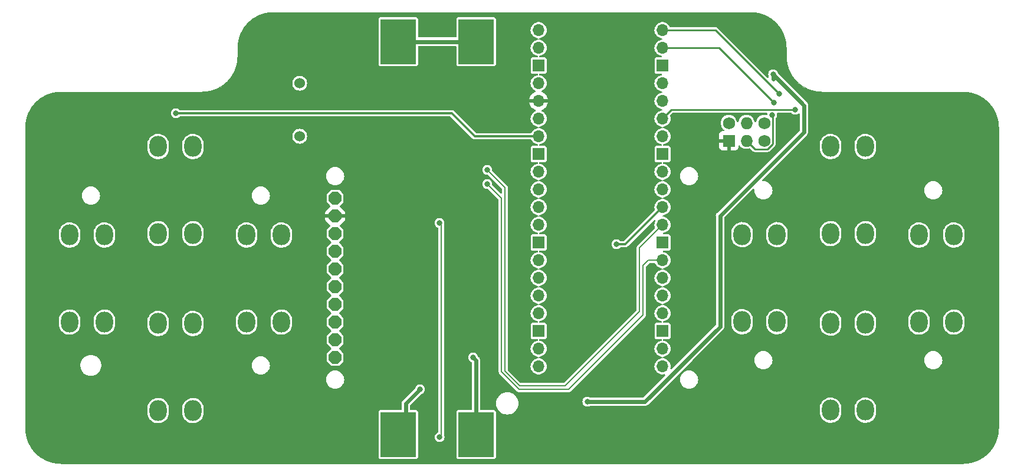
<source format=gbr>
%TF.GenerationSoftware,KiCad,Pcbnew,7.0.10-7.0.10~ubuntu22.04.1*%
%TF.CreationDate,2024-02-12T13:51:05-05:00*%
%TF.ProjectId,sprig_console,73707269-675f-4636-9f6e-736f6c652e6b,rev?*%
%TF.SameCoordinates,Original*%
%TF.FileFunction,Copper,L2,Bot*%
%TF.FilePolarity,Positive*%
%FSLAX46Y46*%
G04 Gerber Fmt 4.6, Leading zero omitted, Abs format (unit mm)*
G04 Created by KiCad (PCBNEW 7.0.10-7.0.10~ubuntu22.04.1) date 2024-02-12 13:51:05*
%MOMM*%
%LPD*%
G01*
G04 APERTURE LIST*
G04 Aperture macros list*
%AMOutline5P*
0 Free polygon, 5 corners , with rotation*
0 The origin of the aperture is its center*
0 number of corners: always 5*
0 $1 to $10 corner X, Y*
0 $11 Rotation angle, in degrees counterclockwise*
0 create outline with 5 corners*
4,1,5,$1,$2,$3,$4,$5,$6,$7,$8,$9,$10,$1,$2,$11*%
%AMOutline6P*
0 Free polygon, 6 corners , with rotation*
0 The origin of the aperture is its center*
0 number of corners: always 6*
0 $1 to $12 corner X, Y*
0 $13 Rotation angle, in degrees counterclockwise*
0 create outline with 6 corners*
4,1,6,$1,$2,$3,$4,$5,$6,$7,$8,$9,$10,$11,$12,$1,$2,$13*%
%AMOutline7P*
0 Free polygon, 7 corners , with rotation*
0 The origin of the aperture is its center*
0 number of corners: always 7*
0 $1 to $14 corner X, Y*
0 $15 Rotation angle, in degrees counterclockwise*
0 create outline with 7 corners*
4,1,7,$1,$2,$3,$4,$5,$6,$7,$8,$9,$10,$11,$12,$13,$14,$1,$2,$15*%
%AMOutline8P*
0 Free polygon, 8 corners , with rotation*
0 The origin of the aperture is its center*
0 number of corners: always 8*
0 $1 to $16 corner X, Y*
0 $17 Rotation angle, in degrees counterclockwise*
0 create outline with 8 corners*
4,1,8,$1,$2,$3,$4,$5,$6,$7,$8,$9,$10,$11,$12,$13,$14,$15,$16,$1,$2,$17*%
G04 Aperture macros list end*
%TA.AperFunction,ComponentPad*%
%ADD10R,1.727200X1.727200*%
%TD*%
%TA.AperFunction,ComponentPad*%
%ADD11C,1.727200*%
%TD*%
%TA.AperFunction,ComponentPad*%
%ADD12O,1.727200X1.727200*%
%TD*%
%TA.AperFunction,ComponentPad*%
%ADD13O,2.500000X3.000000*%
%TD*%
%TA.AperFunction,ComponentPad*%
%ADD14Outline8P,-0.900000X0.450000X-0.450000X0.900000X0.450000X0.900000X0.900000X0.450000X0.900000X-0.450000X0.450000X-0.900000X-0.450000X-0.900000X-0.900000X-0.450000X180.000000*%
%TD*%
%TA.AperFunction,ComponentPad*%
%ADD15C,1.524000*%
%TD*%
%TA.AperFunction,SMDPad,CuDef*%
%ADD16R,5.100000X6.400000*%
%TD*%
%TA.AperFunction,ComponentPad*%
%ADD17O,1.700000X1.700000*%
%TD*%
%TA.AperFunction,ComponentPad*%
%ADD18R,1.700000X1.700000*%
%TD*%
%TA.AperFunction,ViaPad*%
%ADD19C,0.800000*%
%TD*%
%TA.AperFunction,Conductor*%
%ADD20C,0.250000*%
%TD*%
%TA.AperFunction,Conductor*%
%ADD21C,0.600000*%
%TD*%
%TA.AperFunction,Conductor*%
%ADD22C,0.300000*%
%TD*%
%TA.AperFunction,Conductor*%
%ADD23C,0.200000*%
%TD*%
%TA.AperFunction,Profile*%
%ADD24C,0.100000*%
%TD*%
G04 APERTURE END LIST*
D10*
%TO.P,X1,1,VCC*%
%TO.N,+3V3*%
X183515000Y-78105000D03*
D11*
%TO.P,X1,2,GND*%
%TO.N,GND*%
X183515000Y-75565000D03*
D12*
%TO.P,X1,3,SDA*%
%TO.N,GPIO2*%
X186055000Y-78105000D03*
%TO.P,X1,4,SCL*%
%TO.N,GPIO3*%
X186055000Y-75565000D03*
D11*
%TO.P,X1,5,GPIO1*%
%TO.N,GPIO0*%
X188595000Y-78105000D03*
%TO.P,X1,6,GPIO2*%
%TO.N,GPIO1*%
X188595000Y-75565000D03*
%TD*%
D13*
%TO.P,SW4,1,1*%
%TO.N,BTN_D*%
X114300000Y-104140000D03*
X114300000Y-91640000D03*
%TO.P,SW4,2,2*%
%TO.N,GND*%
X119300000Y-104140000D03*
X119300000Y-91640000D03*
%TD*%
%TO.P,SW8,1,1*%
%TO.N,BTN_L*%
X210820000Y-104140000D03*
X210820000Y-91640000D03*
%TO.P,SW8,2,2*%
%TO.N,GND*%
X215820000Y-104140000D03*
X215820000Y-91640000D03*
%TD*%
%TO.P,SW3,1,1*%
%TO.N,BTN_S*%
X101600000Y-116840000D03*
X101600000Y-104340000D03*
%TO.P,SW3,2,2*%
%TO.N,GND*%
X106600000Y-116840000D03*
X106600000Y-104340000D03*
%TD*%
%TO.P,SW5,1,1*%
%TO.N,BTN_I*%
X198120000Y-91440000D03*
X198120000Y-78940000D03*
%TO.P,SW5,2,2*%
%TO.N,GND*%
X203120000Y-91440000D03*
X203120000Y-78940000D03*
%TD*%
D14*
%TO.P,U1,1,LITE*%
%TO.N,LITE*%
X127000000Y-109220000D03*
%TO.P,U1,2,MISO*%
%TO.N,MISO*%
X127000000Y-106680000D03*
%TO.P,U1,3,SCK*%
%TO.N,SCK*%
X127000000Y-104140000D03*
%TO.P,U1,4,MOSI*%
%TO.N,MOSI*%
X127000000Y-101600000D03*
%TO.P,U1,5,TFT_CS*%
%TO.N,TFT_CS*%
X127000000Y-99060000D03*
%TO.P,U1,6,CARD_CS*%
%TO.N,CARD_CS*%
X127000000Y-96520000D03*
%TO.P,U1,7,D/C*%
%TO.N,D{slash}C*%
X127000000Y-93980000D03*
%TO.P,U1,8,RESET*%
%TO.N,RESET*%
X127000000Y-91440000D03*
%TO.P,U1,9,VCC*%
%TO.N,+3V3*%
X127000000Y-88900000D03*
%TO.P,U1,10,GND*%
%TO.N,GND*%
X127000000Y-86360000D03*
%TD*%
D13*
%TO.P,SW7,1,1*%
%TO.N,BTN_K*%
X198120000Y-116790000D03*
X198120000Y-104290000D03*
%TO.P,SW7,2,2*%
%TO.N,GND*%
X203120000Y-116790000D03*
X203120000Y-104290000D03*
%TD*%
%TO.P,SW1,1,1*%
%TO.N,BTN_W*%
X101600000Y-91440000D03*
X101600000Y-78940000D03*
%TO.P,SW1,2,2*%
%TO.N,GND*%
X106600000Y-91440000D03*
X106600000Y-78940000D03*
%TD*%
%TO.P,SW2,1,1*%
%TO.N,BTN_A*%
X88900000Y-104140000D03*
X88900000Y-91640000D03*
%TO.P,SW2,2,2*%
%TO.N,GND*%
X93900000Y-104140000D03*
X93900000Y-91640000D03*
%TD*%
%TO.P,SW6,1,1*%
%TO.N,BTN_J*%
X185420000Y-104090000D03*
X185420000Y-91590000D03*
%TO.P,SW6,2,2*%
%TO.N,GND*%
X190420000Y-104090000D03*
X190420000Y-91590000D03*
%TD*%
D15*
%TO.P,LS1,1,1*%
%TO.N,Net-(U2-OUTN)*%
X121920000Y-77460000D03*
%TO.P,LS1,2,2*%
%TO.N,Net-(U2-OUTP)*%
X121920000Y-69860000D03*
%TD*%
D16*
%TO.P,J1,1,Pin_1*%
%TO.N,GND*%
X147244000Y-120269000D03*
%TO.P,J1,2,Pin_2*%
%TO.N,Net-(J1-Pin_2)*%
X147244000Y-63881000D03*
%TO.P,J1,3,Pin_3*%
X136068000Y-63881000D03*
%TO.P,J1,4,Pin_4*%
%TO.N,Net-(J1-Pin_4)*%
X136068000Y-120269000D03*
%TD*%
D17*
%TO.P,U5,1,GPIO0*%
%TO.N,GPIO0*%
X173990000Y-62230000D03*
%TO.P,U5,2,GPIO1*%
%TO.N,GPIO1*%
X173990000Y-64770000D03*
D18*
%TO.P,U5,3,GND*%
%TO.N,GND*%
X173990000Y-67310000D03*
D17*
%TO.P,U5,4,GPIO2*%
%TO.N,GPIO2*%
X173990000Y-69850000D03*
%TO.P,U5,5,GPIO3*%
%TO.N,GPIO3*%
X173990000Y-72390000D03*
%TO.P,U5,6,GPIO4*%
%TO.N,LED_R*%
X173990000Y-74930000D03*
%TO.P,U5,7,GPIO5*%
%TO.N,BTN_W*%
X173990000Y-77470000D03*
D18*
%TO.P,U5,8,GND*%
%TO.N,GND*%
X173990000Y-80010000D03*
D17*
%TO.P,U5,9,GPIO6*%
%TO.N,BTN_A*%
X173990000Y-82550000D03*
%TO.P,U5,10,GPIO7*%
%TO.N,BTN_S*%
X173990000Y-85090000D03*
%TO.P,U5,11,GPIO8*%
%TO.N,BTN_D*%
X173990000Y-87630000D03*
%TO.P,U5,12,GPIO9*%
%TO.N,DIN*%
X173990000Y-90170000D03*
D18*
%TO.P,U5,13,GND*%
%TO.N,GND*%
X173990000Y-92710000D03*
D17*
%TO.P,U5,14,GPIO10*%
%TO.N,BCLK*%
X173990000Y-95250000D03*
%TO.P,U5,15,GPIO11*%
%TO.N,LRCLK*%
X173990000Y-97790000D03*
%TO.P,U5,16,GPIO12*%
%TO.N,BTN_I*%
X173990000Y-100330000D03*
%TO.P,U5,17,GPIO13*%
%TO.N,BTN_J*%
X173990000Y-102870000D03*
D18*
%TO.P,U5,18,GND*%
%TO.N,GND*%
X173990000Y-105410000D03*
D17*
%TO.P,U5,19,GPIO14*%
%TO.N,BTN_K*%
X173990000Y-107950000D03*
%TO.P,U5,20,GPIO15*%
%TO.N,BTN_L*%
X173990000Y-110490000D03*
%TO.P,U5,21,GPIO16*%
%TO.N,MISO*%
X156210000Y-110490000D03*
%TO.P,U5,22,GPIO17*%
%TO.N,LITE*%
X156210000Y-107950000D03*
D18*
%TO.P,U5,23,GND*%
%TO.N,GND*%
X156210000Y-105410000D03*
D17*
%TO.P,U5,24,GPIO18*%
%TO.N,SCK*%
X156210000Y-102870000D03*
%TO.P,U5,25,GPIO19*%
%TO.N,MOSI*%
X156210000Y-100330000D03*
%TO.P,U5,26,GPIO20*%
%TO.N,TFT_CS*%
X156210000Y-97790000D03*
%TO.P,U5,27,GPIO21*%
%TO.N,CARD_CS*%
X156210000Y-95250000D03*
D18*
%TO.P,U5,28,GND*%
%TO.N,GND*%
X156210000Y-92710000D03*
D17*
%TO.P,U5,29,GPIO22*%
%TO.N,D{slash}C*%
X156210000Y-90170000D03*
%TO.P,U5,30,RUN*%
%TO.N,unconnected-(U5-RUN-Pad30)*%
X156210000Y-87630000D03*
%TO.P,U5,31,GPIO26_ADC0*%
%TO.N,RESET*%
X156210000Y-85090000D03*
%TO.P,U5,32,GPIO27_ADC1*%
%TO.N,unconnected-(U5-GPIO27_ADC1-Pad32)*%
X156210000Y-82550000D03*
D18*
%TO.P,U5,33,AGND*%
%TO.N,GND*%
X156210000Y-80010000D03*
D17*
%TO.P,U5,34,GPIO28_ADC2*%
%TO.N,LED_L*%
X156210000Y-77470000D03*
%TO.P,U5,35,ADC_VREF*%
%TO.N,unconnected-(U5-ADC_VREF-Pad35)*%
X156210000Y-74930000D03*
%TO.P,U5,36,3V3*%
%TO.N,+3V3*%
X156210000Y-72390000D03*
%TO.P,U5,37,3V3_EN*%
%TO.N,unconnected-(U5-3V3_EN-Pad37)*%
X156210000Y-69850000D03*
D18*
%TO.P,U5,38,GND*%
%TO.N,GND*%
X156210000Y-67310000D03*
D17*
%TO.P,U5,39,VSYS*%
%TO.N,Net-(D3-K)*%
X156210000Y-64770000D03*
%TO.P,U5,40,VBUS*%
%TO.N,+5V*%
X156210000Y-62230000D03*
%TD*%
D19*
%TO.N,GPIO1*%
X189992000Y-72644000D03*
%TO.N,GPIO0*%
X190754000Y-71374000D03*
%TO.N,GPIO2*%
X189738000Y-74422000D03*
%TO.N,LED_R*%
X193040000Y-73660000D03*
%TO.N,+3V3*%
X124968000Y-70612000D03*
X114808000Y-79248000D03*
%TO.N,GND*%
X146812000Y-109220000D03*
%TO.N,Net-(J1-Pin_4)*%
X139192000Y-113792000D03*
X189865000Y-68580000D03*
X163195000Y-115570000D03*
%TO.N,BTN_D*%
X167373500Y-92964000D03*
%TO.N,DIN*%
X148844000Y-82296000D03*
%TO.N,LRCLK*%
X142007977Y-120662500D03*
X141986000Y-89916000D03*
%TO.N,BCLK*%
X148844000Y-84328000D03*
%TO.N,LED_L*%
X104140000Y-74168000D03*
%TD*%
D20*
%TO.N,GPIO1*%
X189992000Y-72644000D02*
X182118000Y-64770000D01*
X182118000Y-64770000D02*
X173990000Y-64770000D01*
%TO.N,GPIO0*%
X190754000Y-71374000D02*
X181610000Y-62230000D01*
X181610000Y-62230000D02*
X173990000Y-62230000D01*
%TO.N,GPIO2*%
X189738000Y-74422000D02*
X189783600Y-74467600D01*
X189783600Y-74467600D02*
X189783600Y-78597335D01*
X189783600Y-78597335D02*
X189087335Y-79293600D01*
X189087335Y-79293600D02*
X187243600Y-79293600D01*
X187243600Y-79293600D02*
X186055000Y-78105000D01*
%TO.N,LED_R*%
X175260000Y-73660000D02*
X173990000Y-74930000D01*
X193040000Y-73660000D02*
X175260000Y-73660000D01*
D21*
%TO.N,Net-(J1-Pin_4)*%
X194310000Y-76835000D02*
X194310000Y-73025000D01*
X182245000Y-88900000D02*
X194310000Y-76835000D01*
X194310000Y-73025000D02*
X189865000Y-68580000D01*
X182245000Y-104775000D02*
X182245000Y-88900000D01*
X171450000Y-115570000D02*
X182245000Y-104775000D01*
X163195000Y-115570000D02*
X171450000Y-115570000D01*
%TO.N,GND*%
X147244000Y-109652000D02*
X146812000Y-109220000D01*
X147244000Y-120269000D02*
X147244000Y-109652000D01*
%TO.N,Net-(J1-Pin_2)*%
X136068000Y-63881000D02*
X147244000Y-63881000D01*
%TO.N,Net-(J1-Pin_4)*%
X139192000Y-113792000D02*
X137160000Y-115824000D01*
X137160000Y-119177000D02*
X136068000Y-120269000D01*
X189865000Y-68580000D02*
X189865000Y-69215000D01*
X137160000Y-115824000D02*
X137160000Y-119177000D01*
D22*
%TO.N,BTN_D*%
X173990000Y-87630000D02*
X168656000Y-92964000D01*
X168656000Y-92964000D02*
X167373500Y-92964000D01*
D23*
%TO.N,DIN*%
X148844000Y-82296000D02*
X151384000Y-84836000D01*
X160020000Y-113284000D02*
X170688000Y-102616000D01*
X151384000Y-84836000D02*
X151384000Y-111195006D01*
X170688000Y-93472000D02*
X173990000Y-90170000D01*
X170688000Y-102616000D02*
X170688000Y-93472000D01*
X151384000Y-111195006D02*
X153472994Y-113284000D01*
X153472994Y-113284000D02*
X160020000Y-113284000D01*
%TO.N,LRCLK*%
X142007977Y-120662500D02*
X142240000Y-120430477D01*
X142240000Y-90170000D02*
X141986000Y-89916000D01*
X142240000Y-120430477D02*
X142240000Y-90170000D01*
%TO.N,BCLK*%
X171196000Y-96012000D02*
X171958000Y-95250000D01*
X150876000Y-86360000D02*
X150876000Y-111252000D01*
X171958000Y-95250000D02*
X173990000Y-95250000D01*
X148844000Y-84328000D02*
X150876000Y-86360000D01*
X160528000Y-113792000D02*
X171196000Y-103124000D01*
X150876000Y-111252000D02*
X153416000Y-113792000D01*
X153416000Y-113792000D02*
X160528000Y-113792000D01*
X171196000Y-103124000D02*
X171196000Y-96012000D01*
D22*
%TO.N,LED_L*%
X143764000Y-74168000D02*
X104140000Y-74168000D01*
X147066000Y-77470000D02*
X143764000Y-74168000D01*
X156210000Y-77470000D02*
X147066000Y-77470000D01*
%TD*%
%TA.AperFunction,Conductor*%
%TO.N,+3V3*%
G36*
X189002011Y-74105502D02*
G01*
X189048504Y-74159158D01*
X189058608Y-74229432D01*
X189054417Y-74245663D01*
X189054683Y-74245729D01*
X189052859Y-74253126D01*
X189043738Y-74328244D01*
X189015670Y-74393457D01*
X188956801Y-74433142D01*
X188895506Y-74436909D01*
X188702870Y-74400900D01*
X188487130Y-74400900D01*
X188275064Y-74440542D01*
X188275062Y-74440542D01*
X188275060Y-74440543D01*
X188073897Y-74518474D01*
X188073886Y-74518479D01*
X187890466Y-74632048D01*
X187731032Y-74777391D01*
X187601023Y-74949552D01*
X187504859Y-75142677D01*
X187504857Y-75142682D01*
X187446190Y-75348877D01*
X187408309Y-75408923D01*
X187343979Y-75438957D01*
X187273622Y-75429444D01*
X187219578Y-75383404D01*
X187203810Y-75348877D01*
X187145142Y-75142682D01*
X187145141Y-75142677D01*
X187048978Y-74949555D01*
X187048976Y-74949552D01*
X186918967Y-74777391D01*
X186759533Y-74632048D01*
X186576113Y-74518479D01*
X186576108Y-74518477D01*
X186576107Y-74518476D01*
X186517909Y-74495930D01*
X186374939Y-74440543D01*
X186374938Y-74440542D01*
X186374936Y-74440542D01*
X186162870Y-74400900D01*
X185947130Y-74400900D01*
X185735064Y-74440542D01*
X185735062Y-74440542D01*
X185735060Y-74440543D01*
X185533897Y-74518474D01*
X185533886Y-74518479D01*
X185350466Y-74632048D01*
X185191032Y-74777391D01*
X185061023Y-74949552D01*
X184964859Y-75142677D01*
X184964857Y-75142682D01*
X184906190Y-75348877D01*
X184868309Y-75408923D01*
X184803979Y-75438957D01*
X184733622Y-75429444D01*
X184679578Y-75383404D01*
X184663810Y-75348877D01*
X184605142Y-75142682D01*
X184605141Y-75142677D01*
X184508978Y-74949555D01*
X184508976Y-74949552D01*
X184378967Y-74777391D01*
X184219533Y-74632048D01*
X184036113Y-74518479D01*
X184036108Y-74518477D01*
X184036107Y-74518476D01*
X183977909Y-74495930D01*
X183834939Y-74440543D01*
X183834938Y-74440542D01*
X183834936Y-74440542D01*
X183622870Y-74400900D01*
X183407130Y-74400900D01*
X183195064Y-74440542D01*
X183195062Y-74440542D01*
X183195060Y-74440543D01*
X182993897Y-74518474D01*
X182993886Y-74518479D01*
X182810466Y-74632048D01*
X182651032Y-74777391D01*
X182521023Y-74949552D01*
X182424859Y-75142677D01*
X182424856Y-75142685D01*
X182365819Y-75350177D01*
X182345913Y-75565000D01*
X182365819Y-75779822D01*
X182423612Y-75982942D01*
X182424859Y-75987323D01*
X182481660Y-76101395D01*
X182521023Y-76180447D01*
X182651032Y-76352608D01*
X182810468Y-76497952D01*
X182810468Y-76497953D01*
X182814217Y-76500274D01*
X182861604Y-76553141D01*
X182872886Y-76623236D01*
X182844481Y-76688303D01*
X182785407Y-76727683D01*
X182747885Y-76733400D01*
X182602802Y-76733400D01*
X182542306Y-76739905D01*
X182405435Y-76790955D01*
X182405434Y-76790955D01*
X182288495Y-76878495D01*
X182200955Y-76995434D01*
X182200955Y-76995435D01*
X182149905Y-77132306D01*
X182143400Y-77192802D01*
X182143400Y-77851000D01*
X183074375Y-77851000D01*
X183048155Y-77891799D01*
X183007000Y-78031961D01*
X183007000Y-78178039D01*
X183048155Y-78318201D01*
X183074375Y-78359000D01*
X182143400Y-78359000D01*
X182143400Y-79017197D01*
X182149905Y-79077693D01*
X182200955Y-79214564D01*
X182200955Y-79214565D01*
X182288495Y-79331504D01*
X182405434Y-79419044D01*
X182542306Y-79470094D01*
X182602802Y-79476599D01*
X182602815Y-79476600D01*
X183261000Y-79476600D01*
X183261000Y-78547470D01*
X183370408Y-78597435D01*
X183478666Y-78613000D01*
X183551334Y-78613000D01*
X183659592Y-78597435D01*
X183769000Y-78547470D01*
X183769000Y-79476600D01*
X184427185Y-79476600D01*
X184427197Y-79476599D01*
X184487693Y-79470094D01*
X184624564Y-79419044D01*
X184624565Y-79419044D01*
X184741504Y-79331504D01*
X184829044Y-79214565D01*
X184829044Y-79214564D01*
X184880094Y-79077693D01*
X184886599Y-79017197D01*
X184886600Y-79017185D01*
X184886600Y-78865406D01*
X184906602Y-78797285D01*
X184960258Y-78750792D01*
X185030532Y-78740688D01*
X185095112Y-78770182D01*
X185113150Y-78789474D01*
X185191032Y-78892608D01*
X185350466Y-79037951D01*
X185533886Y-79151520D01*
X185533888Y-79151520D01*
X185533893Y-79151524D01*
X185735064Y-79229458D01*
X185947130Y-79269100D01*
X185947132Y-79269100D01*
X186162868Y-79269100D01*
X186162870Y-79269100D01*
X186374936Y-79229458D01*
X186444531Y-79202495D01*
X186515277Y-79196539D01*
X186578014Y-79229775D01*
X186579144Y-79230892D01*
X186895072Y-79546820D01*
X186990380Y-79642128D01*
X187011758Y-79653021D01*
X187028608Y-79663346D01*
X187048019Y-79677449D01*
X187070831Y-79684860D01*
X187089098Y-79692427D01*
X187110474Y-79703319D01*
X187134172Y-79707071D01*
X187153392Y-79711686D01*
X187176207Y-79719100D01*
X187176209Y-79719100D01*
X189154729Y-79719100D01*
X189177537Y-79711688D01*
X189196763Y-79707071D01*
X189220461Y-79703319D01*
X189241835Y-79692427D01*
X189260108Y-79684859D01*
X189282914Y-79677450D01*
X189282914Y-79677449D01*
X189282916Y-79677449D01*
X189302316Y-79663352D01*
X189319183Y-79653017D01*
X189327110Y-79648977D01*
X189340555Y-79642128D01*
X189435863Y-79546820D01*
X190108153Y-78874530D01*
X190132128Y-78850555D01*
X190143029Y-78829159D01*
X190153344Y-78812328D01*
X190167449Y-78792916D01*
X190174860Y-78770102D01*
X190182427Y-78751835D01*
X190193319Y-78730461D01*
X190197071Y-78706763D01*
X190201688Y-78687537D01*
X190209100Y-78664728D01*
X190209100Y-74997207D01*
X190229102Y-74929086D01*
X190251549Y-74902893D01*
X190266183Y-74889929D01*
X190362818Y-74749930D01*
X190363274Y-74748729D01*
X190400645Y-74650187D01*
X190423140Y-74590872D01*
X190432148Y-74516682D01*
X190443645Y-74422002D01*
X190443645Y-74421997D01*
X190423140Y-74253127D01*
X190421317Y-74245729D01*
X190423451Y-74245202D01*
X190418845Y-74185392D01*
X190452528Y-74122894D01*
X190514653Y-74088528D01*
X190542110Y-74085500D01*
X192417520Y-74085500D01*
X192485641Y-74105502D01*
X192506026Y-74122971D01*
X192506112Y-74122875D01*
X192511817Y-74127929D01*
X192639148Y-74240734D01*
X192789775Y-74319790D01*
X192789776Y-74319790D01*
X192789778Y-74319791D01*
X192859076Y-74336871D01*
X192954944Y-74360500D01*
X192954947Y-74360500D01*
X193125053Y-74360500D01*
X193125056Y-74360500D01*
X193290225Y-74319790D01*
X193440852Y-74240734D01*
X193499947Y-74188380D01*
X193564199Y-74158180D01*
X193634580Y-74167511D01*
X193688743Y-74213412D01*
X193709492Y-74281309D01*
X193709500Y-74282693D01*
X193709500Y-76534074D01*
X193689498Y-76602195D01*
X193672595Y-76623169D01*
X181854055Y-88441708D01*
X181841666Y-88452574D01*
X181816717Y-88471718D01*
X181792552Y-88503213D01*
X181792550Y-88503215D01*
X181720468Y-88597152D01*
X181720463Y-88597160D01*
X181659955Y-88743239D01*
X181639318Y-88899999D01*
X181643422Y-88931172D01*
X181644500Y-88947619D01*
X181644500Y-104474075D01*
X181624498Y-104542196D01*
X181607595Y-104563170D01*
X175332526Y-110838238D01*
X175270214Y-110872264D01*
X175199399Y-110867199D01*
X175142563Y-110824652D01*
X175117752Y-110758132D01*
X175122241Y-110714662D01*
X175125756Y-110702310D01*
X175145429Y-110490000D01*
X175125756Y-110277690D01*
X175067405Y-110072611D01*
X174972366Y-109881745D01*
X174843872Y-109711593D01*
X174842417Y-109710266D01*
X174686300Y-109567946D01*
X174686298Y-109567945D01*
X174505025Y-109455705D01*
X174505021Y-109455703D01*
X174505019Y-109455702D01*
X174306198Y-109378679D01*
X174119902Y-109343854D01*
X174056618Y-109311676D01*
X174020776Y-109250391D01*
X174023757Y-109179457D01*
X174064615Y-109121395D01*
X174119901Y-109096145D01*
X174306198Y-109061321D01*
X174505019Y-108984298D01*
X174686302Y-108872052D01*
X174843872Y-108728407D01*
X174972366Y-108558255D01*
X175067405Y-108367389D01*
X175125756Y-108162310D01*
X175145429Y-107950000D01*
X175125756Y-107737690D01*
X175067405Y-107532611D01*
X174972366Y-107341745D01*
X174843872Y-107171593D01*
X174686302Y-107027948D01*
X174686300Y-107027946D01*
X174686298Y-107027945D01*
X174505025Y-106915705D01*
X174505021Y-106915703D01*
X174505019Y-106915702D01*
X174383222Y-106868517D01*
X174306199Y-106838679D01*
X174244508Y-106827147D01*
X174154671Y-106810353D01*
X174091387Y-106778175D01*
X174055545Y-106716889D01*
X174058526Y-106645955D01*
X174099384Y-106587894D01*
X174165146Y-106561139D01*
X174177817Y-106560499D01*
X174884864Y-106560499D01*
X174909991Y-106557585D01*
X175012765Y-106512206D01*
X175092206Y-106432765D01*
X175137585Y-106329991D01*
X175140500Y-106304865D01*
X175140499Y-104515136D01*
X175137585Y-104490009D01*
X175121015Y-104452481D01*
X175092206Y-104387234D01*
X175012767Y-104307795D01*
X175012765Y-104307794D01*
X174909989Y-104262414D01*
X174909990Y-104262414D01*
X174884870Y-104259500D01*
X174177826Y-104259500D01*
X174109705Y-104239498D01*
X174063212Y-104185842D01*
X174053108Y-104115568D01*
X174082602Y-104050988D01*
X174142328Y-104012604D01*
X174154656Y-104009649D01*
X174306198Y-103981321D01*
X174505019Y-103904298D01*
X174686302Y-103792052D01*
X174843872Y-103648407D01*
X174972366Y-103478255D01*
X175067405Y-103287389D01*
X175125756Y-103082310D01*
X175145429Y-102870000D01*
X175125756Y-102657690D01*
X175067405Y-102452611D01*
X174972366Y-102261745D01*
X174843872Y-102091593D01*
X174686302Y-101947948D01*
X174686300Y-101947946D01*
X174686298Y-101947945D01*
X174505025Y-101835705D01*
X174505021Y-101835703D01*
X174505019Y-101835702D01*
X174306198Y-101758679D01*
X174119902Y-101723854D01*
X174056618Y-101691676D01*
X174020776Y-101630391D01*
X174023757Y-101559457D01*
X174064615Y-101501395D01*
X174119901Y-101476145D01*
X174306198Y-101441321D01*
X174505019Y-101364298D01*
X174686302Y-101252052D01*
X174843872Y-101108407D01*
X174972366Y-100938255D01*
X175067405Y-100747389D01*
X175125756Y-100542310D01*
X175145429Y-100330000D01*
X175125756Y-100117690D01*
X175067405Y-99912611D01*
X174972366Y-99721745D01*
X174843872Y-99551593D01*
X174686302Y-99407948D01*
X174686300Y-99407946D01*
X174686298Y-99407945D01*
X174505025Y-99295705D01*
X174505021Y-99295703D01*
X174505019Y-99295702D01*
X174306198Y-99218679D01*
X174119902Y-99183854D01*
X174056618Y-99151676D01*
X174020776Y-99090391D01*
X174023757Y-99019457D01*
X174064615Y-98961395D01*
X174119901Y-98936145D01*
X174306198Y-98901321D01*
X174505019Y-98824298D01*
X174686302Y-98712052D01*
X174843872Y-98568407D01*
X174972366Y-98398255D01*
X175067405Y-98207389D01*
X175125756Y-98002310D01*
X175145429Y-97790000D01*
X175125756Y-97577690D01*
X175067405Y-97372611D01*
X174972366Y-97181745D01*
X174843872Y-97011593D01*
X174686302Y-96867948D01*
X174686300Y-96867946D01*
X174686298Y-96867945D01*
X174505025Y-96755705D01*
X174505021Y-96755703D01*
X174505019Y-96755702D01*
X174306198Y-96678679D01*
X174119902Y-96643854D01*
X174056618Y-96611676D01*
X174020776Y-96550391D01*
X174023757Y-96479457D01*
X174064615Y-96421395D01*
X174119901Y-96396145D01*
X174306198Y-96361321D01*
X174505019Y-96284298D01*
X174686302Y-96172052D01*
X174843872Y-96028407D01*
X174972366Y-95858255D01*
X175067405Y-95667389D01*
X175125756Y-95462310D01*
X175145429Y-95250000D01*
X175125756Y-95037690D01*
X175067405Y-94832611D01*
X174972366Y-94641745D01*
X174843872Y-94471593D01*
X174686302Y-94327948D01*
X174686300Y-94327946D01*
X174686298Y-94327945D01*
X174505025Y-94215705D01*
X174505021Y-94215703D01*
X174505019Y-94215702D01*
X174383222Y-94168517D01*
X174306199Y-94138679D01*
X174244508Y-94127147D01*
X174154671Y-94110353D01*
X174091387Y-94078175D01*
X174055545Y-94016889D01*
X174058526Y-93945955D01*
X174099384Y-93887894D01*
X174165146Y-93861139D01*
X174177817Y-93860499D01*
X174884864Y-93860499D01*
X174909991Y-93857585D01*
X175012765Y-93812206D01*
X175092206Y-93732765D01*
X175137585Y-93629991D01*
X175140500Y-93604865D01*
X175140499Y-91815136D01*
X175137585Y-91790009D01*
X175092206Y-91687235D01*
X175092206Y-91687234D01*
X175012767Y-91607795D01*
X175012765Y-91607794D01*
X174909989Y-91562414D01*
X174909990Y-91562414D01*
X174884870Y-91559500D01*
X174884865Y-91559500D01*
X174177829Y-91559500D01*
X174109708Y-91539498D01*
X174063215Y-91485842D01*
X174053111Y-91415568D01*
X174082605Y-91350988D01*
X174142331Y-91312604D01*
X174154666Y-91309647D01*
X174306198Y-91281321D01*
X174505019Y-91204298D01*
X174686302Y-91092052D01*
X174843872Y-90948407D01*
X174972366Y-90778255D01*
X175067405Y-90587389D01*
X175125756Y-90382310D01*
X175145429Y-90170000D01*
X175125756Y-89957690D01*
X175067405Y-89752611D01*
X174972366Y-89561745D01*
X174843872Y-89391593D01*
X174686302Y-89247948D01*
X174686300Y-89247946D01*
X174686298Y-89247945D01*
X174505025Y-89135705D01*
X174505021Y-89135703D01*
X174505019Y-89135702D01*
X174306198Y-89058679D01*
X174119902Y-89023854D01*
X174056618Y-88991676D01*
X174020776Y-88930391D01*
X174023757Y-88859457D01*
X174064615Y-88801395D01*
X174119901Y-88776145D01*
X174306198Y-88741321D01*
X174505019Y-88664298D01*
X174686302Y-88552052D01*
X174843872Y-88408407D01*
X174972366Y-88238255D01*
X175067405Y-88047389D01*
X175125756Y-87842310D01*
X175145429Y-87630000D01*
X175125756Y-87417690D01*
X175067405Y-87212611D01*
X174972366Y-87021745D01*
X174843872Y-86851593D01*
X174807181Y-86818144D01*
X174686300Y-86707946D01*
X174686298Y-86707945D01*
X174505025Y-86595705D01*
X174505021Y-86595703D01*
X174505019Y-86595702D01*
X174306198Y-86518679D01*
X174119902Y-86483854D01*
X174056618Y-86451676D01*
X174020776Y-86390391D01*
X174023757Y-86319457D01*
X174064615Y-86261395D01*
X174119901Y-86236145D01*
X174306198Y-86201321D01*
X174505019Y-86124298D01*
X174686302Y-86012052D01*
X174843872Y-85868407D01*
X174972366Y-85698255D01*
X175067405Y-85507389D01*
X175125756Y-85302310D01*
X175145429Y-85090000D01*
X175125756Y-84877690D01*
X175067405Y-84672611D01*
X174972366Y-84481745D01*
X174843872Y-84311593D01*
X174686302Y-84167948D01*
X174686300Y-84167946D01*
X174686298Y-84167945D01*
X174505025Y-84055705D01*
X174505021Y-84055703D01*
X174505019Y-84055702D01*
X174306198Y-83978679D01*
X174119902Y-83943854D01*
X174056618Y-83911676D01*
X174020776Y-83850391D01*
X174023757Y-83779457D01*
X174064615Y-83721395D01*
X174119901Y-83696145D01*
X174306198Y-83661321D01*
X174505019Y-83584298D01*
X174686302Y-83472052D01*
X174843872Y-83328407D01*
X174952169Y-83185000D01*
X176494532Y-83185000D01*
X176514365Y-83411695D01*
X176573260Y-83631493D01*
X176573262Y-83631498D01*
X176669433Y-83837737D01*
X176799948Y-84024134D01*
X176799957Y-84024144D01*
X176960855Y-84185042D01*
X176960865Y-84185051D01*
X177147262Y-84315566D01*
X177147261Y-84315566D01*
X177220580Y-84349755D01*
X177353504Y-84411739D01*
X177573308Y-84470635D01*
X177743216Y-84485500D01*
X177743223Y-84485500D01*
X177856777Y-84485500D01*
X177856784Y-84485500D01*
X178026692Y-84470635D01*
X178246496Y-84411739D01*
X178452734Y-84315568D01*
X178458414Y-84311591D01*
X178639134Y-84185051D01*
X178639136Y-84185048D01*
X178639139Y-84185047D01*
X178800047Y-84024139D01*
X178813045Y-84005577D01*
X178930566Y-83837737D01*
X178930566Y-83837736D01*
X178930568Y-83837734D01*
X179026739Y-83631496D01*
X179085635Y-83411692D01*
X179105468Y-83185000D01*
X179085635Y-82958308D01*
X179026739Y-82738504D01*
X178930568Y-82532266D01*
X178930567Y-82532265D01*
X178930566Y-82532262D01*
X178800051Y-82345865D01*
X178800042Y-82345855D01*
X178639144Y-82184957D01*
X178639134Y-82184948D01*
X178452737Y-82054433D01*
X178452738Y-82054433D01*
X178246498Y-81958262D01*
X178246493Y-81958260D01*
X178026695Y-81899365D01*
X177975719Y-81894905D01*
X177856784Y-81884500D01*
X177743216Y-81884500D01*
X177635092Y-81893959D01*
X177573304Y-81899365D01*
X177353506Y-81958260D01*
X177353501Y-81958262D01*
X177147262Y-82054433D01*
X176960865Y-82184948D01*
X176960855Y-82184957D01*
X176799957Y-82345855D01*
X176799948Y-82345865D01*
X176669433Y-82532262D01*
X176573262Y-82738501D01*
X176573260Y-82738506D01*
X176514365Y-82958304D01*
X176494532Y-83185000D01*
X174952169Y-83185000D01*
X174972366Y-83158255D01*
X175067405Y-82967389D01*
X175125756Y-82762310D01*
X175145429Y-82550000D01*
X175125756Y-82337690D01*
X175067405Y-82132611D01*
X174972366Y-81941745D01*
X174843872Y-81771593D01*
X174686302Y-81627948D01*
X174686300Y-81627946D01*
X174686298Y-81627945D01*
X174505025Y-81515705D01*
X174505021Y-81515703D01*
X174505019Y-81515702D01*
X174383222Y-81468517D01*
X174306199Y-81438679D01*
X174244508Y-81427147D01*
X174154671Y-81410353D01*
X174091387Y-81378175D01*
X174055545Y-81316889D01*
X174058526Y-81245955D01*
X174099384Y-81187894D01*
X174165146Y-81161139D01*
X174177817Y-81160499D01*
X174884864Y-81160499D01*
X174909991Y-81157585D01*
X175012765Y-81112206D01*
X175092206Y-81032765D01*
X175137585Y-80929991D01*
X175140500Y-80904865D01*
X175140499Y-79115136D01*
X175137585Y-79090009D01*
X175114599Y-79037951D01*
X175092206Y-78987234D01*
X175012767Y-78907795D01*
X175012765Y-78907794D01*
X174909989Y-78862414D01*
X174909990Y-78862414D01*
X174884870Y-78859500D01*
X174177826Y-78859500D01*
X174109705Y-78839498D01*
X174063212Y-78785842D01*
X174053108Y-78715568D01*
X174082602Y-78650988D01*
X174142328Y-78612604D01*
X174154656Y-78609649D01*
X174306198Y-78581321D01*
X174505019Y-78504298D01*
X174686302Y-78392052D01*
X174843872Y-78248407D01*
X174972366Y-78078255D01*
X175067405Y-77887389D01*
X175125756Y-77682310D01*
X175145429Y-77470000D01*
X175125756Y-77257690D01*
X175067405Y-77052611D01*
X174972366Y-76861745D01*
X174843872Y-76691593D01*
X174808934Y-76659742D01*
X174686300Y-76547946D01*
X174686298Y-76547945D01*
X174505025Y-76435705D01*
X174505021Y-76435703D01*
X174505019Y-76435702D01*
X174306198Y-76358679D01*
X174119902Y-76323854D01*
X174056618Y-76291676D01*
X174020776Y-76230391D01*
X174023757Y-76159457D01*
X174064615Y-76101395D01*
X174119901Y-76076145D01*
X174306198Y-76041321D01*
X174505019Y-75964298D01*
X174686302Y-75852052D01*
X174843872Y-75708407D01*
X174972366Y-75538255D01*
X175067405Y-75347389D01*
X175125756Y-75142310D01*
X175145429Y-74930000D01*
X175125756Y-74717690D01*
X175074762Y-74538467D01*
X175075358Y-74467473D01*
X175106855Y-74414891D01*
X175399344Y-74122404D01*
X175461656Y-74088379D01*
X175488439Y-74085500D01*
X188933890Y-74085500D01*
X189002011Y-74105502D01*
G37*
%TD.AperFunction*%
%TA.AperFunction,Conductor*%
G36*
X186692610Y-59690608D02*
G01*
X186697787Y-59690822D01*
X186907608Y-59699500D01*
X187110171Y-59708345D01*
X187120213Y-59709189D01*
X187335583Y-59736035D01*
X187335850Y-59736069D01*
X187538442Y-59762741D01*
X187547790Y-59764334D01*
X187759678Y-59808762D01*
X187761000Y-59809047D01*
X187960492Y-59853274D01*
X187969138Y-59855515D01*
X188176495Y-59917248D01*
X188178397Y-59917831D01*
X188373340Y-59979296D01*
X188381207Y-59982069D01*
X188582714Y-60060697D01*
X188585043Y-60061633D01*
X188773924Y-60139870D01*
X188781045Y-60143082D01*
X188975338Y-60238066D01*
X188978103Y-60239461D01*
X189101087Y-60303483D01*
X189159442Y-60333861D01*
X189165758Y-60337383D01*
X189238118Y-60380500D01*
X189351497Y-60448059D01*
X189354671Y-60450015D01*
X189527094Y-60559861D01*
X189532575Y-60563559D01*
X189708533Y-60689191D01*
X189712021Y-60691774D01*
X189874198Y-60816217D01*
X189878927Y-60820030D01*
X189950879Y-60880969D01*
X190043880Y-60959737D01*
X190047540Y-60962960D01*
X190174720Y-61079500D01*
X190198315Y-61101121D01*
X190202285Y-61104923D01*
X190355075Y-61257713D01*
X190358877Y-61261683D01*
X190401269Y-61307946D01*
X190497024Y-61412443D01*
X190500276Y-61416135D01*
X190639968Y-61581071D01*
X190643781Y-61585800D01*
X190768224Y-61747977D01*
X190770807Y-61751465D01*
X190896427Y-61927406D01*
X190900149Y-61932922D01*
X191009974Y-62105313D01*
X191011948Y-62108516D01*
X191122615Y-62294240D01*
X191126137Y-62300556D01*
X191220518Y-62481858D01*
X191221952Y-62484700D01*
X191316916Y-62678953D01*
X191320128Y-62686074D01*
X191398348Y-62874913D01*
X191399319Y-62877329D01*
X191477921Y-63078768D01*
X191480710Y-63086682D01*
X191542162Y-63281586D01*
X191542755Y-63283521D01*
X191604478Y-63490843D01*
X191606729Y-63499525D01*
X191650941Y-63698955D01*
X191651246Y-63700369D01*
X191695658Y-63912177D01*
X191697262Y-63921588D01*
X191723899Y-64123918D01*
X191724009Y-64124779D01*
X191750807Y-64339763D01*
X191751655Y-64349852D01*
X191760512Y-64552701D01*
X191760524Y-64552990D01*
X191769392Y-64767389D01*
X191769500Y-64772596D01*
X191769501Y-65987807D01*
X191769498Y-65987817D01*
X191769498Y-66250136D01*
X191804202Y-66668950D01*
X191804203Y-66668960D01*
X191838762Y-66876060D01*
X191873377Y-67083499D01*
X191873378Y-67083501D01*
X191976541Y-67490886D01*
X191976543Y-67490892D01*
X192113003Y-67888381D01*
X192113012Y-67888403D01*
X192281818Y-68273244D01*
X192481845Y-68642860D01*
X192504918Y-68678175D01*
X192711706Y-68994688D01*
X192969836Y-69326334D01*
X192969840Y-69326339D01*
X193254471Y-69635531D01*
X193448022Y-69813706D01*
X193563662Y-69920160D01*
X193563664Y-69920161D01*
X193563663Y-69920161D01*
X193563666Y-69920163D01*
X193563669Y-69920166D01*
X193895316Y-70178297D01*
X194247145Y-70408158D01*
X194616755Y-70608181D01*
X194616759Y-70608183D01*
X194764936Y-70673179D01*
X195001620Y-70776998D01*
X195001629Y-70777001D01*
X195399103Y-70913455D01*
X195399117Y-70913459D01*
X195806502Y-71016622D01*
X195806504Y-71016623D01*
X195806510Y-71016624D01*
X195806514Y-71016625D01*
X196221044Y-71085798D01*
X196639871Y-71120502D01*
X196639877Y-71120502D01*
X196902687Y-71120502D01*
X196902690Y-71120500D01*
X217167404Y-71120500D01*
X217172610Y-71120608D01*
X217177787Y-71120822D01*
X217387608Y-71129500D01*
X217590171Y-71138345D01*
X217600213Y-71139189D01*
X217815583Y-71166035D01*
X217815850Y-71166069D01*
X218018442Y-71192741D01*
X218027790Y-71194334D01*
X218239678Y-71238762D01*
X218241000Y-71239047D01*
X218440492Y-71283274D01*
X218449138Y-71285515D01*
X218656495Y-71347248D01*
X218658397Y-71347831D01*
X218853340Y-71409296D01*
X218861207Y-71412069D01*
X219062714Y-71490697D01*
X219065043Y-71491633D01*
X219213295Y-71553041D01*
X219253924Y-71569870D01*
X219261045Y-71573082D01*
X219455338Y-71668066D01*
X219458103Y-71669461D01*
X219520473Y-71701929D01*
X219639442Y-71763861D01*
X219645758Y-71767383D01*
X219669859Y-71781744D01*
X219831497Y-71878059D01*
X219834671Y-71880015D01*
X220007094Y-71989861D01*
X220012575Y-71993559D01*
X220144389Y-72087673D01*
X220188533Y-72119191D01*
X220192021Y-72121774D01*
X220354198Y-72246217D01*
X220358927Y-72250030D01*
X220384957Y-72272076D01*
X220523880Y-72389737D01*
X220527540Y-72392960D01*
X220653051Y-72507971D01*
X220678315Y-72531121D01*
X220682285Y-72534923D01*
X220835075Y-72687713D01*
X220838877Y-72691683D01*
X220967872Y-72832456D01*
X220977024Y-72842443D01*
X220980276Y-72846135D01*
X221119968Y-73011071D01*
X221123781Y-73015800D01*
X221248224Y-73177977D01*
X221250807Y-73181465D01*
X221343631Y-73311472D01*
X221360748Y-73335447D01*
X221376427Y-73357406D01*
X221380149Y-73362922D01*
X221489974Y-73535313D01*
X221491948Y-73538516D01*
X221602615Y-73724240D01*
X221606137Y-73730556D01*
X221700518Y-73911858D01*
X221701952Y-73914700D01*
X221796916Y-74108953D01*
X221800128Y-74116074D01*
X221878348Y-74304913D01*
X221879319Y-74307329D01*
X221957921Y-74508768D01*
X221960710Y-74516682D01*
X222022162Y-74711586D01*
X222022755Y-74713521D01*
X222084478Y-74920843D01*
X222086729Y-74929525D01*
X222130941Y-75128955D01*
X222131246Y-75130369D01*
X222175658Y-75342177D01*
X222177262Y-75351588D01*
X222203899Y-75553918D01*
X222204009Y-75554779D01*
X222230807Y-75769763D01*
X222231655Y-75779852D01*
X222240512Y-75982701D01*
X222240524Y-75982990D01*
X222249392Y-76197388D01*
X222249500Y-76202595D01*
X222249500Y-119377404D01*
X222249392Y-119382611D01*
X222240524Y-119597009D01*
X222240512Y-119597298D01*
X222231655Y-119800146D01*
X222230807Y-119810235D01*
X222204009Y-120025219D01*
X222203899Y-120026080D01*
X222177262Y-120228410D01*
X222175658Y-120237821D01*
X222131246Y-120449629D01*
X222130941Y-120451043D01*
X222086729Y-120650473D01*
X222084478Y-120659155D01*
X222022755Y-120866477D01*
X222022162Y-120868412D01*
X221960710Y-121063316D01*
X221957921Y-121071230D01*
X221879319Y-121272669D01*
X221878348Y-121275085D01*
X221800128Y-121463924D01*
X221796916Y-121471045D01*
X221701952Y-121665298D01*
X221700518Y-121668140D01*
X221606137Y-121849442D01*
X221602615Y-121855758D01*
X221491948Y-122041482D01*
X221489974Y-122044685D01*
X221380149Y-122217076D01*
X221376427Y-122222592D01*
X221250807Y-122398533D01*
X221248224Y-122402021D01*
X221123781Y-122564198D01*
X221119968Y-122568927D01*
X220980276Y-122733863D01*
X220977024Y-122737555D01*
X220838877Y-122888315D01*
X220835075Y-122892285D01*
X220682285Y-123045075D01*
X220678315Y-123048877D01*
X220527555Y-123187024D01*
X220523863Y-123190276D01*
X220358927Y-123329968D01*
X220354198Y-123333781D01*
X220192021Y-123458224D01*
X220188533Y-123460807D01*
X220012592Y-123586427D01*
X220007076Y-123590149D01*
X219834685Y-123699974D01*
X219831482Y-123701948D01*
X219645758Y-123812615D01*
X219639442Y-123816137D01*
X219458140Y-123910518D01*
X219455298Y-123911952D01*
X219261045Y-124006916D01*
X219253924Y-124010128D01*
X219065085Y-124088348D01*
X219062669Y-124089319D01*
X218861230Y-124167921D01*
X218853316Y-124170710D01*
X218658412Y-124232162D01*
X218656477Y-124232755D01*
X218449155Y-124294478D01*
X218440473Y-124296729D01*
X218241043Y-124340941D01*
X218239629Y-124341246D01*
X218027821Y-124385658D01*
X218018410Y-124387262D01*
X217816080Y-124413899D01*
X217815219Y-124414009D01*
X217600235Y-124440807D01*
X217590146Y-124441655D01*
X217387318Y-124450511D01*
X217387029Y-124450523D01*
X217172611Y-124459392D01*
X217167404Y-124459500D01*
X87632596Y-124459500D01*
X87627389Y-124459392D01*
X87412969Y-124450523D01*
X87412680Y-124450511D01*
X87209852Y-124441655D01*
X87199763Y-124440807D01*
X86984779Y-124414009D01*
X86983918Y-124413899D01*
X86781588Y-124387262D01*
X86772177Y-124385658D01*
X86560369Y-124341246D01*
X86558955Y-124340941D01*
X86359525Y-124296729D01*
X86350843Y-124294478D01*
X86143521Y-124232755D01*
X86141586Y-124232162D01*
X85946682Y-124170710D01*
X85938768Y-124167921D01*
X85737329Y-124089319D01*
X85734913Y-124088348D01*
X85546074Y-124010128D01*
X85538953Y-124006916D01*
X85344700Y-123911952D01*
X85341858Y-123910518D01*
X85160556Y-123816137D01*
X85154240Y-123812615D01*
X84968516Y-123701948D01*
X84965313Y-123699974D01*
X84792922Y-123590149D01*
X84787406Y-123586427D01*
X84685769Y-123513859D01*
X133217500Y-123513859D01*
X133217501Y-123513866D01*
X133220414Y-123538990D01*
X133220416Y-123538994D01*
X133265793Y-123641765D01*
X133345232Y-123721204D01*
X133345234Y-123721205D01*
X133345235Y-123721206D01*
X133448009Y-123766585D01*
X133473135Y-123769500D01*
X138662864Y-123769499D01*
X138687991Y-123766585D01*
X138790765Y-123721206D01*
X138870206Y-123641765D01*
X138915585Y-123538991D01*
X138918500Y-123513865D01*
X138918500Y-123513859D01*
X144393500Y-123513859D01*
X144393501Y-123513866D01*
X144396414Y-123538990D01*
X144396416Y-123538994D01*
X144441793Y-123641765D01*
X144521232Y-123721204D01*
X144521234Y-123721205D01*
X144521235Y-123721206D01*
X144624009Y-123766585D01*
X144649135Y-123769500D01*
X149838864Y-123769499D01*
X149863991Y-123766585D01*
X149966765Y-123721206D01*
X150046206Y-123641765D01*
X150091585Y-123538991D01*
X150094500Y-123513865D01*
X150094499Y-117024136D01*
X150091585Y-116999009D01*
X150046206Y-116896235D01*
X150046206Y-116896234D01*
X149966767Y-116816795D01*
X149966765Y-116816794D01*
X149863989Y-116771414D01*
X149863990Y-116771414D01*
X149838870Y-116768500D01*
X149838865Y-116768500D01*
X147970500Y-116768500D01*
X147902379Y-116748498D01*
X147855886Y-116694842D01*
X147844500Y-116642500D01*
X147844500Y-115798600D01*
X150108951Y-115798600D01*
X150124666Y-115998282D01*
X150128717Y-116049747D01*
X150187526Y-116294709D01*
X150263245Y-116477510D01*
X150283934Y-116527459D01*
X150396176Y-116710621D01*
X150415565Y-116742260D01*
X150415566Y-116742262D01*
X150579175Y-116933824D01*
X150684922Y-117024140D01*
X150770741Y-117097436D01*
X150985541Y-117229066D01*
X151218289Y-117325473D01*
X151463252Y-117384283D01*
X151651518Y-117399100D01*
X151651520Y-117399100D01*
X151777280Y-117399100D01*
X151777282Y-117399100D01*
X151965548Y-117384283D01*
X152210511Y-117325473D01*
X152443259Y-117229066D01*
X152649810Y-117102491D01*
X196569500Y-117102491D01*
X196584599Y-117289522D01*
X196644510Y-117532592D01*
X196742633Y-117762895D01*
X196876434Y-117974484D01*
X196876435Y-117974485D01*
X197042431Y-118161856D01*
X197042434Y-118161859D01*
X197042437Y-118161862D01*
X197236350Y-118320188D01*
X197453150Y-118445357D01*
X197453154Y-118445358D01*
X197453159Y-118445361D01*
X197687213Y-118534126D01*
X197687216Y-118534126D01*
X197687220Y-118534128D01*
X197932500Y-118584202D01*
X198182635Y-118594282D01*
X198431149Y-118564107D01*
X198671604Y-118494459D01*
X198897772Y-118387141D01*
X199103797Y-118244932D01*
X199284341Y-118071516D01*
X199434730Y-117871385D01*
X199551069Y-117649721D01*
X199630343Y-117412266D01*
X199670500Y-117165169D01*
X199670500Y-117102491D01*
X201569500Y-117102491D01*
X201584599Y-117289522D01*
X201644510Y-117532592D01*
X201742633Y-117762895D01*
X201876434Y-117974484D01*
X201876435Y-117974485D01*
X202042431Y-118161856D01*
X202042434Y-118161859D01*
X202042437Y-118161862D01*
X202236350Y-118320188D01*
X202453150Y-118445357D01*
X202453154Y-118445358D01*
X202453159Y-118445361D01*
X202687213Y-118534126D01*
X202687216Y-118534126D01*
X202687220Y-118534128D01*
X202932500Y-118584202D01*
X203182635Y-118594282D01*
X203431149Y-118564107D01*
X203671604Y-118494459D01*
X203897772Y-118387141D01*
X204103797Y-118244932D01*
X204284341Y-118071516D01*
X204434730Y-117871385D01*
X204551069Y-117649721D01*
X204630343Y-117412266D01*
X204670500Y-117165169D01*
X204670500Y-116477519D01*
X204670500Y-116477510D01*
X204670499Y-116477508D01*
X204669475Y-116464821D01*
X204655400Y-116290473D01*
X204595490Y-116047409D01*
X204497366Y-115817103D01*
X204363568Y-115605519D01*
X204363566Y-115605517D01*
X204363565Y-115605515D01*
X204363564Y-115605514D01*
X204197568Y-115418143D01*
X204197565Y-115418140D01*
X204197563Y-115418138D01*
X204003650Y-115259812D01*
X203786850Y-115134643D01*
X203786840Y-115134638D01*
X203552786Y-115045873D01*
X203405932Y-115015893D01*
X203307500Y-114995798D01*
X203145384Y-114989265D01*
X203057366Y-114985718D01*
X203057359Y-114985718D01*
X202808849Y-115015893D01*
X202808847Y-115015893D01*
X202568402Y-115085538D01*
X202568391Y-115085542D01*
X202342230Y-115192857D01*
X202136201Y-115335069D01*
X202136197Y-115335072D01*
X201955660Y-115508482D01*
X201805265Y-115708622D01*
X201688931Y-115930276D01*
X201688930Y-115930279D01*
X201609656Y-116167735D01*
X201569501Y-116414821D01*
X201569500Y-116414835D01*
X201569500Y-117102491D01*
X199670500Y-117102491D01*
X199670500Y-116477519D01*
X199670500Y-116477510D01*
X199670499Y-116477508D01*
X199669475Y-116464821D01*
X199655400Y-116290473D01*
X199595490Y-116047409D01*
X199497366Y-115817103D01*
X199363568Y-115605519D01*
X199363566Y-115605517D01*
X199363565Y-115605515D01*
X199363564Y-115605514D01*
X199197568Y-115418143D01*
X199197565Y-115418140D01*
X199197563Y-115418138D01*
X199003650Y-115259812D01*
X198786850Y-115134643D01*
X198786840Y-115134638D01*
X198552786Y-115045873D01*
X198405932Y-115015893D01*
X198307500Y-114995798D01*
X198145384Y-114989265D01*
X198057366Y-114985718D01*
X198057359Y-114985718D01*
X197808849Y-115015893D01*
X197808847Y-115015893D01*
X197568402Y-115085538D01*
X197568391Y-115085542D01*
X197342230Y-115192857D01*
X197136201Y-115335069D01*
X197136197Y-115335072D01*
X196955660Y-115508482D01*
X196805265Y-115708622D01*
X196688931Y-115930276D01*
X196688930Y-115930279D01*
X196609656Y-116167735D01*
X196569501Y-116414821D01*
X196569500Y-116414835D01*
X196569500Y-117102491D01*
X152649810Y-117102491D01*
X152658059Y-117097436D01*
X152849624Y-116933824D01*
X153013236Y-116742259D01*
X153144866Y-116527459D01*
X153241273Y-116294711D01*
X153300083Y-116049748D01*
X153319849Y-115798600D01*
X153300083Y-115547452D01*
X153241273Y-115302489D01*
X153144866Y-115069741D01*
X153013236Y-114854941D01*
X153013233Y-114854937D01*
X152849624Y-114663375D01*
X152658062Y-114499766D01*
X152658060Y-114499765D01*
X152658059Y-114499764D01*
X152443259Y-114368134D01*
X152210511Y-114271727D01*
X152210509Y-114271726D01*
X152042936Y-114231496D01*
X151965548Y-114212917D01*
X151777282Y-114198100D01*
X151651518Y-114198100D01*
X151463252Y-114212917D01*
X151218290Y-114271726D01*
X150985542Y-114368133D01*
X150770739Y-114499765D01*
X150770737Y-114499766D01*
X150579175Y-114663375D01*
X150415566Y-114854937D01*
X150415565Y-114854939D01*
X150283933Y-115069742D01*
X150187526Y-115302490D01*
X150138072Y-115508484D01*
X150128717Y-115547452D01*
X150108951Y-115798600D01*
X147844500Y-115798600D01*
X147844500Y-109699619D01*
X147845578Y-109683172D01*
X147849682Y-109651999D01*
X147829044Y-109495239D01*
X147812669Y-109455705D01*
X147768536Y-109349159D01*
X147764006Y-109343256D01*
X147696450Y-109255215D01*
X147696448Y-109255213D01*
X147672282Y-109223718D01*
X147647327Y-109204569D01*
X147634937Y-109193702D01*
X147519185Y-109077950D01*
X147490468Y-109033534D01*
X147436821Y-108892076D01*
X147436818Y-108892070D01*
X147340183Y-108752071D01*
X147340181Y-108752069D01*
X147212857Y-108639270D01*
X147212851Y-108639265D01*
X147062225Y-108560210D01*
X147062221Y-108560208D01*
X146897059Y-108519500D01*
X146897056Y-108519500D01*
X146726944Y-108519500D01*
X146726940Y-108519500D01*
X146561778Y-108560208D01*
X146561774Y-108560210D01*
X146411148Y-108639265D01*
X146411142Y-108639270D01*
X146283818Y-108752069D01*
X146283816Y-108752071D01*
X146187181Y-108892070D01*
X146187179Y-108892074D01*
X146126859Y-109051128D01*
X146106355Y-109219997D01*
X146106355Y-109220002D01*
X146126859Y-109388871D01*
X146187179Y-109547925D01*
X146187181Y-109547929D01*
X146283816Y-109687928D01*
X146283818Y-109687930D01*
X146363125Y-109758190D01*
X146411148Y-109800734D01*
X146561775Y-109879790D01*
X146561783Y-109879792D01*
X146562173Y-109879940D01*
X146562425Y-109880131D01*
X146568524Y-109883332D01*
X146567992Y-109884345D01*
X146618777Y-109922795D01*
X146643226Y-109989449D01*
X146643500Y-109997755D01*
X146643500Y-116642500D01*
X146623498Y-116710621D01*
X146569842Y-116757114D01*
X146517500Y-116768500D01*
X144649140Y-116768500D01*
X144649133Y-116768501D01*
X144624009Y-116771414D01*
X144624005Y-116771416D01*
X144521234Y-116816793D01*
X144441795Y-116896232D01*
X144441794Y-116896234D01*
X144396414Y-116999009D01*
X144393500Y-117024129D01*
X144393500Y-123513859D01*
X138918500Y-123513859D01*
X138918499Y-117024136D01*
X138915585Y-116999009D01*
X138870206Y-116896235D01*
X138870206Y-116896234D01*
X138790767Y-116816795D01*
X138790765Y-116816794D01*
X138687989Y-116771414D01*
X138687990Y-116771414D01*
X138662870Y-116768500D01*
X138662865Y-116768500D01*
X137886500Y-116768500D01*
X137818379Y-116748498D01*
X137771886Y-116694842D01*
X137760500Y-116642500D01*
X137760500Y-116124924D01*
X137780502Y-116056803D01*
X137797400Y-116035834D01*
X139336727Y-114496506D01*
X139395667Y-114463264D01*
X139442225Y-114451790D01*
X139592852Y-114372734D01*
X139720183Y-114259929D01*
X139816818Y-114119930D01*
X139877140Y-113960872D01*
X139897645Y-113792000D01*
X139877140Y-113623128D01*
X139816818Y-113464070D01*
X139720183Y-113324071D01*
X139618676Y-113234144D01*
X139592857Y-113211270D01*
X139592851Y-113211265D01*
X139442225Y-113132210D01*
X139442221Y-113132208D01*
X139277059Y-113091500D01*
X139277056Y-113091500D01*
X139106944Y-113091500D01*
X139106940Y-113091500D01*
X138941778Y-113132208D01*
X138941774Y-113132210D01*
X138791148Y-113211265D01*
X138791142Y-113211270D01*
X138663818Y-113324069D01*
X138663816Y-113324071D01*
X138567181Y-113464070D01*
X138567179Y-113464074D01*
X138513532Y-113605533D01*
X138484815Y-113649948D01*
X136769055Y-115365708D01*
X136756666Y-115376574D01*
X136731718Y-115395717D01*
X136645191Y-115508483D01*
X136645189Y-115508485D01*
X136635465Y-115521156D01*
X136574955Y-115667239D01*
X136554318Y-115823999D01*
X136558422Y-115855172D01*
X136559500Y-115871619D01*
X136559500Y-116642500D01*
X136539498Y-116710621D01*
X136485842Y-116757114D01*
X136433500Y-116768500D01*
X133473140Y-116768500D01*
X133473133Y-116768501D01*
X133448009Y-116771414D01*
X133448005Y-116771416D01*
X133345234Y-116816793D01*
X133265795Y-116896232D01*
X133265794Y-116896234D01*
X133220414Y-116999009D01*
X133217500Y-117024129D01*
X133217500Y-123513859D01*
X84685769Y-123513859D01*
X84611465Y-123460807D01*
X84607977Y-123458224D01*
X84445800Y-123333781D01*
X84441071Y-123329968D01*
X84276135Y-123190276D01*
X84272443Y-123187024D01*
X84121683Y-123048877D01*
X84117713Y-123045075D01*
X83964923Y-122892285D01*
X83961121Y-122888315D01*
X83822960Y-122737540D01*
X83819737Y-122733880D01*
X83680030Y-122568927D01*
X83676217Y-122564198D01*
X83551774Y-122402021D01*
X83549191Y-122398533D01*
X83423559Y-122222575D01*
X83419861Y-122217094D01*
X83310015Y-122044671D01*
X83308050Y-122041482D01*
X83197383Y-121855758D01*
X83193861Y-121849442D01*
X83163483Y-121791087D01*
X83099461Y-121668103D01*
X83098066Y-121665338D01*
X83003082Y-121471045D01*
X82999870Y-121463924D01*
X82958066Y-121363000D01*
X82921633Y-121275043D01*
X82920697Y-121272714D01*
X82842069Y-121071207D01*
X82839296Y-121063340D01*
X82777831Y-120868397D01*
X82777243Y-120866477D01*
X82766792Y-120831372D01*
X82715515Y-120659138D01*
X82713274Y-120650492D01*
X82669047Y-120451000D01*
X82668752Y-120449629D01*
X82663271Y-120423488D01*
X82624334Y-120237790D01*
X82622741Y-120228442D01*
X82596069Y-120025850D01*
X82596035Y-120025583D01*
X82569189Y-119810213D01*
X82568345Y-119800171D01*
X82559484Y-119597234D01*
X82550608Y-119382611D01*
X82550500Y-119377404D01*
X82550500Y-117152491D01*
X100049500Y-117152491D01*
X100064599Y-117339522D01*
X100064599Y-117339525D01*
X100064600Y-117339527D01*
X100082528Y-117412264D01*
X100124510Y-117582592D01*
X100222633Y-117812895D01*
X100356434Y-118024484D01*
X100356435Y-118024485D01*
X100522431Y-118211856D01*
X100522434Y-118211859D01*
X100522437Y-118211862D01*
X100716350Y-118370188D01*
X100933150Y-118495357D01*
X100933154Y-118495358D01*
X100933159Y-118495361D01*
X101167213Y-118584126D01*
X101167216Y-118584126D01*
X101167220Y-118584128D01*
X101412500Y-118634202D01*
X101662635Y-118644282D01*
X101911149Y-118614107D01*
X102151604Y-118544459D01*
X102377772Y-118437141D01*
X102583797Y-118294932D01*
X102764341Y-118121516D01*
X102914730Y-117921385D01*
X103031069Y-117699721D01*
X103110343Y-117462266D01*
X103150500Y-117215169D01*
X103150500Y-117152491D01*
X105049500Y-117152491D01*
X105064599Y-117339522D01*
X105064599Y-117339525D01*
X105064600Y-117339527D01*
X105082528Y-117412264D01*
X105124510Y-117582592D01*
X105222633Y-117812895D01*
X105356434Y-118024484D01*
X105356435Y-118024485D01*
X105522431Y-118211856D01*
X105522434Y-118211859D01*
X105522437Y-118211862D01*
X105716350Y-118370188D01*
X105933150Y-118495357D01*
X105933154Y-118495358D01*
X105933159Y-118495361D01*
X106167213Y-118584126D01*
X106167216Y-118584126D01*
X106167220Y-118584128D01*
X106412500Y-118634202D01*
X106662635Y-118644282D01*
X106911149Y-118614107D01*
X107151604Y-118544459D01*
X107377772Y-118437141D01*
X107583797Y-118294932D01*
X107764341Y-118121516D01*
X107914730Y-117921385D01*
X108031069Y-117699721D01*
X108110343Y-117462266D01*
X108150500Y-117215169D01*
X108150500Y-116527519D01*
X108150500Y-116527510D01*
X108150499Y-116527508D01*
X108150495Y-116527457D01*
X108135400Y-116340473D01*
X108075490Y-116097409D01*
X107977366Y-115867103D01*
X107843568Y-115655519D01*
X107843566Y-115655517D01*
X107843565Y-115655515D01*
X107843564Y-115655514D01*
X107677568Y-115468143D01*
X107677565Y-115468140D01*
X107677563Y-115468138D01*
X107483650Y-115309812D01*
X107266850Y-115184643D01*
X107266840Y-115184638D01*
X107032786Y-115095873D01*
X106885932Y-115065893D01*
X106787500Y-115045798D01*
X106662432Y-115040758D01*
X106537366Y-115035718D01*
X106537359Y-115035718D01*
X106288849Y-115065893D01*
X106288847Y-115065893D01*
X106048402Y-115135538D01*
X106048391Y-115135542D01*
X105822230Y-115242857D01*
X105616201Y-115385069D01*
X105616197Y-115385072D01*
X105435660Y-115558482D01*
X105285265Y-115758622D01*
X105168931Y-115980276D01*
X105168930Y-115980279D01*
X105089656Y-116217735D01*
X105049501Y-116464821D01*
X105049500Y-116464835D01*
X105049500Y-117152491D01*
X103150500Y-117152491D01*
X103150500Y-116527519D01*
X103150500Y-116527510D01*
X103150499Y-116527508D01*
X103150495Y-116527457D01*
X103135400Y-116340473D01*
X103075490Y-116097409D01*
X102977366Y-115867103D01*
X102843568Y-115655519D01*
X102843566Y-115655517D01*
X102843565Y-115655515D01*
X102843564Y-115655514D01*
X102677568Y-115468143D01*
X102677565Y-115468140D01*
X102677563Y-115468138D01*
X102483650Y-115309812D01*
X102266850Y-115184643D01*
X102266840Y-115184638D01*
X102032786Y-115095873D01*
X101885932Y-115065893D01*
X101787500Y-115045798D01*
X101662432Y-115040758D01*
X101537366Y-115035718D01*
X101537359Y-115035718D01*
X101288849Y-115065893D01*
X101288847Y-115065893D01*
X101048402Y-115135538D01*
X101048391Y-115135542D01*
X100822230Y-115242857D01*
X100616201Y-115385069D01*
X100616197Y-115385072D01*
X100435660Y-115558482D01*
X100285265Y-115758622D01*
X100168931Y-115980276D01*
X100168930Y-115980279D01*
X100089656Y-116217735D01*
X100049501Y-116464821D01*
X100049500Y-116464835D01*
X100049500Y-117152491D01*
X82550500Y-117152491D01*
X82550500Y-112395000D01*
X125694532Y-112395000D01*
X125714365Y-112621695D01*
X125773260Y-112841493D01*
X125773262Y-112841498D01*
X125869433Y-113047737D01*
X125999948Y-113234134D01*
X125999957Y-113234144D01*
X126160855Y-113395042D01*
X126160865Y-113395051D01*
X126347262Y-113525566D01*
X126347261Y-113525566D01*
X126420580Y-113559755D01*
X126553504Y-113621739D01*
X126773308Y-113680635D01*
X126943216Y-113695500D01*
X126943223Y-113695500D01*
X127056777Y-113695500D01*
X127056784Y-113695500D01*
X127226692Y-113680635D01*
X127446496Y-113621739D01*
X127652734Y-113525568D01*
X127652737Y-113525566D01*
X127839134Y-113395051D01*
X127839136Y-113395048D01*
X127839139Y-113395047D01*
X128000047Y-113234139D01*
X128016064Y-113211265D01*
X128130566Y-113047737D01*
X128130566Y-113047736D01*
X128130568Y-113047734D01*
X128226739Y-112841496D01*
X128285635Y-112621692D01*
X128305468Y-112395000D01*
X128285635Y-112168308D01*
X128226739Y-111948504D01*
X128130568Y-111742266D01*
X128130567Y-111742265D01*
X128130566Y-111742262D01*
X128000051Y-111555865D01*
X128000042Y-111555855D01*
X127839144Y-111394957D01*
X127839134Y-111394948D01*
X127652737Y-111264433D01*
X127652738Y-111264433D01*
X127446498Y-111168262D01*
X127446493Y-111168260D01*
X127226695Y-111109365D01*
X127175719Y-111104905D01*
X127056784Y-111094500D01*
X126943216Y-111094500D01*
X126835092Y-111103959D01*
X126773304Y-111109365D01*
X126553506Y-111168260D01*
X126553501Y-111168262D01*
X126347262Y-111264433D01*
X126160865Y-111394948D01*
X126160855Y-111394957D01*
X125999957Y-111555855D01*
X125999948Y-111555865D01*
X125869433Y-111742262D01*
X125773262Y-111948501D01*
X125773260Y-111948506D01*
X125714365Y-112168304D01*
X125694532Y-112395000D01*
X82550500Y-112395000D01*
X82550500Y-110487335D01*
X90447500Y-110487335D01*
X90481647Y-110691975D01*
X90488428Y-110732609D01*
X90488430Y-110732618D01*
X90569170Y-110967807D01*
X90569171Y-110967809D01*
X90677651Y-111168261D01*
X90687526Y-111186509D01*
X90836029Y-111377306D01*
X90840267Y-111382750D01*
X91023214Y-111551164D01*
X91231393Y-111687173D01*
X91231392Y-111687173D01*
X91338437Y-111734127D01*
X91459119Y-111787063D01*
X91459120Y-111787063D01*
X91459122Y-111787064D01*
X91622800Y-111828513D01*
X91700179Y-111848108D01*
X91885933Y-111863500D01*
X91885939Y-111863500D01*
X92010061Y-111863500D01*
X92010067Y-111863500D01*
X92195821Y-111848108D01*
X92436881Y-111787063D01*
X92664607Y-111687173D01*
X92872785Y-111551164D01*
X92901969Y-111524298D01*
X93055732Y-111382750D01*
X93055733Y-111382748D01*
X93055738Y-111382744D01*
X93208474Y-111186509D01*
X93326828Y-110967810D01*
X93407571Y-110732614D01*
X93448500Y-110487335D01*
X93448500Y-110363000D01*
X115026532Y-110363000D01*
X115046365Y-110589695D01*
X115105260Y-110809493D01*
X115105262Y-110809498D01*
X115201433Y-111015737D01*
X115331948Y-111202134D01*
X115331957Y-111202144D01*
X115492855Y-111363042D01*
X115492865Y-111363051D01*
X115679262Y-111493566D01*
X115679261Y-111493566D01*
X115745158Y-111524294D01*
X115885504Y-111589739D01*
X116105308Y-111648635D01*
X116275216Y-111663500D01*
X116275223Y-111663500D01*
X116388777Y-111663500D01*
X116388784Y-111663500D01*
X116558692Y-111648635D01*
X116778496Y-111589739D01*
X116984734Y-111493568D01*
X117041411Y-111453883D01*
X117171134Y-111363051D01*
X117171136Y-111363048D01*
X117171139Y-111363047D01*
X117332047Y-111202139D01*
X117341551Y-111188567D01*
X117462566Y-111015737D01*
X117462566Y-111015736D01*
X117462568Y-111015734D01*
X117558739Y-110809496D01*
X117617635Y-110589692D01*
X117637468Y-110363000D01*
X117617635Y-110136308D01*
X117558739Y-109916504D01*
X117462568Y-109710266D01*
X117462567Y-109710265D01*
X117462566Y-109710262D01*
X117332051Y-109523865D01*
X117332042Y-109523855D01*
X117171144Y-109362957D01*
X117171134Y-109362948D01*
X116984737Y-109232433D01*
X116984738Y-109232433D01*
X116778498Y-109136262D01*
X116778493Y-109136260D01*
X116558695Y-109077365D01*
X116507719Y-109072905D01*
X116388784Y-109062500D01*
X116275216Y-109062500D01*
X116167092Y-109071959D01*
X116105304Y-109077365D01*
X115885506Y-109136260D01*
X115885501Y-109136262D01*
X115679262Y-109232433D01*
X115492865Y-109362948D01*
X115492855Y-109362957D01*
X115331957Y-109523855D01*
X115331948Y-109523865D01*
X115201433Y-109710262D01*
X115105262Y-109916501D01*
X115105260Y-109916506D01*
X115046365Y-110136304D01*
X115026532Y-110363000D01*
X93448500Y-110363000D01*
X93448500Y-110238665D01*
X93407571Y-109993386D01*
X93353847Y-109836893D01*
X93326829Y-109758192D01*
X93326828Y-109758190D01*
X93208474Y-109539491D01*
X93208473Y-109539490D01*
X93196312Y-109523865D01*
X93055738Y-109343256D01*
X93055736Y-109343254D01*
X93055732Y-109343249D01*
X92872785Y-109174835D01*
X92664606Y-109038826D01*
X92664607Y-109038826D01*
X92436884Y-108938938D01*
X92436877Y-108938935D01*
X92195828Y-108877893D01*
X92195823Y-108877892D01*
X92195821Y-108877892D01*
X92079140Y-108868223D01*
X92010070Y-108862500D01*
X92010067Y-108862500D01*
X91885933Y-108862500D01*
X91885929Y-108862500D01*
X91793835Y-108870131D01*
X91700179Y-108877892D01*
X91700177Y-108877892D01*
X91700171Y-108877893D01*
X91459122Y-108938935D01*
X91459115Y-108938938D01*
X91231393Y-109038826D01*
X91023214Y-109174835D01*
X90840267Y-109343249D01*
X90687526Y-109539490D01*
X90687525Y-109539491D01*
X90569171Y-109758190D01*
X90569170Y-109758192D01*
X90488430Y-109993381D01*
X90488429Y-109993386D01*
X90447500Y-110238665D01*
X90447500Y-110487335D01*
X82550500Y-110487335D01*
X82550500Y-104452491D01*
X87349500Y-104452491D01*
X87364599Y-104639522D01*
X87364599Y-104639525D01*
X87364600Y-104639527D01*
X87382528Y-104712264D01*
X87424510Y-104882592D01*
X87453111Y-104949720D01*
X87522634Y-105112897D01*
X87649107Y-105312897D01*
X87656434Y-105324484D01*
X87656435Y-105324485D01*
X87822431Y-105511856D01*
X87822434Y-105511859D01*
X87822437Y-105511862D01*
X88016350Y-105670188D01*
X88233150Y-105795357D01*
X88233154Y-105795358D01*
X88233159Y-105795361D01*
X88467213Y-105884126D01*
X88467216Y-105884126D01*
X88467220Y-105884128D01*
X88712500Y-105934202D01*
X88962635Y-105944282D01*
X89211149Y-105914107D01*
X89451604Y-105844459D01*
X89677772Y-105737141D01*
X89883797Y-105594932D01*
X90064341Y-105421516D01*
X90214730Y-105221385D01*
X90331069Y-104999721D01*
X90410343Y-104762266D01*
X90450500Y-104515169D01*
X90450500Y-104452491D01*
X92349500Y-104452491D01*
X92364599Y-104639522D01*
X92364599Y-104639525D01*
X92364600Y-104639527D01*
X92382528Y-104712264D01*
X92424510Y-104882592D01*
X92453111Y-104949720D01*
X92522634Y-105112897D01*
X92649107Y-105312897D01*
X92656434Y-105324484D01*
X92656435Y-105324485D01*
X92822431Y-105511856D01*
X92822434Y-105511859D01*
X92822437Y-105511862D01*
X93016350Y-105670188D01*
X93233150Y-105795357D01*
X93233154Y-105795358D01*
X93233159Y-105795361D01*
X93467213Y-105884126D01*
X93467216Y-105884126D01*
X93467220Y-105884128D01*
X93712500Y-105934202D01*
X93962635Y-105944282D01*
X94211149Y-105914107D01*
X94451604Y-105844459D01*
X94677772Y-105737141D01*
X94883797Y-105594932D01*
X95064341Y-105421516D01*
X95214730Y-105221385D01*
X95331069Y-104999721D01*
X95410343Y-104762266D01*
X95428183Y-104652491D01*
X100049500Y-104652491D01*
X100064599Y-104839522D01*
X100124510Y-105082592D01*
X100211924Y-105287759D01*
X100222634Y-105312897D01*
X100355246Y-105522605D01*
X100356434Y-105524484D01*
X100356435Y-105524485D01*
X100522431Y-105711856D01*
X100522434Y-105711859D01*
X100522437Y-105711862D01*
X100716350Y-105870188D01*
X100933150Y-105995357D01*
X100933154Y-105995358D01*
X100933159Y-105995361D01*
X101167213Y-106084126D01*
X101167216Y-106084126D01*
X101167220Y-106084128D01*
X101412500Y-106134202D01*
X101662635Y-106144282D01*
X101911149Y-106114107D01*
X102151604Y-106044459D01*
X102377772Y-105937141D01*
X102583797Y-105794932D01*
X102764341Y-105621516D01*
X102914730Y-105421385D01*
X103031069Y-105199721D01*
X103110343Y-104962266D01*
X103150500Y-104715169D01*
X103150500Y-104652491D01*
X105049500Y-104652491D01*
X105064599Y-104839522D01*
X105124510Y-105082592D01*
X105211924Y-105287759D01*
X105222634Y-105312897D01*
X105355246Y-105522605D01*
X105356434Y-105524484D01*
X105356435Y-105524485D01*
X105522431Y-105711856D01*
X105522434Y-105711859D01*
X105522437Y-105711862D01*
X105716350Y-105870188D01*
X105933150Y-105995357D01*
X105933154Y-105995358D01*
X105933159Y-105995361D01*
X106167213Y-106084126D01*
X106167216Y-106084126D01*
X106167220Y-106084128D01*
X106412500Y-106134202D01*
X106662635Y-106144282D01*
X106911149Y-106114107D01*
X107151604Y-106044459D01*
X107377772Y-105937141D01*
X107583797Y-105794932D01*
X107764341Y-105621516D01*
X107914730Y-105421385D01*
X108031069Y-105199721D01*
X108110343Y-104962266D01*
X108150500Y-104715169D01*
X108150500Y-104452491D01*
X112749500Y-104452491D01*
X112764599Y-104639522D01*
X112764599Y-104639525D01*
X112764600Y-104639527D01*
X112782528Y-104712264D01*
X112824510Y-104882592D01*
X112853111Y-104949720D01*
X112922634Y-105112897D01*
X113049107Y-105312897D01*
X113056434Y-105324484D01*
X113056435Y-105324485D01*
X113222431Y-105511856D01*
X113222434Y-105511859D01*
X113222437Y-105511862D01*
X113416350Y-105670188D01*
X113633150Y-105795357D01*
X113633154Y-105795358D01*
X113633159Y-105795361D01*
X113867213Y-105884126D01*
X113867216Y-105884126D01*
X113867220Y-105884128D01*
X114112500Y-105934202D01*
X114362635Y-105944282D01*
X114611149Y-105914107D01*
X114851604Y-105844459D01*
X115077772Y-105737141D01*
X115283797Y-105594932D01*
X115464341Y-105421516D01*
X115614730Y-105221385D01*
X115731069Y-104999721D01*
X115810343Y-104762266D01*
X115850500Y-104515169D01*
X115850500Y-104452491D01*
X117749500Y-104452491D01*
X117764599Y-104639522D01*
X117764599Y-104639525D01*
X117764600Y-104639527D01*
X117782528Y-104712264D01*
X117824510Y-104882592D01*
X117853111Y-104949720D01*
X117922634Y-105112897D01*
X118049107Y-105312897D01*
X118056434Y-105324484D01*
X118056435Y-105324485D01*
X118222431Y-105511856D01*
X118222434Y-105511859D01*
X118222437Y-105511862D01*
X118416350Y-105670188D01*
X118633150Y-105795357D01*
X118633154Y-105795358D01*
X118633159Y-105795361D01*
X118867213Y-105884126D01*
X118867216Y-105884126D01*
X118867220Y-105884128D01*
X119112500Y-105934202D01*
X119362635Y-105944282D01*
X119611149Y-105914107D01*
X119851604Y-105844459D01*
X120077772Y-105737141D01*
X120283797Y-105594932D01*
X120464341Y-105421516D01*
X120614730Y-105221385D01*
X120731069Y-104999721D01*
X120810343Y-104762266D01*
X120850500Y-104515169D01*
X120850500Y-103827519D01*
X120850500Y-103827510D01*
X120850499Y-103827508D01*
X120847637Y-103792052D01*
X120835400Y-103640473D01*
X120775490Y-103397409D01*
X120677366Y-103167103D01*
X120543568Y-102955519D01*
X120543566Y-102955517D01*
X120543565Y-102955515D01*
X120543564Y-102955514D01*
X120377568Y-102768143D01*
X120377565Y-102768140D01*
X120377563Y-102768138D01*
X120183650Y-102609812D01*
X119966850Y-102484643D01*
X119966840Y-102484638D01*
X119732786Y-102395873D01*
X119585932Y-102365893D01*
X119487500Y-102345798D01*
X119362432Y-102340758D01*
X119237366Y-102335718D01*
X119237359Y-102335718D01*
X118988849Y-102365893D01*
X118988847Y-102365893D01*
X118748402Y-102435538D01*
X118748391Y-102435542D01*
X118522230Y-102542857D01*
X118316201Y-102685069D01*
X118316197Y-102685072D01*
X118135660Y-102858482D01*
X118062745Y-102955515D01*
X117985369Y-103058484D01*
X117985265Y-103058622D01*
X117868931Y-103280276D01*
X117868930Y-103280279D01*
X117789656Y-103517735D01*
X117749501Y-103764821D01*
X117749500Y-103764835D01*
X117749500Y-104452491D01*
X115850500Y-104452491D01*
X115850500Y-103827519D01*
X115850500Y-103827510D01*
X115850499Y-103827508D01*
X115847637Y-103792052D01*
X115835400Y-103640473D01*
X115775490Y-103397409D01*
X115677366Y-103167103D01*
X115543568Y-102955519D01*
X115543566Y-102955517D01*
X115543565Y-102955515D01*
X115543564Y-102955514D01*
X115377568Y-102768143D01*
X115377565Y-102768140D01*
X115377563Y-102768138D01*
X115183650Y-102609812D01*
X114966850Y-102484643D01*
X114966840Y-102484638D01*
X114732786Y-102395873D01*
X114585932Y-102365893D01*
X114487500Y-102345798D01*
X114362432Y-102340758D01*
X114237366Y-102335718D01*
X114237359Y-102335718D01*
X113988849Y-102365893D01*
X113988847Y-102365893D01*
X113748402Y-102435538D01*
X113748391Y-102435542D01*
X113522230Y-102542857D01*
X113316201Y-102685069D01*
X113316197Y-102685072D01*
X113135660Y-102858482D01*
X113062745Y-102955515D01*
X112985369Y-103058484D01*
X112985265Y-103058622D01*
X112868931Y-103280276D01*
X112868930Y-103280279D01*
X112789656Y-103517735D01*
X112749501Y-103764821D01*
X112749500Y-103764835D01*
X112749500Y-104452491D01*
X108150500Y-104452491D01*
X108150500Y-104027519D01*
X108150500Y-104027510D01*
X108150499Y-104027508D01*
X108146770Y-103981320D01*
X108135400Y-103840473D01*
X108075490Y-103597409D01*
X107977366Y-103367103D01*
X107843568Y-103155519D01*
X107843566Y-103155517D01*
X107843565Y-103155515D01*
X107843564Y-103155514D01*
X107677568Y-102968143D01*
X107677565Y-102968140D01*
X107677563Y-102968138D01*
X107483650Y-102809812D01*
X107266850Y-102684643D01*
X107266840Y-102684638D01*
X107032786Y-102595873D01*
X106856145Y-102559812D01*
X106787500Y-102545798D01*
X106662432Y-102540758D01*
X106537366Y-102535718D01*
X106537359Y-102535718D01*
X106288849Y-102565893D01*
X106288847Y-102565893D01*
X106048402Y-102635538D01*
X106048391Y-102635542D01*
X105822230Y-102742857D01*
X105616201Y-102885069D01*
X105616197Y-102885072D01*
X105435660Y-103058482D01*
X105362745Y-103155515D01*
X105306566Y-103230276D01*
X105285265Y-103258622D01*
X105168931Y-103480276D01*
X105168930Y-103480279D01*
X105089656Y-103717735D01*
X105049501Y-103964821D01*
X105049500Y-103964835D01*
X105049500Y-104652491D01*
X103150500Y-104652491D01*
X103150500Y-104027519D01*
X103150500Y-104027510D01*
X103150499Y-104027508D01*
X103146770Y-103981320D01*
X103135400Y-103840473D01*
X103075490Y-103597409D01*
X102977366Y-103367103D01*
X102843568Y-103155519D01*
X102843566Y-103155517D01*
X102843565Y-103155515D01*
X102843564Y-103155514D01*
X102677568Y-102968143D01*
X102677565Y-102968140D01*
X102677563Y-102968138D01*
X102483650Y-102809812D01*
X102266850Y-102684643D01*
X102266840Y-102684638D01*
X102032786Y-102595873D01*
X101856145Y-102559812D01*
X101787500Y-102545798D01*
X101662432Y-102540758D01*
X101537366Y-102535718D01*
X101537359Y-102535718D01*
X101288849Y-102565893D01*
X101288847Y-102565893D01*
X101048402Y-102635538D01*
X101048391Y-102635542D01*
X100822230Y-102742857D01*
X100616201Y-102885069D01*
X100616197Y-102885072D01*
X100435660Y-103058482D01*
X100362745Y-103155515D01*
X100306566Y-103230276D01*
X100285265Y-103258622D01*
X100168931Y-103480276D01*
X100168930Y-103480279D01*
X100089656Y-103717735D01*
X100049501Y-103964821D01*
X100049500Y-103964835D01*
X100049500Y-104652491D01*
X95428183Y-104652491D01*
X95450500Y-104515169D01*
X95450500Y-103827519D01*
X95450500Y-103827510D01*
X95450499Y-103827508D01*
X95447637Y-103792052D01*
X95435400Y-103640473D01*
X95375490Y-103397409D01*
X95277366Y-103167103D01*
X95143568Y-102955519D01*
X95143566Y-102955517D01*
X95143565Y-102955515D01*
X95143564Y-102955514D01*
X94977568Y-102768143D01*
X94977565Y-102768140D01*
X94977563Y-102768138D01*
X94783650Y-102609812D01*
X94566850Y-102484643D01*
X94566840Y-102484638D01*
X94332786Y-102395873D01*
X94185932Y-102365893D01*
X94087500Y-102345798D01*
X93962432Y-102340758D01*
X93837366Y-102335718D01*
X93837359Y-102335718D01*
X93588849Y-102365893D01*
X93588847Y-102365893D01*
X93348402Y-102435538D01*
X93348391Y-102435542D01*
X93122230Y-102542857D01*
X92916201Y-102685069D01*
X92916197Y-102685072D01*
X92735660Y-102858482D01*
X92662745Y-102955515D01*
X92585369Y-103058484D01*
X92585265Y-103058622D01*
X92468931Y-103280276D01*
X92468930Y-103280279D01*
X92389656Y-103517735D01*
X92349501Y-103764821D01*
X92349500Y-103764835D01*
X92349500Y-104452491D01*
X90450500Y-104452491D01*
X90450500Y-103827519D01*
X90450500Y-103827510D01*
X90450499Y-103827508D01*
X90447637Y-103792052D01*
X90435400Y-103640473D01*
X90375490Y-103397409D01*
X90277366Y-103167103D01*
X90143568Y-102955519D01*
X90143566Y-102955517D01*
X90143565Y-102955515D01*
X90143564Y-102955514D01*
X89977568Y-102768143D01*
X89977565Y-102768140D01*
X89977563Y-102768138D01*
X89783650Y-102609812D01*
X89566850Y-102484643D01*
X89566840Y-102484638D01*
X89332786Y-102395873D01*
X89185932Y-102365893D01*
X89087500Y-102345798D01*
X88962432Y-102340758D01*
X88837366Y-102335718D01*
X88837359Y-102335718D01*
X88588849Y-102365893D01*
X88588847Y-102365893D01*
X88348402Y-102435538D01*
X88348391Y-102435542D01*
X88122230Y-102542857D01*
X87916201Y-102685069D01*
X87916197Y-102685072D01*
X87735660Y-102858482D01*
X87662745Y-102955515D01*
X87585369Y-103058484D01*
X87585265Y-103058622D01*
X87468931Y-103280276D01*
X87468930Y-103280279D01*
X87389656Y-103517735D01*
X87349501Y-103764821D01*
X87349500Y-103764835D01*
X87349500Y-104452491D01*
X82550500Y-104452491D01*
X82550500Y-91952491D01*
X87349500Y-91952491D01*
X87364599Y-92139522D01*
X87424510Y-92382592D01*
X87511924Y-92587759D01*
X87522634Y-92612897D01*
X87655246Y-92822605D01*
X87656434Y-92824484D01*
X87656435Y-92824485D01*
X87822431Y-93011856D01*
X87822434Y-93011859D01*
X87822437Y-93011862D01*
X88016350Y-93170188D01*
X88233150Y-93295357D01*
X88233154Y-93295358D01*
X88233159Y-93295361D01*
X88467213Y-93384126D01*
X88467216Y-93384126D01*
X88467220Y-93384128D01*
X88712500Y-93434202D01*
X88962635Y-93444282D01*
X89211149Y-93414107D01*
X89451604Y-93344459D01*
X89677772Y-93237141D01*
X89883797Y-93094932D01*
X90064341Y-92921516D01*
X90214730Y-92721385D01*
X90331069Y-92499721D01*
X90410343Y-92262266D01*
X90450500Y-92015169D01*
X90450500Y-91952491D01*
X92349500Y-91952491D01*
X92364599Y-92139522D01*
X92424510Y-92382592D01*
X92511924Y-92587759D01*
X92522634Y-92612897D01*
X92655246Y-92822605D01*
X92656434Y-92824484D01*
X92656435Y-92824485D01*
X92822431Y-93011856D01*
X92822434Y-93011859D01*
X92822437Y-93011862D01*
X93016350Y-93170188D01*
X93233150Y-93295357D01*
X93233154Y-93295358D01*
X93233159Y-93295361D01*
X93467213Y-93384126D01*
X93467216Y-93384126D01*
X93467220Y-93384128D01*
X93712500Y-93434202D01*
X93962635Y-93444282D01*
X94211149Y-93414107D01*
X94451604Y-93344459D01*
X94677772Y-93237141D01*
X94883797Y-93094932D01*
X95064341Y-92921516D01*
X95214730Y-92721385D01*
X95331069Y-92499721D01*
X95410343Y-92262266D01*
X95450500Y-92015169D01*
X95450500Y-91752491D01*
X100049500Y-91752491D01*
X100064599Y-91939522D01*
X100064599Y-91939525D01*
X100064600Y-91939527D01*
X100083243Y-92015164D01*
X100113895Y-92139527D01*
X100124510Y-92182591D01*
X100222634Y-92412897D01*
X100349107Y-92612897D01*
X100356434Y-92624484D01*
X100356435Y-92624485D01*
X100522431Y-92811856D01*
X100522434Y-92811859D01*
X100522437Y-92811862D01*
X100716350Y-92970188D01*
X100933150Y-93095357D01*
X100933154Y-93095358D01*
X100933159Y-93095361D01*
X101167213Y-93184126D01*
X101167216Y-93184126D01*
X101167220Y-93184128D01*
X101412500Y-93234202D01*
X101662635Y-93244282D01*
X101911149Y-93214107D01*
X102151604Y-93144459D01*
X102377772Y-93037141D01*
X102583797Y-92894932D01*
X102764341Y-92721516D01*
X102914730Y-92521385D01*
X103031069Y-92299721D01*
X103110343Y-92062266D01*
X103150500Y-91815169D01*
X103150500Y-91752491D01*
X105049500Y-91752491D01*
X105064599Y-91939522D01*
X105064599Y-91939525D01*
X105064600Y-91939527D01*
X105083243Y-92015164D01*
X105113895Y-92139527D01*
X105124510Y-92182591D01*
X105222634Y-92412897D01*
X105349107Y-92612897D01*
X105356434Y-92624484D01*
X105356435Y-92624485D01*
X105522431Y-92811856D01*
X105522434Y-92811859D01*
X105522437Y-92811862D01*
X105716350Y-92970188D01*
X105933150Y-93095357D01*
X105933154Y-93095358D01*
X105933159Y-93095361D01*
X106167213Y-93184126D01*
X106167216Y-93184126D01*
X106167220Y-93184128D01*
X106412500Y-93234202D01*
X106662635Y-93244282D01*
X106911149Y-93214107D01*
X107151604Y-93144459D01*
X107377772Y-93037141D01*
X107583797Y-92894932D01*
X107764341Y-92721516D01*
X107914730Y-92521385D01*
X108031069Y-92299721D01*
X108110343Y-92062266D01*
X108128183Y-91952491D01*
X112749500Y-91952491D01*
X112764599Y-92139522D01*
X112824510Y-92382592D01*
X112911924Y-92587759D01*
X112922634Y-92612897D01*
X113055246Y-92822605D01*
X113056434Y-92824484D01*
X113056435Y-92824485D01*
X113222431Y-93011856D01*
X113222434Y-93011859D01*
X113222437Y-93011862D01*
X113416350Y-93170188D01*
X113633150Y-93295357D01*
X113633154Y-93295358D01*
X113633159Y-93295361D01*
X113867213Y-93384126D01*
X113867216Y-93384126D01*
X113867220Y-93384128D01*
X114112500Y-93434202D01*
X114362635Y-93444282D01*
X114611149Y-93414107D01*
X114851604Y-93344459D01*
X115077772Y-93237141D01*
X115283797Y-93094932D01*
X115464341Y-92921516D01*
X115614730Y-92721385D01*
X115731069Y-92499721D01*
X115810343Y-92262266D01*
X115850500Y-92015169D01*
X115850500Y-91952491D01*
X117749500Y-91952491D01*
X117764599Y-92139522D01*
X117824510Y-92382592D01*
X117911924Y-92587759D01*
X117922634Y-92612897D01*
X118055246Y-92822605D01*
X118056434Y-92824484D01*
X118056435Y-92824485D01*
X118222431Y-93011856D01*
X118222434Y-93011859D01*
X118222437Y-93011862D01*
X118416350Y-93170188D01*
X118633150Y-93295357D01*
X118633154Y-93295358D01*
X118633159Y-93295361D01*
X118867213Y-93384126D01*
X118867216Y-93384126D01*
X118867220Y-93384128D01*
X119112500Y-93434202D01*
X119362635Y-93444282D01*
X119611149Y-93414107D01*
X119851604Y-93344459D01*
X120077772Y-93237141D01*
X120283797Y-93094932D01*
X120464341Y-92921516D01*
X120614730Y-92721385D01*
X120731069Y-92499721D01*
X120810343Y-92262266D01*
X120850500Y-92015169D01*
X120850500Y-91327519D01*
X120850500Y-91327510D01*
X120850499Y-91327508D01*
X120846770Y-91281320D01*
X120835400Y-91140473D01*
X120775490Y-90897409D01*
X120677366Y-90667103D01*
X120543568Y-90455519D01*
X120543566Y-90455517D01*
X120543565Y-90455515D01*
X120543564Y-90455514D01*
X120377568Y-90268143D01*
X120377565Y-90268140D01*
X120377563Y-90268138D01*
X120183650Y-90109812D01*
X119966850Y-89984643D01*
X119966840Y-89984638D01*
X119732786Y-89895873D01*
X119585932Y-89865893D01*
X119487500Y-89845798D01*
X119362432Y-89840758D01*
X119237366Y-89835718D01*
X119237359Y-89835718D01*
X118988849Y-89865893D01*
X118988847Y-89865893D01*
X118748402Y-89935538D01*
X118748391Y-89935542D01*
X118522230Y-90042857D01*
X118316201Y-90185069D01*
X118316197Y-90185072D01*
X118135660Y-90358482D01*
X117985265Y-90558622D01*
X117868931Y-90780276D01*
X117868930Y-90780279D01*
X117789656Y-91017735D01*
X117749501Y-91264821D01*
X117749500Y-91264835D01*
X117749500Y-91952491D01*
X115850500Y-91952491D01*
X115850500Y-91327519D01*
X115850500Y-91327510D01*
X115850499Y-91327508D01*
X115846770Y-91281320D01*
X115835400Y-91140473D01*
X115775490Y-90897409D01*
X115677366Y-90667103D01*
X115543568Y-90455519D01*
X115543566Y-90455517D01*
X115543565Y-90455515D01*
X115543564Y-90455514D01*
X115377568Y-90268143D01*
X115377565Y-90268140D01*
X115377563Y-90268138D01*
X115183650Y-90109812D01*
X114966850Y-89984643D01*
X114966840Y-89984638D01*
X114732786Y-89895873D01*
X114585932Y-89865893D01*
X114487500Y-89845798D01*
X114362432Y-89840758D01*
X114237366Y-89835718D01*
X114237359Y-89835718D01*
X113988849Y-89865893D01*
X113988847Y-89865893D01*
X113748402Y-89935538D01*
X113748391Y-89935542D01*
X113522230Y-90042857D01*
X113316201Y-90185069D01*
X113316197Y-90185072D01*
X113135660Y-90358482D01*
X112985265Y-90558622D01*
X112868931Y-90780276D01*
X112868930Y-90780279D01*
X112789656Y-91017735D01*
X112749501Y-91264821D01*
X112749500Y-91264835D01*
X112749500Y-91952491D01*
X108128183Y-91952491D01*
X108150500Y-91815169D01*
X108150500Y-91127519D01*
X108150500Y-91127510D01*
X108150499Y-91127508D01*
X108147637Y-91092052D01*
X108135400Y-90940473D01*
X108075490Y-90697409D01*
X107977366Y-90467103D01*
X107843568Y-90255519D01*
X107843566Y-90255517D01*
X107843565Y-90255515D01*
X107843564Y-90255514D01*
X107677568Y-90068143D01*
X107677565Y-90068140D01*
X107677563Y-90068138D01*
X107483650Y-89909812D01*
X107266850Y-89784643D01*
X107266840Y-89784638D01*
X107032786Y-89695873D01*
X106885932Y-89665893D01*
X106787500Y-89645798D01*
X106662432Y-89640758D01*
X106537366Y-89635718D01*
X106537359Y-89635718D01*
X106288849Y-89665893D01*
X106288847Y-89665893D01*
X106048402Y-89735538D01*
X106048391Y-89735542D01*
X105822230Y-89842857D01*
X105616201Y-89985069D01*
X105616197Y-89985072D01*
X105435660Y-90158482D01*
X105362745Y-90255515D01*
X105285369Y-90358484D01*
X105285265Y-90358622D01*
X105168931Y-90580276D01*
X105168930Y-90580279D01*
X105089656Y-90817735D01*
X105049501Y-91064821D01*
X105049500Y-91064835D01*
X105049500Y-91752491D01*
X103150500Y-91752491D01*
X103150500Y-91127519D01*
X103150500Y-91127510D01*
X103150499Y-91127508D01*
X103147637Y-91092052D01*
X103135400Y-90940473D01*
X103075490Y-90697409D01*
X102977366Y-90467103D01*
X102843568Y-90255519D01*
X102843566Y-90255517D01*
X102843565Y-90255515D01*
X102843564Y-90255514D01*
X102677568Y-90068143D01*
X102677565Y-90068140D01*
X102677563Y-90068138D01*
X102483650Y-89909812D01*
X102266850Y-89784643D01*
X102266840Y-89784638D01*
X102032786Y-89695873D01*
X101885932Y-89665893D01*
X101787500Y-89645798D01*
X101662432Y-89640758D01*
X101537366Y-89635718D01*
X101537359Y-89635718D01*
X101288849Y-89665893D01*
X101288847Y-89665893D01*
X101048402Y-89735538D01*
X101048391Y-89735542D01*
X100822230Y-89842857D01*
X100616201Y-89985069D01*
X100616197Y-89985072D01*
X100435660Y-90158482D01*
X100362745Y-90255515D01*
X100285369Y-90358484D01*
X100285265Y-90358622D01*
X100168931Y-90580276D01*
X100168930Y-90580279D01*
X100089656Y-90817735D01*
X100049501Y-91064821D01*
X100049500Y-91064835D01*
X100049500Y-91752491D01*
X95450500Y-91752491D01*
X95450500Y-91327519D01*
X95450500Y-91327510D01*
X95450499Y-91327508D01*
X95446770Y-91281320D01*
X95435400Y-91140473D01*
X95375490Y-90897409D01*
X95277366Y-90667103D01*
X95143568Y-90455519D01*
X95143566Y-90455517D01*
X95143565Y-90455515D01*
X95143564Y-90455514D01*
X94977568Y-90268143D01*
X94977565Y-90268140D01*
X94977563Y-90268138D01*
X94783650Y-90109812D01*
X94566850Y-89984643D01*
X94566840Y-89984638D01*
X94332786Y-89895873D01*
X94185932Y-89865893D01*
X94087500Y-89845798D01*
X93962432Y-89840758D01*
X93837366Y-89835718D01*
X93837359Y-89835718D01*
X93588849Y-89865893D01*
X93588847Y-89865893D01*
X93348402Y-89935538D01*
X93348391Y-89935542D01*
X93122230Y-90042857D01*
X92916201Y-90185069D01*
X92916197Y-90185072D01*
X92735660Y-90358482D01*
X92585265Y-90558622D01*
X92468931Y-90780276D01*
X92468930Y-90780279D01*
X92389656Y-91017735D01*
X92349501Y-91264821D01*
X92349500Y-91264835D01*
X92349500Y-91952491D01*
X90450500Y-91952491D01*
X90450500Y-91327519D01*
X90450500Y-91327510D01*
X90450499Y-91327508D01*
X90446770Y-91281320D01*
X90435400Y-91140473D01*
X90375490Y-90897409D01*
X90277366Y-90667103D01*
X90143568Y-90455519D01*
X90143566Y-90455517D01*
X90143565Y-90455515D01*
X90143564Y-90455514D01*
X89977568Y-90268143D01*
X89977565Y-90268140D01*
X89977563Y-90268138D01*
X89783650Y-90109812D01*
X89566850Y-89984643D01*
X89566840Y-89984638D01*
X89332786Y-89895873D01*
X89185932Y-89865893D01*
X89087500Y-89845798D01*
X88962432Y-89840758D01*
X88837366Y-89835718D01*
X88837359Y-89835718D01*
X88588849Y-89865893D01*
X88588847Y-89865893D01*
X88348402Y-89935538D01*
X88348391Y-89935542D01*
X88122230Y-90042857D01*
X87916201Y-90185069D01*
X87916197Y-90185072D01*
X87735660Y-90358482D01*
X87585265Y-90558622D01*
X87468931Y-90780276D01*
X87468930Y-90780279D01*
X87389656Y-91017735D01*
X87349501Y-91264821D01*
X87349500Y-91264835D01*
X87349500Y-91952491D01*
X82550500Y-91952491D01*
X82550500Y-88646000D01*
X125592000Y-88646000D01*
X126715966Y-88646000D01*
X126676629Y-88688731D01*
X126625552Y-88805177D01*
X126615051Y-88931898D01*
X126646266Y-89055162D01*
X126710840Y-89154000D01*
X125592001Y-89154000D01*
X125592001Y-89391592D01*
X125602718Y-89476923D01*
X125658621Y-89611885D01*
X125658622Y-89611886D01*
X125711366Y-89679783D01*
X125711377Y-89679796D01*
X126220198Y-90188618D01*
X126251609Y-90213018D01*
X126293135Y-90270604D01*
X126296936Y-90341498D01*
X126263409Y-90401619D01*
X125852241Y-90812787D01*
X125843870Y-90823108D01*
X125800877Y-90926901D01*
X125800877Y-90926902D01*
X125799500Y-90940101D01*
X125799499Y-90940103D01*
X125799499Y-91474043D01*
X125799499Y-91939885D01*
X125800878Y-91953099D01*
X125843871Y-92056891D01*
X125843871Y-92056892D01*
X125843871Y-92056893D01*
X125852234Y-92067205D01*
X125852247Y-92067219D01*
X126372782Y-92587754D01*
X126372787Y-92587758D01*
X126372793Y-92587764D01*
X126383107Y-92596129D01*
X126383108Y-92596129D01*
X126383110Y-92596131D01*
X126390933Y-92600789D01*
X126389305Y-92603522D01*
X126432262Y-92638141D01*
X126454682Y-92705504D01*
X126437123Y-92774296D01*
X126390201Y-92817978D01*
X126390935Y-92819210D01*
X126385232Y-92822605D01*
X126385160Y-92822673D01*
X126384985Y-92822752D01*
X126383106Y-92823871D01*
X126372794Y-92832234D01*
X126372780Y-92832247D01*
X125852245Y-93352782D01*
X125843870Y-93363108D01*
X125800877Y-93466901D01*
X125800877Y-93466902D01*
X125799500Y-93480101D01*
X125799499Y-93480103D01*
X125799499Y-94004430D01*
X125799499Y-94479885D01*
X125800878Y-94493099D01*
X125843871Y-94596891D01*
X125843871Y-94596892D01*
X125843871Y-94596893D01*
X125852234Y-94607205D01*
X125852247Y-94607219D01*
X126372782Y-95127754D01*
X126372787Y-95127758D01*
X126372793Y-95127764D01*
X126383107Y-95136129D01*
X126383108Y-95136129D01*
X126383110Y-95136131D01*
X126390933Y-95140789D01*
X126389305Y-95143522D01*
X126432262Y-95178141D01*
X126454682Y-95245504D01*
X126437123Y-95314296D01*
X126390201Y-95357978D01*
X126390935Y-95359210D01*
X126385232Y-95362605D01*
X126385160Y-95362673D01*
X126384985Y-95362752D01*
X126383106Y-95363871D01*
X126372794Y-95372234D01*
X126372780Y-95372247D01*
X125852245Y-95892782D01*
X125843870Y-95903108D01*
X125800877Y-96006901D01*
X125800877Y-96006902D01*
X125799500Y-96020101D01*
X125799499Y-96020103D01*
X125799499Y-96550391D01*
X125799499Y-97019885D01*
X125800878Y-97033099D01*
X125843871Y-97136891D01*
X125843871Y-97136892D01*
X125843871Y-97136893D01*
X125852234Y-97147205D01*
X125852247Y-97147219D01*
X126372782Y-97667754D01*
X126372787Y-97667758D01*
X126372793Y-97667764D01*
X126383107Y-97676129D01*
X126383108Y-97676129D01*
X126383110Y-97676131D01*
X126390933Y-97680789D01*
X126389305Y-97683522D01*
X126432262Y-97718141D01*
X126454682Y-97785504D01*
X126437123Y-97854296D01*
X126390201Y-97897978D01*
X126390935Y-97899210D01*
X126385232Y-97902605D01*
X126385160Y-97902673D01*
X126384985Y-97902752D01*
X126383106Y-97903871D01*
X126372794Y-97912234D01*
X126372780Y-97912247D01*
X125852245Y-98432782D01*
X125843870Y-98443108D01*
X125800877Y-98546901D01*
X125800877Y-98546902D01*
X125799500Y-98560101D01*
X125799499Y-98560103D01*
X125799499Y-99090391D01*
X125799499Y-99559885D01*
X125800878Y-99573099D01*
X125843871Y-99676891D01*
X125843871Y-99676892D01*
X125843871Y-99676893D01*
X125852234Y-99687205D01*
X125852247Y-99687219D01*
X126372782Y-100207754D01*
X126372787Y-100207758D01*
X126372793Y-100207764D01*
X126383107Y-100216129D01*
X126383108Y-100216129D01*
X126383110Y-100216131D01*
X126390933Y-100220789D01*
X126389305Y-100223522D01*
X126432262Y-100258141D01*
X126454682Y-100325504D01*
X126437123Y-100394296D01*
X126390201Y-100437978D01*
X126390935Y-100439210D01*
X126385232Y-100442605D01*
X126385160Y-100442673D01*
X126384985Y-100442752D01*
X126383106Y-100443871D01*
X126372794Y-100452234D01*
X126372780Y-100452247D01*
X125852245Y-100972782D01*
X125843870Y-100983108D01*
X125800877Y-101086901D01*
X125800877Y-101086902D01*
X125799500Y-101100101D01*
X125799499Y-101100103D01*
X125799499Y-101630391D01*
X125799499Y-102099885D01*
X125800878Y-102113099D01*
X125843871Y-102216891D01*
X125843871Y-102216892D01*
X125843871Y-102216893D01*
X125852234Y-102227205D01*
X125852247Y-102227219D01*
X126372782Y-102747754D01*
X126372787Y-102747758D01*
X126372793Y-102747764D01*
X126383107Y-102756129D01*
X126383108Y-102756129D01*
X126383110Y-102756131D01*
X126390933Y-102760789D01*
X126389305Y-102763522D01*
X126432262Y-102798141D01*
X126454682Y-102865504D01*
X126437123Y-102934296D01*
X126390201Y-102977978D01*
X126390935Y-102979210D01*
X126385232Y-102982605D01*
X126385160Y-102982673D01*
X126384985Y-102982752D01*
X126383106Y-102983871D01*
X126372794Y-102992234D01*
X126372780Y-102992247D01*
X125852245Y-103512782D01*
X125843870Y-103523108D01*
X125800877Y-103626901D01*
X125800877Y-103626902D01*
X125799500Y-103640101D01*
X125799499Y-103640103D01*
X125799499Y-104174043D01*
X125799499Y-104639885D01*
X125800878Y-104653099D01*
X125843871Y-104756891D01*
X125843871Y-104756892D01*
X125843871Y-104756893D01*
X125852234Y-104767205D01*
X125852247Y-104767219D01*
X126372782Y-105287754D01*
X126372787Y-105287758D01*
X126372793Y-105287764D01*
X126383107Y-105296129D01*
X126383108Y-105296129D01*
X126383110Y-105296131D01*
X126390933Y-105300789D01*
X126389305Y-105303522D01*
X126432262Y-105338141D01*
X126454682Y-105405504D01*
X126437123Y-105474296D01*
X126390201Y-105517978D01*
X126390935Y-105519210D01*
X126385232Y-105522605D01*
X126385160Y-105522673D01*
X126384985Y-105522752D01*
X126383106Y-105523871D01*
X126372794Y-105532234D01*
X126372780Y-105532247D01*
X125852245Y-106052782D01*
X125843870Y-106063108D01*
X125800877Y-106166901D01*
X125800877Y-106166902D01*
X125799500Y-106180101D01*
X125799499Y-106180103D01*
X125799499Y-106704430D01*
X125799499Y-107179885D01*
X125800878Y-107193099D01*
X125843871Y-107296891D01*
X125843871Y-107296892D01*
X125843871Y-107296893D01*
X125852234Y-107307205D01*
X125852247Y-107307219D01*
X126372782Y-107827754D01*
X126372787Y-107827758D01*
X126372793Y-107827764D01*
X126383107Y-107836129D01*
X126383108Y-107836129D01*
X126383110Y-107836131D01*
X126390933Y-107840789D01*
X126389305Y-107843522D01*
X126432262Y-107878141D01*
X126454682Y-107945504D01*
X126437123Y-108014296D01*
X126390201Y-108057978D01*
X126390935Y-108059210D01*
X126385232Y-108062605D01*
X126385160Y-108062673D01*
X126384985Y-108062752D01*
X126383106Y-108063871D01*
X126372794Y-108072234D01*
X126372780Y-108072247D01*
X125852245Y-108592782D01*
X125843870Y-108603108D01*
X125800877Y-108706901D01*
X125800877Y-108706902D01*
X125799500Y-108720101D01*
X125799499Y-108720103D01*
X125799499Y-109219997D01*
X125799499Y-109719885D01*
X125800878Y-109733099D01*
X125843871Y-109836891D01*
X125843871Y-109836892D01*
X125843871Y-109836893D01*
X125852234Y-109847205D01*
X125852247Y-109847219D01*
X126372782Y-110367754D01*
X126372787Y-110367758D01*
X126372793Y-110367764D01*
X126383107Y-110376129D01*
X126486901Y-110419122D01*
X126500101Y-110420499D01*
X126500103Y-110420500D01*
X126500109Y-110420500D01*
X127499885Y-110420501D01*
X127513099Y-110419122D01*
X127616893Y-110376129D01*
X127627213Y-110367759D01*
X128147764Y-109847207D01*
X128156129Y-109836893D01*
X128199122Y-109733099D01*
X128200499Y-109719897D01*
X128200500Y-109719896D01*
X128200500Y-109223718D01*
X128200501Y-108720115D01*
X128199122Y-108706901D01*
X128156129Y-108603107D01*
X128147759Y-108592787D01*
X127922356Y-108367384D01*
X127627217Y-108072245D01*
X127627211Y-108072240D01*
X127627207Y-108072236D01*
X127616893Y-108063871D01*
X127616892Y-108063870D01*
X127616889Y-108063868D01*
X127609067Y-108059211D01*
X127610692Y-108056480D01*
X127567721Y-108021836D01*
X127545316Y-107954467D01*
X127562890Y-107885680D01*
X127609800Y-107842025D01*
X127609065Y-107840790D01*
X127614792Y-107837379D01*
X127614863Y-107837314D01*
X127615032Y-107837236D01*
X127616887Y-107836131D01*
X127616893Y-107836129D01*
X127627213Y-107827759D01*
X128147764Y-107307207D01*
X128156129Y-107296893D01*
X128199122Y-107193099D01*
X128200499Y-107179897D01*
X128200500Y-107179896D01*
X128200500Y-106704430D01*
X128200501Y-106180115D01*
X128199122Y-106166901D01*
X128156129Y-106063107D01*
X128147759Y-106052787D01*
X127889429Y-105794457D01*
X127627217Y-105532245D01*
X127627211Y-105532240D01*
X127627207Y-105532236D01*
X127616893Y-105523871D01*
X127616892Y-105523870D01*
X127616889Y-105523868D01*
X127609067Y-105519211D01*
X127610692Y-105516480D01*
X127567721Y-105481836D01*
X127545316Y-105414467D01*
X127562890Y-105345680D01*
X127609800Y-105302025D01*
X127609065Y-105300790D01*
X127614792Y-105297379D01*
X127614863Y-105297314D01*
X127615032Y-105297236D01*
X127616887Y-105296131D01*
X127616893Y-105296129D01*
X127627213Y-105287759D01*
X128147764Y-104767207D01*
X128156129Y-104756893D01*
X128199122Y-104653099D01*
X128200499Y-104639897D01*
X128200500Y-104639896D01*
X128200500Y-104174043D01*
X128200501Y-103640115D01*
X128199122Y-103626901D01*
X128156129Y-103523107D01*
X128147759Y-103512787D01*
X127893587Y-103258615D01*
X127627217Y-102992245D01*
X127627211Y-102992240D01*
X127627207Y-102992236D01*
X127616893Y-102983871D01*
X127616892Y-102983870D01*
X127616889Y-102983868D01*
X127609067Y-102979211D01*
X127610692Y-102976480D01*
X127567721Y-102941836D01*
X127545316Y-102874467D01*
X127562890Y-102805680D01*
X127609800Y-102762025D01*
X127609065Y-102760790D01*
X127614792Y-102757379D01*
X127614863Y-102757314D01*
X127615032Y-102757236D01*
X127616887Y-102756131D01*
X127616893Y-102756129D01*
X127627213Y-102747759D01*
X128147764Y-102227207D01*
X128156129Y-102216893D01*
X128199122Y-102113099D01*
X128200499Y-102099897D01*
X128200500Y-102099896D01*
X128200500Y-101630391D01*
X128200501Y-101100115D01*
X128199122Y-101086901D01*
X128156129Y-100983107D01*
X128147759Y-100972787D01*
X127922356Y-100747384D01*
X127627217Y-100452245D01*
X127627211Y-100452240D01*
X127627207Y-100452236D01*
X127616893Y-100443871D01*
X127616892Y-100443870D01*
X127616889Y-100443868D01*
X127609067Y-100439211D01*
X127610692Y-100436480D01*
X127567721Y-100401836D01*
X127545316Y-100334467D01*
X127562890Y-100265680D01*
X127609800Y-100222025D01*
X127609065Y-100220790D01*
X127614792Y-100217379D01*
X127614863Y-100217314D01*
X127615032Y-100217236D01*
X127616887Y-100216131D01*
X127616893Y-100216129D01*
X127627213Y-100207759D01*
X128147764Y-99687207D01*
X128156129Y-99676893D01*
X128199122Y-99573099D01*
X128200499Y-99559897D01*
X128200500Y-99559896D01*
X128200500Y-99090391D01*
X128200501Y-98560115D01*
X128199122Y-98546901D01*
X128156129Y-98443107D01*
X128147759Y-98432787D01*
X127922356Y-98207384D01*
X127627217Y-97912245D01*
X127627211Y-97912240D01*
X127627207Y-97912236D01*
X127616893Y-97903871D01*
X127616892Y-97903870D01*
X127616889Y-97903868D01*
X127609067Y-97899211D01*
X127610692Y-97896480D01*
X127567721Y-97861836D01*
X127545316Y-97794467D01*
X127562890Y-97725680D01*
X127609800Y-97682025D01*
X127609065Y-97680790D01*
X127614792Y-97677379D01*
X127614863Y-97677314D01*
X127615032Y-97677236D01*
X127616887Y-97676131D01*
X127616893Y-97676129D01*
X127627213Y-97667759D01*
X128147764Y-97147207D01*
X128156129Y-97136893D01*
X128199122Y-97033099D01*
X128200499Y-97019897D01*
X128200500Y-97019896D01*
X128200500Y-96550391D01*
X128200501Y-96020115D01*
X128199122Y-96006901D01*
X128156129Y-95903107D01*
X128147759Y-95892787D01*
X127905472Y-95650500D01*
X127627217Y-95372245D01*
X127627211Y-95372240D01*
X127627207Y-95372236D01*
X127616893Y-95363871D01*
X127616892Y-95363870D01*
X127616889Y-95363868D01*
X127609067Y-95359211D01*
X127610692Y-95356480D01*
X127567721Y-95321836D01*
X127545316Y-95254467D01*
X127562890Y-95185680D01*
X127609800Y-95142025D01*
X127609065Y-95140790D01*
X127614792Y-95137379D01*
X127614863Y-95137314D01*
X127615032Y-95137236D01*
X127616887Y-95136131D01*
X127616893Y-95136129D01*
X127627213Y-95127759D01*
X128147764Y-94607207D01*
X128156129Y-94596893D01*
X128199122Y-94493099D01*
X128200499Y-94479897D01*
X128200500Y-94479896D01*
X128200500Y-94004430D01*
X128200501Y-93480115D01*
X128199122Y-93466901D01*
X128156129Y-93363107D01*
X128147759Y-93352787D01*
X127889899Y-93094927D01*
X127627217Y-92832245D01*
X127627211Y-92832240D01*
X127627207Y-92832236D01*
X127616893Y-92823871D01*
X127616892Y-92823870D01*
X127616889Y-92823868D01*
X127609067Y-92819211D01*
X127610692Y-92816480D01*
X127567721Y-92781836D01*
X127545316Y-92714467D01*
X127562890Y-92645680D01*
X127609800Y-92602025D01*
X127609065Y-92600790D01*
X127614792Y-92597379D01*
X127614863Y-92597314D01*
X127615032Y-92597236D01*
X127616887Y-92596131D01*
X127616893Y-92596129D01*
X127627213Y-92587759D01*
X128147764Y-92067207D01*
X128156129Y-92056893D01*
X128199122Y-91953099D01*
X128200499Y-91939897D01*
X128200500Y-91939896D01*
X128200500Y-91474043D01*
X128200501Y-90940115D01*
X128199122Y-90926901D01*
X128156129Y-90823107D01*
X128147759Y-90812787D01*
X127893587Y-90558615D01*
X127736592Y-90401620D01*
X127702566Y-90339308D01*
X127707631Y-90268493D01*
X127748390Y-90213020D01*
X127779793Y-90188625D01*
X127779796Y-90188622D01*
X128052417Y-89916002D01*
X141280355Y-89916002D01*
X141300859Y-90084871D01*
X141361179Y-90243925D01*
X141361181Y-90243929D01*
X141457816Y-90383928D01*
X141457818Y-90383930D01*
X141551702Y-90467104D01*
X141585148Y-90496734D01*
X141735775Y-90575790D01*
X141743651Y-90577731D01*
X141805005Y-90613451D01*
X141837309Y-90676672D01*
X141839500Y-90700070D01*
X141839500Y-119884735D01*
X141819498Y-119952856D01*
X141765842Y-119999349D01*
X141758191Y-120002543D01*
X141757756Y-120002707D01*
X141607125Y-120081765D01*
X141607119Y-120081770D01*
X141479795Y-120194569D01*
X141479793Y-120194571D01*
X141383158Y-120334570D01*
X141383156Y-120334574D01*
X141322836Y-120493628D01*
X141302332Y-120662497D01*
X141302332Y-120662502D01*
X141322836Y-120831371D01*
X141383156Y-120990425D01*
X141383158Y-120990429D01*
X141438932Y-121071230D01*
X141479794Y-121130429D01*
X141607125Y-121243234D01*
X141757752Y-121322290D01*
X141757753Y-121322290D01*
X141757755Y-121322291D01*
X141914438Y-121360909D01*
X141922921Y-121363000D01*
X141922924Y-121363000D01*
X142093030Y-121363000D01*
X142093033Y-121363000D01*
X142258202Y-121322290D01*
X142408829Y-121243234D01*
X142536160Y-121130429D01*
X142632795Y-120990430D01*
X142693117Y-120831372D01*
X142713622Y-120662500D01*
X142709305Y-120626944D01*
X142693118Y-120493632D01*
X142693117Y-120493628D01*
X142648688Y-120376476D01*
X142640500Y-120331796D01*
X142640500Y-90188754D01*
X142648688Y-90144074D01*
X142661680Y-90109816D01*
X142671140Y-90084872D01*
X142683258Y-89985072D01*
X142691645Y-89916002D01*
X142691645Y-89915997D01*
X142671140Y-89747128D01*
X142610820Y-89588074D01*
X142610818Y-89588070D01*
X142514183Y-89448071D01*
X142514181Y-89448069D01*
X142386857Y-89335270D01*
X142386851Y-89335265D01*
X142236225Y-89256210D01*
X142236221Y-89256208D01*
X142071059Y-89215500D01*
X142071056Y-89215500D01*
X141900944Y-89215500D01*
X141900940Y-89215500D01*
X141735778Y-89256208D01*
X141735774Y-89256210D01*
X141585148Y-89335265D01*
X141585142Y-89335270D01*
X141457818Y-89448069D01*
X141457816Y-89448071D01*
X141361181Y-89588070D01*
X141361179Y-89588074D01*
X141300859Y-89747128D01*
X141280355Y-89915997D01*
X141280355Y-89916002D01*
X128052417Y-89916002D01*
X128288618Y-89679801D01*
X128288629Y-89679789D01*
X128341377Y-89611886D01*
X128341378Y-89611885D01*
X128397281Y-89476923D01*
X128407999Y-89391588D01*
X128408000Y-89391584D01*
X128408000Y-89154000D01*
X127284034Y-89154000D01*
X127323371Y-89111269D01*
X127374448Y-88994823D01*
X127384949Y-88868102D01*
X127353734Y-88744838D01*
X127289160Y-88646000D01*
X128407999Y-88646000D01*
X128407999Y-88408411D01*
X128407998Y-88408407D01*
X128397281Y-88323076D01*
X128341378Y-88188114D01*
X128341377Y-88188113D01*
X128288633Y-88120216D01*
X128288622Y-88120203D01*
X127779801Y-87611381D01*
X127779793Y-87611374D01*
X127748388Y-87586977D01*
X127706863Y-87529390D01*
X127703065Y-87458495D01*
X127736589Y-87398382D01*
X128147764Y-86987207D01*
X128156129Y-86976893D01*
X128199122Y-86873099D01*
X128200499Y-86859897D01*
X128200500Y-86859896D01*
X128200500Y-86390391D01*
X128200501Y-85860115D01*
X128199122Y-85846901D01*
X128156129Y-85743107D01*
X128147759Y-85732787D01*
X127922356Y-85507384D01*
X127627217Y-85212245D01*
X127627211Y-85212240D01*
X127627207Y-85212236D01*
X127616893Y-85203871D01*
X127616891Y-85203870D01*
X127513098Y-85160877D01*
X127499898Y-85159500D01*
X127499896Y-85159499D01*
X126500120Y-85159499D01*
X126500119Y-85159499D01*
X126500115Y-85159499D01*
X126486911Y-85160877D01*
X126486901Y-85160878D01*
X126383107Y-85203871D01*
X126383106Y-85203871D01*
X126372794Y-85212234D01*
X126372780Y-85212247D01*
X125852245Y-85732782D01*
X125843870Y-85743108D01*
X125800877Y-85846901D01*
X125800877Y-85846902D01*
X125799500Y-85860101D01*
X125799499Y-85860103D01*
X125799499Y-86390391D01*
X125799499Y-86859885D01*
X125800878Y-86873099D01*
X125843871Y-86976891D01*
X125843871Y-86976892D01*
X125843871Y-86976893D01*
X125852234Y-86987205D01*
X125852236Y-86987207D01*
X125852240Y-86987212D01*
X125852247Y-86987219D01*
X126263407Y-87398379D01*
X126297433Y-87460691D01*
X126292368Y-87531506D01*
X126251612Y-87586976D01*
X126220214Y-87611367D01*
X126220203Y-87611377D01*
X125711381Y-88120198D01*
X125711370Y-88120210D01*
X125658622Y-88188113D01*
X125658621Y-88188114D01*
X125602718Y-88323076D01*
X125592000Y-88408411D01*
X125592000Y-88646000D01*
X82550500Y-88646000D01*
X82550500Y-85979000D01*
X90642532Y-85979000D01*
X90662365Y-86205695D01*
X90721260Y-86425493D01*
X90721262Y-86425498D01*
X90817433Y-86631737D01*
X90947948Y-86818134D01*
X90947957Y-86818144D01*
X91108855Y-86979042D01*
X91108865Y-86979051D01*
X91295262Y-87109566D01*
X91295261Y-87109566D01*
X91368580Y-87143755D01*
X91501504Y-87205739D01*
X91721308Y-87264635D01*
X91891216Y-87279500D01*
X91891223Y-87279500D01*
X92004777Y-87279500D01*
X92004784Y-87279500D01*
X92174692Y-87264635D01*
X92394496Y-87205739D01*
X92600734Y-87109568D01*
X92600737Y-87109566D01*
X92787134Y-86979051D01*
X92787136Y-86979048D01*
X92787139Y-86979047D01*
X92948047Y-86818139D01*
X93025205Y-86707946D01*
X93078566Y-86631737D01*
X93078566Y-86631736D01*
X93078568Y-86631734D01*
X93174739Y-86425496D01*
X93233635Y-86205692D01*
X93253468Y-85979000D01*
X115026532Y-85979000D01*
X115046365Y-86205695D01*
X115105260Y-86425493D01*
X115105262Y-86425498D01*
X115201433Y-86631737D01*
X115331948Y-86818134D01*
X115331957Y-86818144D01*
X115492855Y-86979042D01*
X115492865Y-86979051D01*
X115679262Y-87109566D01*
X115679261Y-87109566D01*
X115752580Y-87143755D01*
X115885504Y-87205739D01*
X116105308Y-87264635D01*
X116275216Y-87279500D01*
X116275223Y-87279500D01*
X116388777Y-87279500D01*
X116388784Y-87279500D01*
X116558692Y-87264635D01*
X116778496Y-87205739D01*
X116984734Y-87109568D01*
X116984737Y-87109566D01*
X117171134Y-86979051D01*
X117171136Y-86979048D01*
X117171139Y-86979047D01*
X117332047Y-86818139D01*
X117409205Y-86707946D01*
X117462566Y-86631737D01*
X117462566Y-86631736D01*
X117462568Y-86631734D01*
X117558739Y-86425496D01*
X117617635Y-86205692D01*
X117637468Y-85979000D01*
X117617635Y-85752308D01*
X117558739Y-85532504D01*
X117462568Y-85326266D01*
X117462567Y-85326265D01*
X117462566Y-85326262D01*
X117332051Y-85139865D01*
X117332042Y-85139855D01*
X117171144Y-84978957D01*
X117171134Y-84978948D01*
X116984737Y-84848433D01*
X116984738Y-84848433D01*
X116778498Y-84752262D01*
X116778493Y-84752260D01*
X116558695Y-84693365D01*
X116507719Y-84688905D01*
X116388784Y-84678500D01*
X116275216Y-84678500D01*
X116167092Y-84687959D01*
X116105304Y-84693365D01*
X115885506Y-84752260D01*
X115885501Y-84752262D01*
X115679262Y-84848433D01*
X115492865Y-84978948D01*
X115492855Y-84978957D01*
X115331957Y-85139855D01*
X115331948Y-85139865D01*
X115201433Y-85326262D01*
X115105262Y-85532501D01*
X115105260Y-85532506D01*
X115046365Y-85752304D01*
X115026532Y-85979000D01*
X93253468Y-85979000D01*
X93233635Y-85752308D01*
X93174739Y-85532504D01*
X93078568Y-85326266D01*
X93078567Y-85326265D01*
X93078566Y-85326262D01*
X92948051Y-85139865D01*
X92948042Y-85139855D01*
X92787144Y-84978957D01*
X92787134Y-84978948D01*
X92600737Y-84848433D01*
X92600738Y-84848433D01*
X92394498Y-84752262D01*
X92394493Y-84752260D01*
X92174695Y-84693365D01*
X92123719Y-84688905D01*
X92004784Y-84678500D01*
X91891216Y-84678500D01*
X91783092Y-84687959D01*
X91721304Y-84693365D01*
X91501506Y-84752260D01*
X91501501Y-84752262D01*
X91295262Y-84848433D01*
X91108865Y-84978948D01*
X91108855Y-84978957D01*
X90947957Y-85139855D01*
X90947948Y-85139865D01*
X90817433Y-85326262D01*
X90721262Y-85532501D01*
X90721260Y-85532506D01*
X90662365Y-85752304D01*
X90642532Y-85979000D01*
X82550500Y-85979000D01*
X82550500Y-83185000D01*
X125694532Y-83185000D01*
X125714365Y-83411695D01*
X125773260Y-83631493D01*
X125773262Y-83631498D01*
X125869433Y-83837737D01*
X125999948Y-84024134D01*
X125999957Y-84024144D01*
X126160855Y-84185042D01*
X126160865Y-84185051D01*
X126347262Y-84315566D01*
X126347261Y-84315566D01*
X126420580Y-84349755D01*
X126553504Y-84411739D01*
X126773308Y-84470635D01*
X126943216Y-84485500D01*
X126943223Y-84485500D01*
X127056777Y-84485500D01*
X127056784Y-84485500D01*
X127226692Y-84470635D01*
X127446496Y-84411739D01*
X127626069Y-84328002D01*
X148138355Y-84328002D01*
X148158859Y-84496871D01*
X148219179Y-84655925D01*
X148219181Y-84655929D01*
X148298269Y-84770506D01*
X148315817Y-84795929D01*
X148443148Y-84908734D01*
X148593775Y-84987790D01*
X148593776Y-84987790D01*
X148593778Y-84987791D01*
X148665717Y-85005522D01*
X148758944Y-85028500D01*
X148758947Y-85028500D01*
X148925917Y-85028500D01*
X148994038Y-85048502D01*
X149015012Y-85065405D01*
X150438595Y-86488988D01*
X150472621Y-86551300D01*
X150475500Y-86578083D01*
X150475500Y-111315434D01*
X150482298Y-111336358D01*
X150486912Y-111355577D01*
X150490353Y-111377300D01*
X150490355Y-111377306D01*
X150500341Y-111396906D01*
X150507906Y-111415169D01*
X150514703Y-111436089D01*
X150514704Y-111436091D01*
X150527631Y-111453883D01*
X150537960Y-111470738D01*
X150547948Y-111490340D01*
X150547949Y-111490341D01*
X150547950Y-111490342D01*
X150567353Y-111509745D01*
X150567380Y-111509774D01*
X153087950Y-114030342D01*
X153177658Y-114120050D01*
X153197254Y-114130034D01*
X153214114Y-114140366D01*
X153231910Y-114153296D01*
X153252827Y-114160092D01*
X153271090Y-114167656D01*
X153290696Y-114177646D01*
X153312430Y-114181087D01*
X153331648Y-114185701D01*
X153352567Y-114192499D01*
X153379264Y-114192499D01*
X153379288Y-114192500D01*
X153384481Y-114192500D01*
X160591431Y-114192500D01*
X160591433Y-114192500D01*
X160612360Y-114185700D01*
X160631569Y-114181088D01*
X160653304Y-114177646D01*
X160672910Y-114167655D01*
X160691161Y-114160095D01*
X160712090Y-114153296D01*
X160729891Y-114140362D01*
X160746741Y-114130036D01*
X160766342Y-114120050D01*
X160781718Y-114104672D01*
X160781729Y-114104664D01*
X171501483Y-103384909D01*
X171524050Y-103362342D01*
X171534035Y-103342743D01*
X171544366Y-103325884D01*
X171557296Y-103308090D01*
X171564094Y-103287165D01*
X171571661Y-103268899D01*
X171576902Y-103258615D01*
X171581646Y-103249304D01*
X171585087Y-103227570D01*
X171589701Y-103208352D01*
X171596499Y-103187433D01*
X171596499Y-103160736D01*
X171596500Y-103160711D01*
X171596500Y-96230083D01*
X171616502Y-96161962D01*
X171633405Y-96140988D01*
X172086988Y-95687405D01*
X172149300Y-95653379D01*
X172176083Y-95650500D01*
X172826169Y-95650500D01*
X172894290Y-95670502D01*
X172938959Y-95720336D01*
X173007634Y-95858255D01*
X173119888Y-96006902D01*
X173136129Y-96028408D01*
X173293699Y-96172053D01*
X173293701Y-96172054D01*
X173474974Y-96284294D01*
X173474975Y-96284294D01*
X173474981Y-96284298D01*
X173673802Y-96361321D01*
X173860097Y-96396145D01*
X173923381Y-96428324D01*
X173959223Y-96489609D01*
X173956242Y-96560543D01*
X173915384Y-96618605D01*
X173860098Y-96643854D01*
X173747350Y-96664930D01*
X173673800Y-96678679D01*
X173519754Y-96738356D01*
X173474981Y-96755702D01*
X173474980Y-96755702D01*
X173474979Y-96755703D01*
X173474974Y-96755705D01*
X173293701Y-96867945D01*
X173293699Y-96867946D01*
X173136129Y-97011591D01*
X173119888Y-97033098D01*
X173007634Y-97181745D01*
X172914130Y-97369526D01*
X172912593Y-97372615D01*
X172854244Y-97577688D01*
X172834571Y-97790000D01*
X172854244Y-98002311D01*
X172912593Y-98207384D01*
X172912594Y-98207386D01*
X172912595Y-98207389D01*
X173007634Y-98398255D01*
X173119888Y-98546902D01*
X173136129Y-98568408D01*
X173293699Y-98712053D01*
X173293701Y-98712054D01*
X173474974Y-98824294D01*
X173474975Y-98824294D01*
X173474981Y-98824298D01*
X173673802Y-98901321D01*
X173860097Y-98936145D01*
X173923381Y-98968324D01*
X173959223Y-99029609D01*
X173956242Y-99100543D01*
X173915384Y-99158605D01*
X173860098Y-99183854D01*
X173747350Y-99204930D01*
X173673800Y-99218679D01*
X173519754Y-99278356D01*
X173474981Y-99295702D01*
X173474980Y-99295702D01*
X173474979Y-99295703D01*
X173474974Y-99295705D01*
X173293701Y-99407945D01*
X173293699Y-99407946D01*
X173136129Y-99551591D01*
X173119888Y-99573098D01*
X173007634Y-99721745D01*
X172914130Y-99909526D01*
X172912593Y-99912615D01*
X172854244Y-100117688D01*
X172834571Y-100330000D01*
X172854244Y-100542311D01*
X172912593Y-100747384D01*
X172912594Y-100747386D01*
X172912595Y-100747389D01*
X173007634Y-100938255D01*
X173119888Y-101086902D01*
X173136129Y-101108408D01*
X173293699Y-101252053D01*
X173293701Y-101252054D01*
X173474974Y-101364294D01*
X173474975Y-101364294D01*
X173474981Y-101364298D01*
X173673802Y-101441321D01*
X173860097Y-101476145D01*
X173923381Y-101508324D01*
X173959223Y-101569609D01*
X173956242Y-101640543D01*
X173915384Y-101698605D01*
X173860098Y-101723854D01*
X173747350Y-101744930D01*
X173673800Y-101758679D01*
X173519754Y-101818356D01*
X173474981Y-101835702D01*
X173474980Y-101835702D01*
X173474979Y-101835703D01*
X173474974Y-101835705D01*
X173293701Y-101947945D01*
X173293699Y-101947946D01*
X173136129Y-102091591D01*
X173119888Y-102113098D01*
X173007634Y-102261745D01*
X172940847Y-102395873D01*
X172912593Y-102452615D01*
X172854244Y-102657688D01*
X172834571Y-102870000D01*
X172854244Y-103082311D01*
X172912593Y-103287384D01*
X172912594Y-103287386D01*
X172912595Y-103287389D01*
X173007634Y-103478255D01*
X173136128Y-103648407D01*
X173136129Y-103648408D01*
X173293699Y-103792053D01*
X173293701Y-103792054D01*
X173474974Y-103904294D01*
X173474975Y-103904294D01*
X173474981Y-103904298D01*
X173673802Y-103981321D01*
X173825328Y-104009646D01*
X173888612Y-104041824D01*
X173924454Y-104103109D01*
X173921473Y-104174043D01*
X173880616Y-104232105D01*
X173814854Y-104258860D01*
X173802174Y-104259500D01*
X173095140Y-104259500D01*
X173095133Y-104259501D01*
X173070009Y-104262414D01*
X173070005Y-104262416D01*
X172967234Y-104307793D01*
X172887795Y-104387232D01*
X172887794Y-104387234D01*
X172842414Y-104490009D01*
X172839500Y-104515129D01*
X172839500Y-106304859D01*
X172839501Y-106304866D01*
X172842414Y-106329990D01*
X172842416Y-106329994D01*
X172887793Y-106432765D01*
X172967232Y-106512204D01*
X172967234Y-106512205D01*
X172967235Y-106512206D01*
X173070009Y-106557585D01*
X173095135Y-106560500D01*
X173802175Y-106560499D01*
X173870294Y-106580501D01*
X173916787Y-106634157D01*
X173926891Y-106704430D01*
X173897398Y-106769011D01*
X173837671Y-106807395D01*
X173825326Y-106810353D01*
X173673805Y-106838677D01*
X173517101Y-106899384D01*
X173474981Y-106915702D01*
X173474980Y-106915702D01*
X173474979Y-106915703D01*
X173474974Y-106915705D01*
X173293701Y-107027945D01*
X173293699Y-107027946D01*
X173136129Y-107171591D01*
X173119888Y-107193098D01*
X173007634Y-107341745D01*
X172914130Y-107529526D01*
X172912593Y-107532615D01*
X172854244Y-107737688D01*
X172834571Y-107950000D01*
X172854244Y-108162311D01*
X172912593Y-108367384D01*
X172912594Y-108367386D01*
X172912595Y-108367389D01*
X173007634Y-108558255D01*
X173119888Y-108706902D01*
X173136129Y-108728408D01*
X173293699Y-108872053D01*
X173293701Y-108872054D01*
X173474974Y-108984294D01*
X173474975Y-108984294D01*
X173474981Y-108984298D01*
X173673802Y-109061321D01*
X173860097Y-109096145D01*
X173923381Y-109128324D01*
X173959223Y-109189609D01*
X173956242Y-109260543D01*
X173915384Y-109318605D01*
X173860098Y-109343854D01*
X173757907Y-109362957D01*
X173673800Y-109378679D01*
X173519754Y-109438356D01*
X173474981Y-109455702D01*
X173474980Y-109455702D01*
X173474979Y-109455703D01*
X173474974Y-109455705D01*
X173293701Y-109567945D01*
X173293699Y-109567946D01*
X173136129Y-109711591D01*
X173068815Y-109800729D01*
X173007634Y-109881745D01*
X172925102Y-110047493D01*
X172912593Y-110072615D01*
X172854244Y-110277688D01*
X172834571Y-110490000D01*
X172854244Y-110702311D01*
X172912593Y-110907384D01*
X172912594Y-110907386D01*
X172912595Y-110907389D01*
X173007634Y-111098255D01*
X173133126Y-111264432D01*
X173136129Y-111268408D01*
X173293699Y-111412053D01*
X173293701Y-111412054D01*
X173474974Y-111524294D01*
X173474975Y-111524294D01*
X173474981Y-111524298D01*
X173673802Y-111601321D01*
X173883390Y-111640500D01*
X173883393Y-111640500D01*
X174096612Y-111640500D01*
X174161784Y-111628316D01*
X174230004Y-111615564D01*
X174300639Y-111622707D01*
X174356200Y-111666906D01*
X174379045Y-111734127D01*
X174361921Y-111803027D01*
X174342251Y-111828513D01*
X171238170Y-114932595D01*
X171175858Y-114966621D01*
X171149075Y-114969500D01*
X163589248Y-114969500D01*
X163530693Y-114955067D01*
X163445229Y-114910212D01*
X163445221Y-114910208D01*
X163280059Y-114869500D01*
X163280056Y-114869500D01*
X163109944Y-114869500D01*
X163109940Y-114869500D01*
X162944778Y-114910208D01*
X162944774Y-114910210D01*
X162794148Y-114989265D01*
X162794142Y-114989270D01*
X162666818Y-115102069D01*
X162666816Y-115102071D01*
X162570181Y-115242070D01*
X162570179Y-115242074D01*
X162509859Y-115401128D01*
X162489355Y-115569997D01*
X162489355Y-115570002D01*
X162509859Y-115738871D01*
X162570179Y-115897925D01*
X162570181Y-115897929D01*
X162639453Y-115998285D01*
X162666817Y-116037929D01*
X162794148Y-116150734D01*
X162944775Y-116229790D01*
X162944776Y-116229790D01*
X162944778Y-116229791D01*
X163101461Y-116268409D01*
X163109944Y-116270500D01*
X163109947Y-116270500D01*
X163280053Y-116270500D01*
X163280056Y-116270500D01*
X163445225Y-116229790D01*
X163492588Y-116204931D01*
X163530693Y-116184933D01*
X163589248Y-116170500D01*
X171402381Y-116170500D01*
X171418826Y-116171577D01*
X171450000Y-116175682D01*
X171606762Y-116155044D01*
X171752841Y-116094536D01*
X171814258Y-116047409D01*
X171878282Y-115998282D01*
X171897433Y-115973321D01*
X171908286Y-115960947D01*
X175474233Y-112395000D01*
X176494532Y-112395000D01*
X176514365Y-112621695D01*
X176573260Y-112841493D01*
X176573262Y-112841498D01*
X176669433Y-113047737D01*
X176799948Y-113234134D01*
X176799957Y-113234144D01*
X176960855Y-113395042D01*
X176960865Y-113395051D01*
X177147262Y-113525566D01*
X177147261Y-113525566D01*
X177220580Y-113559755D01*
X177353504Y-113621739D01*
X177573308Y-113680635D01*
X177743216Y-113695500D01*
X177743223Y-113695500D01*
X177856777Y-113695500D01*
X177856784Y-113695500D01*
X178026692Y-113680635D01*
X178246496Y-113621739D01*
X178452734Y-113525568D01*
X178452737Y-113525566D01*
X178639134Y-113395051D01*
X178639136Y-113395048D01*
X178639139Y-113395047D01*
X178800047Y-113234139D01*
X178816064Y-113211265D01*
X178930566Y-113047737D01*
X178930566Y-113047736D01*
X178930568Y-113047734D01*
X179026739Y-112841496D01*
X179085635Y-112621692D01*
X179105468Y-112395000D01*
X179085635Y-112168308D01*
X179026739Y-111948504D01*
X178930568Y-111742266D01*
X178930567Y-111742265D01*
X178930566Y-111742262D01*
X178800051Y-111555865D01*
X178800042Y-111555855D01*
X178639144Y-111394957D01*
X178639134Y-111394948D01*
X178452737Y-111264433D01*
X178452738Y-111264433D01*
X178246498Y-111168262D01*
X178246493Y-111168260D01*
X178026695Y-111109365D01*
X177975719Y-111104905D01*
X177856784Y-111094500D01*
X177743216Y-111094500D01*
X177635092Y-111103959D01*
X177573304Y-111109365D01*
X177353506Y-111168260D01*
X177353501Y-111168262D01*
X177147262Y-111264433D01*
X176960865Y-111394948D01*
X176960855Y-111394957D01*
X176799957Y-111555855D01*
X176799948Y-111555865D01*
X176669433Y-111742262D01*
X176573262Y-111948501D01*
X176573260Y-111948506D01*
X176514365Y-112168304D01*
X176494532Y-112395000D01*
X175474233Y-112395000D01*
X178268233Y-109601000D01*
X187162532Y-109601000D01*
X187182365Y-109827695D01*
X187241260Y-110047493D01*
X187241262Y-110047498D01*
X187337433Y-110253737D01*
X187467948Y-110440134D01*
X187467957Y-110440144D01*
X187628855Y-110601042D01*
X187628865Y-110601051D01*
X187815262Y-110731566D01*
X187815261Y-110731566D01*
X187872232Y-110758132D01*
X188021504Y-110827739D01*
X188241308Y-110886635D01*
X188411216Y-110901500D01*
X188411223Y-110901500D01*
X188524777Y-110901500D01*
X188524784Y-110901500D01*
X188694692Y-110886635D01*
X188914496Y-110827739D01*
X189120734Y-110731568D01*
X189162519Y-110702310D01*
X189307134Y-110601051D01*
X189307136Y-110601048D01*
X189307139Y-110601047D01*
X189468047Y-110440139D01*
X189481799Y-110420500D01*
X189598566Y-110253737D01*
X189598566Y-110253736D01*
X189598568Y-110253734D01*
X189694739Y-110047496D01*
X189753635Y-109827692D01*
X189773468Y-109601000D01*
X211546532Y-109601000D01*
X211566365Y-109827695D01*
X211625260Y-110047493D01*
X211625262Y-110047498D01*
X211721433Y-110253737D01*
X211851948Y-110440134D01*
X211851957Y-110440144D01*
X212012855Y-110601042D01*
X212012865Y-110601051D01*
X212199262Y-110731566D01*
X212199261Y-110731566D01*
X212256232Y-110758132D01*
X212405504Y-110827739D01*
X212625308Y-110886635D01*
X212795216Y-110901500D01*
X212795223Y-110901500D01*
X212908777Y-110901500D01*
X212908784Y-110901500D01*
X213078692Y-110886635D01*
X213298496Y-110827739D01*
X213504734Y-110731568D01*
X213546519Y-110702310D01*
X213691134Y-110601051D01*
X213691136Y-110601048D01*
X213691139Y-110601047D01*
X213852047Y-110440139D01*
X213865799Y-110420500D01*
X213982566Y-110253737D01*
X213982566Y-110253736D01*
X213982568Y-110253734D01*
X214078739Y-110047496D01*
X214137635Y-109827692D01*
X214157468Y-109601000D01*
X214137635Y-109374308D01*
X214078739Y-109154504D01*
X213982568Y-108948266D01*
X213982567Y-108948265D01*
X213982566Y-108948262D01*
X213852051Y-108761865D01*
X213852042Y-108761855D01*
X213691144Y-108600957D01*
X213691134Y-108600948D01*
X213504737Y-108470433D01*
X213504738Y-108470433D01*
X213298498Y-108374262D01*
X213298493Y-108374260D01*
X213078695Y-108315365D01*
X213027719Y-108310905D01*
X212908784Y-108300500D01*
X212795216Y-108300500D01*
X212687092Y-108309959D01*
X212625304Y-108315365D01*
X212405506Y-108374260D01*
X212405501Y-108374262D01*
X212199262Y-108470433D01*
X212012865Y-108600948D01*
X212012855Y-108600957D01*
X211851957Y-108761855D01*
X211851948Y-108761865D01*
X211721433Y-108948262D01*
X211625262Y-109154501D01*
X211625260Y-109154506D01*
X211566365Y-109374304D01*
X211546532Y-109601000D01*
X189773468Y-109601000D01*
X189753635Y-109374308D01*
X189694739Y-109154504D01*
X189598568Y-108948266D01*
X189598567Y-108948265D01*
X189598566Y-108948262D01*
X189468051Y-108761865D01*
X189468042Y-108761855D01*
X189307144Y-108600957D01*
X189307134Y-108600948D01*
X189120737Y-108470433D01*
X189120738Y-108470433D01*
X188914498Y-108374262D01*
X188914493Y-108374260D01*
X188694695Y-108315365D01*
X188643719Y-108310905D01*
X188524784Y-108300500D01*
X188411216Y-108300500D01*
X188303092Y-108309959D01*
X188241304Y-108315365D01*
X188021506Y-108374260D01*
X188021501Y-108374262D01*
X187815262Y-108470433D01*
X187628865Y-108600948D01*
X187628855Y-108600957D01*
X187467957Y-108761855D01*
X187467948Y-108761865D01*
X187337433Y-108948262D01*
X187241262Y-109154501D01*
X187241260Y-109154506D01*
X187182365Y-109374304D01*
X187162532Y-109601000D01*
X178268233Y-109601000D01*
X182635947Y-105233286D01*
X182648321Y-105222433D01*
X182673282Y-105203282D01*
X182769536Y-105077841D01*
X182830044Y-104931762D01*
X182845500Y-104814361D01*
X182850682Y-104775000D01*
X182846578Y-104743826D01*
X182845500Y-104727380D01*
X182845500Y-104402491D01*
X183869500Y-104402491D01*
X183884599Y-104589522D01*
X183884599Y-104589525D01*
X183884600Y-104589527D01*
X183896923Y-104639522D01*
X183944510Y-104832592D01*
X183994414Y-104949720D01*
X184042634Y-105062897D01*
X184169107Y-105262897D01*
X184176434Y-105274484D01*
X184176435Y-105274485D01*
X184342431Y-105461856D01*
X184342434Y-105461859D01*
X184342437Y-105461862D01*
X184536350Y-105620188D01*
X184753150Y-105745357D01*
X184753154Y-105745358D01*
X184753159Y-105745361D01*
X184987213Y-105834126D01*
X184987216Y-105834126D01*
X184987220Y-105834128D01*
X185232500Y-105884202D01*
X185482635Y-105894282D01*
X185731149Y-105864107D01*
X185971604Y-105794459D01*
X186197772Y-105687141D01*
X186403797Y-105544932D01*
X186584341Y-105371516D01*
X186734730Y-105171385D01*
X186851069Y-104949721D01*
X186930343Y-104712266D01*
X186970500Y-104465169D01*
X186970500Y-104402491D01*
X188869500Y-104402491D01*
X188884599Y-104589522D01*
X188884599Y-104589525D01*
X188884600Y-104589527D01*
X188896923Y-104639522D01*
X188944510Y-104832592D01*
X188994414Y-104949720D01*
X189042634Y-105062897D01*
X189169107Y-105262897D01*
X189176434Y-105274484D01*
X189176435Y-105274485D01*
X189342431Y-105461856D01*
X189342434Y-105461859D01*
X189342437Y-105461862D01*
X189536350Y-105620188D01*
X189753150Y-105745357D01*
X189753154Y-105745358D01*
X189753159Y-105745361D01*
X189987213Y-105834126D01*
X189987216Y-105834126D01*
X189987220Y-105834128D01*
X190232500Y-105884202D01*
X190482635Y-105894282D01*
X190731149Y-105864107D01*
X190971604Y-105794459D01*
X191197772Y-105687141D01*
X191403797Y-105544932D01*
X191584341Y-105371516D01*
X191734730Y-105171385D01*
X191851069Y-104949721D01*
X191930343Y-104712266D01*
X191948183Y-104602491D01*
X196569500Y-104602491D01*
X196584599Y-104789522D01*
X196644510Y-105032592D01*
X196717234Y-105203282D01*
X196742634Y-105262897D01*
X196868452Y-105461862D01*
X196876434Y-105474484D01*
X196876435Y-105474485D01*
X197042431Y-105661856D01*
X197042434Y-105661859D01*
X197042437Y-105661862D01*
X197236350Y-105820188D01*
X197453150Y-105945357D01*
X197453154Y-105945358D01*
X197453159Y-105945361D01*
X197687213Y-106034126D01*
X197687216Y-106034126D01*
X197687220Y-106034128D01*
X197932500Y-106084202D01*
X198182635Y-106094282D01*
X198431149Y-106064107D01*
X198671604Y-105994459D01*
X198897772Y-105887141D01*
X199103797Y-105744932D01*
X199284341Y-105571516D01*
X199434730Y-105371385D01*
X199551069Y-105149721D01*
X199630343Y-104912266D01*
X199670500Y-104665169D01*
X199670500Y-104602491D01*
X201569500Y-104602491D01*
X201584599Y-104789522D01*
X201644510Y-105032592D01*
X201717234Y-105203282D01*
X201742634Y-105262897D01*
X201868452Y-105461862D01*
X201876434Y-105474484D01*
X201876435Y-105474485D01*
X202042431Y-105661856D01*
X202042434Y-105661859D01*
X202042437Y-105661862D01*
X202236350Y-105820188D01*
X202453150Y-105945357D01*
X202453154Y-105945358D01*
X202453159Y-105945361D01*
X202687213Y-106034126D01*
X202687216Y-106034126D01*
X202687220Y-106034128D01*
X202932500Y-106084202D01*
X203182635Y-106094282D01*
X203431149Y-106064107D01*
X203671604Y-105994459D01*
X203897772Y-105887141D01*
X204103797Y-105744932D01*
X204284341Y-105571516D01*
X204434730Y-105371385D01*
X204551069Y-105149721D01*
X204630343Y-104912266D01*
X204670500Y-104665169D01*
X204670500Y-104452491D01*
X209269500Y-104452491D01*
X209284599Y-104639522D01*
X209284599Y-104639525D01*
X209284600Y-104639527D01*
X209302528Y-104712264D01*
X209344510Y-104882592D01*
X209373111Y-104949720D01*
X209442634Y-105112897D01*
X209569107Y-105312897D01*
X209576434Y-105324484D01*
X209576435Y-105324485D01*
X209742431Y-105511856D01*
X209742434Y-105511859D01*
X209742437Y-105511862D01*
X209936350Y-105670188D01*
X210153150Y-105795357D01*
X210153154Y-105795358D01*
X210153159Y-105795361D01*
X210387213Y-105884126D01*
X210387216Y-105884126D01*
X210387220Y-105884128D01*
X210632500Y-105934202D01*
X210882635Y-105944282D01*
X211131149Y-105914107D01*
X211371604Y-105844459D01*
X211597772Y-105737141D01*
X211803797Y-105594932D01*
X211984341Y-105421516D01*
X212134730Y-105221385D01*
X212251069Y-104999721D01*
X212330343Y-104762266D01*
X212370500Y-104515169D01*
X212370500Y-104452491D01*
X214269500Y-104452491D01*
X214284599Y-104639522D01*
X214284599Y-104639525D01*
X214284600Y-104639527D01*
X214302528Y-104712264D01*
X214344510Y-104882592D01*
X214373111Y-104949720D01*
X214442634Y-105112897D01*
X214569107Y-105312897D01*
X214576434Y-105324484D01*
X214576435Y-105324485D01*
X214742431Y-105511856D01*
X214742434Y-105511859D01*
X214742437Y-105511862D01*
X214936350Y-105670188D01*
X215153150Y-105795357D01*
X215153154Y-105795358D01*
X215153159Y-105795361D01*
X215387213Y-105884126D01*
X215387216Y-105884126D01*
X215387220Y-105884128D01*
X215632500Y-105934202D01*
X215882635Y-105944282D01*
X216131149Y-105914107D01*
X216371604Y-105844459D01*
X216597772Y-105737141D01*
X216803797Y-105594932D01*
X216984341Y-105421516D01*
X217134730Y-105221385D01*
X217251069Y-104999721D01*
X217330343Y-104762266D01*
X217370500Y-104515169D01*
X217370500Y-103827519D01*
X217370500Y-103827510D01*
X217370499Y-103827508D01*
X217367637Y-103792052D01*
X217355400Y-103640473D01*
X217295490Y-103397409D01*
X217197366Y-103167103D01*
X217063568Y-102955519D01*
X217063566Y-102955517D01*
X217063565Y-102955515D01*
X217063564Y-102955514D01*
X216897568Y-102768143D01*
X216897565Y-102768140D01*
X216897563Y-102768138D01*
X216703650Y-102609812D01*
X216486850Y-102484643D01*
X216486840Y-102484638D01*
X216252786Y-102395873D01*
X216105932Y-102365893D01*
X216007500Y-102345798D01*
X215882432Y-102340758D01*
X215757366Y-102335718D01*
X215757359Y-102335718D01*
X215508849Y-102365893D01*
X215508847Y-102365893D01*
X215268402Y-102435538D01*
X215268391Y-102435542D01*
X215042230Y-102542857D01*
X214836201Y-102685069D01*
X214836197Y-102685072D01*
X214655660Y-102858482D01*
X214582745Y-102955515D01*
X214505369Y-103058484D01*
X214505265Y-103058622D01*
X214388931Y-103280276D01*
X214388930Y-103280279D01*
X214309656Y-103517735D01*
X214269501Y-103764821D01*
X214269500Y-103764835D01*
X214269500Y-104452491D01*
X212370500Y-104452491D01*
X212370500Y-103827519D01*
X212370500Y-103827510D01*
X212370499Y-103827508D01*
X212367637Y-103792052D01*
X212355400Y-103640473D01*
X212295490Y-103397409D01*
X212197366Y-103167103D01*
X212063568Y-102955519D01*
X212063566Y-102955517D01*
X212063565Y-102955515D01*
X212063564Y-102955514D01*
X211897568Y-102768143D01*
X211897565Y-102768140D01*
X211897563Y-102768138D01*
X211703650Y-102609812D01*
X211486850Y-102484643D01*
X211486840Y-102484638D01*
X211252786Y-102395873D01*
X211105932Y-102365893D01*
X211007500Y-102345798D01*
X210882432Y-102340758D01*
X210757366Y-102335718D01*
X210757359Y-102335718D01*
X210508849Y-102365893D01*
X210508847Y-102365893D01*
X210268402Y-102435538D01*
X210268391Y-102435542D01*
X210042230Y-102542857D01*
X209836201Y-102685069D01*
X209836197Y-102685072D01*
X209655660Y-102858482D01*
X209582745Y-102955515D01*
X209505369Y-103058484D01*
X209505265Y-103058622D01*
X209388931Y-103280276D01*
X209388930Y-103280279D01*
X209309656Y-103517735D01*
X209269501Y-103764821D01*
X209269500Y-103764835D01*
X209269500Y-104452491D01*
X204670500Y-104452491D01*
X204670500Y-103977519D01*
X204670500Y-103977510D01*
X204670499Y-103977508D01*
X204669475Y-103964821D01*
X204655400Y-103790473D01*
X204595490Y-103547409D01*
X204497366Y-103317103D01*
X204363568Y-103105519D01*
X204363566Y-103105517D01*
X204363565Y-103105515D01*
X204363564Y-103105514D01*
X204197568Y-102918143D01*
X204197565Y-102918140D01*
X204197563Y-102918138D01*
X204003650Y-102759812D01*
X203786850Y-102634643D01*
X203786840Y-102634638D01*
X203552786Y-102545873D01*
X203405932Y-102515893D01*
X203307500Y-102495798D01*
X203089476Y-102487012D01*
X203057366Y-102485718D01*
X203057359Y-102485718D01*
X202808849Y-102515893D01*
X202808847Y-102515893D01*
X202568402Y-102585538D01*
X202568391Y-102585542D01*
X202342230Y-102692857D01*
X202136201Y-102835069D01*
X202136197Y-102835072D01*
X201955660Y-103008482D01*
X201805265Y-103208622D01*
X201688931Y-103430276D01*
X201688930Y-103430279D01*
X201609656Y-103667735D01*
X201569501Y-103914821D01*
X201569500Y-103914835D01*
X201569500Y-104602491D01*
X199670500Y-104602491D01*
X199670500Y-103977519D01*
X199670500Y-103977510D01*
X199670499Y-103977508D01*
X199669475Y-103964821D01*
X199655400Y-103790473D01*
X199595490Y-103547409D01*
X199497366Y-103317103D01*
X199363568Y-103105519D01*
X199363566Y-103105517D01*
X199363565Y-103105515D01*
X199363564Y-103105514D01*
X199197568Y-102918143D01*
X199197565Y-102918140D01*
X199197563Y-102918138D01*
X199003650Y-102759812D01*
X198786850Y-102634643D01*
X198786840Y-102634638D01*
X198552786Y-102545873D01*
X198405932Y-102515893D01*
X198307500Y-102495798D01*
X198089476Y-102487012D01*
X198057366Y-102485718D01*
X198057359Y-102485718D01*
X197808849Y-102515893D01*
X197808847Y-102515893D01*
X197568402Y-102585538D01*
X197568391Y-102585542D01*
X197342230Y-102692857D01*
X197136201Y-102835069D01*
X197136197Y-102835072D01*
X196955660Y-103008482D01*
X196805265Y-103208622D01*
X196688931Y-103430276D01*
X196688930Y-103430279D01*
X196609656Y-103667735D01*
X196569501Y-103914821D01*
X196569500Y-103914835D01*
X196569500Y-104602491D01*
X191948183Y-104602491D01*
X191970500Y-104465169D01*
X191970500Y-103777519D01*
X191970500Y-103777510D01*
X191970499Y-103777508D01*
X191965674Y-103717735D01*
X191955400Y-103590473D01*
X191895490Y-103347409D01*
X191797366Y-103117103D01*
X191663568Y-102905519D01*
X191663566Y-102905517D01*
X191663565Y-102905515D01*
X191663564Y-102905514D01*
X191497568Y-102718143D01*
X191497565Y-102718140D01*
X191497563Y-102718138D01*
X191303650Y-102559812D01*
X191086850Y-102434643D01*
X191086840Y-102434638D01*
X190852786Y-102345873D01*
X190705932Y-102315893D01*
X190607500Y-102295798D01*
X190482432Y-102290758D01*
X190357366Y-102285718D01*
X190357359Y-102285718D01*
X190108849Y-102315893D01*
X190108847Y-102315893D01*
X189868402Y-102385538D01*
X189868391Y-102385542D01*
X189642230Y-102492857D01*
X189436201Y-102635069D01*
X189436197Y-102635072D01*
X189255660Y-102808482D01*
X189182745Y-102905515D01*
X189105369Y-103008484D01*
X189105265Y-103008622D01*
X188988931Y-103230276D01*
X188988930Y-103230279D01*
X188909656Y-103467735D01*
X188869501Y-103714821D01*
X188869500Y-103714835D01*
X188869500Y-104402491D01*
X186970500Y-104402491D01*
X186970500Y-103777519D01*
X186970500Y-103777510D01*
X186970499Y-103777508D01*
X186965674Y-103717735D01*
X186955400Y-103590473D01*
X186895490Y-103347409D01*
X186797366Y-103117103D01*
X186663568Y-102905519D01*
X186663566Y-102905517D01*
X186663565Y-102905515D01*
X186663564Y-102905514D01*
X186497568Y-102718143D01*
X186497565Y-102718140D01*
X186497563Y-102718138D01*
X186303650Y-102559812D01*
X186086850Y-102434643D01*
X186086840Y-102434638D01*
X185852786Y-102345873D01*
X185705932Y-102315893D01*
X185607500Y-102295798D01*
X185482432Y-102290758D01*
X185357366Y-102285718D01*
X185357359Y-102285718D01*
X185108849Y-102315893D01*
X185108847Y-102315893D01*
X184868402Y-102385538D01*
X184868391Y-102385542D01*
X184642230Y-102492857D01*
X184436201Y-102635069D01*
X184436197Y-102635072D01*
X184255660Y-102808482D01*
X184182745Y-102905515D01*
X184105369Y-103008484D01*
X184105265Y-103008622D01*
X183988931Y-103230276D01*
X183988930Y-103230279D01*
X183909656Y-103467735D01*
X183869501Y-103714821D01*
X183869500Y-103714835D01*
X183869500Y-104402491D01*
X182845500Y-104402491D01*
X182845500Y-91902491D01*
X183869500Y-91902491D01*
X183884599Y-92089522D01*
X183944510Y-92332592D01*
X183966101Y-92383267D01*
X184042634Y-92562897D01*
X184176315Y-92774296D01*
X184176434Y-92774484D01*
X184176435Y-92774485D01*
X184342431Y-92961856D01*
X184342434Y-92961859D01*
X184342437Y-92961862D01*
X184536350Y-93120188D01*
X184753150Y-93245357D01*
X184753154Y-93245358D01*
X184753159Y-93245361D01*
X184987213Y-93334126D01*
X184987216Y-93334126D01*
X184987220Y-93334128D01*
X185232500Y-93384202D01*
X185482635Y-93394282D01*
X185731149Y-93364107D01*
X185971604Y-93294459D01*
X186197772Y-93187141D01*
X186403797Y-93044932D01*
X186584341Y-92871516D01*
X186734730Y-92671385D01*
X186851069Y-92449721D01*
X186930343Y-92212266D01*
X186970500Y-91965169D01*
X186970500Y-91902491D01*
X188869500Y-91902491D01*
X188884599Y-92089522D01*
X188944510Y-92332592D01*
X188966101Y-92383267D01*
X189042634Y-92562897D01*
X189176315Y-92774296D01*
X189176434Y-92774484D01*
X189176435Y-92774485D01*
X189342431Y-92961856D01*
X189342434Y-92961859D01*
X189342437Y-92961862D01*
X189536350Y-93120188D01*
X189753150Y-93245357D01*
X189753154Y-93245358D01*
X189753159Y-93245361D01*
X189987213Y-93334126D01*
X189987216Y-93334126D01*
X189987220Y-93334128D01*
X190232500Y-93384202D01*
X190482635Y-93394282D01*
X190731149Y-93364107D01*
X190971604Y-93294459D01*
X191197772Y-93187141D01*
X191403797Y-93044932D01*
X191584341Y-92871516D01*
X191734730Y-92671385D01*
X191851069Y-92449721D01*
X191930343Y-92212266D01*
X191970500Y-91965169D01*
X191970500Y-91752491D01*
X196569500Y-91752491D01*
X196584599Y-91939522D01*
X196584599Y-91939525D01*
X196584600Y-91939527D01*
X196603243Y-92015164D01*
X196633895Y-92139527D01*
X196644510Y-92182591D01*
X196742634Y-92412897D01*
X196869107Y-92612897D01*
X196876434Y-92624484D01*
X196876435Y-92624485D01*
X197042431Y-92811856D01*
X197042434Y-92811859D01*
X197042437Y-92811862D01*
X197236350Y-92970188D01*
X197453150Y-93095357D01*
X197453154Y-93095358D01*
X197453159Y-93095361D01*
X197687213Y-93184126D01*
X197687216Y-93184126D01*
X197687220Y-93184128D01*
X197932500Y-93234202D01*
X198182635Y-93244282D01*
X198431149Y-93214107D01*
X198671604Y-93144459D01*
X198897772Y-93037141D01*
X199103797Y-92894932D01*
X199284341Y-92721516D01*
X199434730Y-92521385D01*
X199551069Y-92299721D01*
X199630343Y-92062266D01*
X199670500Y-91815169D01*
X199670500Y-91752491D01*
X201569500Y-91752491D01*
X201584599Y-91939522D01*
X201584599Y-91939525D01*
X201584600Y-91939527D01*
X201603243Y-92015164D01*
X201633895Y-92139527D01*
X201644510Y-92182591D01*
X201742634Y-92412897D01*
X201869107Y-92612897D01*
X201876434Y-92624484D01*
X201876435Y-92624485D01*
X202042431Y-92811856D01*
X202042434Y-92811859D01*
X202042437Y-92811862D01*
X202236350Y-92970188D01*
X202453150Y-93095357D01*
X202453154Y-93095358D01*
X202453159Y-93095361D01*
X202687213Y-93184126D01*
X202687216Y-93184126D01*
X202687220Y-93184128D01*
X202932500Y-93234202D01*
X203182635Y-93244282D01*
X203431149Y-93214107D01*
X203671604Y-93144459D01*
X203897772Y-93037141D01*
X204103797Y-92894932D01*
X204284341Y-92721516D01*
X204434730Y-92521385D01*
X204551069Y-92299721D01*
X204630343Y-92062266D01*
X204648183Y-91952491D01*
X209269500Y-91952491D01*
X209284599Y-92139522D01*
X209344510Y-92382592D01*
X209431924Y-92587759D01*
X209442634Y-92612897D01*
X209575246Y-92822605D01*
X209576434Y-92824484D01*
X209576435Y-92824485D01*
X209742431Y-93011856D01*
X209742434Y-93011859D01*
X209742437Y-93011862D01*
X209936350Y-93170188D01*
X210153150Y-93295357D01*
X210153154Y-93295358D01*
X210153159Y-93295361D01*
X210387213Y-93384126D01*
X210387216Y-93384126D01*
X210387220Y-93384128D01*
X210632500Y-93434202D01*
X210882635Y-93444282D01*
X211131149Y-93414107D01*
X211371604Y-93344459D01*
X211597772Y-93237141D01*
X211803797Y-93094932D01*
X211984341Y-92921516D01*
X212134730Y-92721385D01*
X212251069Y-92499721D01*
X212330343Y-92262266D01*
X212370500Y-92015169D01*
X212370500Y-91952491D01*
X214269500Y-91952491D01*
X214284599Y-92139522D01*
X214344510Y-92382592D01*
X214431924Y-92587759D01*
X214442634Y-92612897D01*
X214575246Y-92822605D01*
X214576434Y-92824484D01*
X214576435Y-92824485D01*
X214742431Y-93011856D01*
X214742434Y-93011859D01*
X214742437Y-93011862D01*
X214936350Y-93170188D01*
X215153150Y-93295357D01*
X215153154Y-93295358D01*
X215153159Y-93295361D01*
X215387213Y-93384126D01*
X215387216Y-93384126D01*
X215387220Y-93384128D01*
X215632500Y-93434202D01*
X215882635Y-93444282D01*
X216131149Y-93414107D01*
X216371604Y-93344459D01*
X216597772Y-93237141D01*
X216803797Y-93094932D01*
X216984341Y-92921516D01*
X217134730Y-92721385D01*
X217251069Y-92499721D01*
X217330343Y-92262266D01*
X217370500Y-92015169D01*
X217370500Y-91327519D01*
X217370500Y-91327510D01*
X217370499Y-91327508D01*
X217366770Y-91281320D01*
X217355400Y-91140473D01*
X217295490Y-90897409D01*
X217197366Y-90667103D01*
X217063568Y-90455519D01*
X217063566Y-90455517D01*
X217063565Y-90455515D01*
X217063564Y-90455514D01*
X216897568Y-90268143D01*
X216897565Y-90268140D01*
X216897563Y-90268138D01*
X216703650Y-90109812D01*
X216486850Y-89984643D01*
X216486840Y-89984638D01*
X216252786Y-89895873D01*
X216105932Y-89865893D01*
X216007500Y-89845798D01*
X215882432Y-89840758D01*
X215757366Y-89835718D01*
X215757359Y-89835718D01*
X215508849Y-89865893D01*
X215508847Y-89865893D01*
X215268402Y-89935538D01*
X215268391Y-89935542D01*
X215042230Y-90042857D01*
X214836201Y-90185069D01*
X214836197Y-90185072D01*
X214655660Y-90358482D01*
X214505265Y-90558622D01*
X214388931Y-90780276D01*
X214388930Y-90780279D01*
X214309656Y-91017735D01*
X214269501Y-91264821D01*
X214269500Y-91264835D01*
X214269500Y-91952491D01*
X212370500Y-91952491D01*
X212370500Y-91327519D01*
X212370500Y-91327510D01*
X212370499Y-91327508D01*
X212366770Y-91281320D01*
X212355400Y-91140473D01*
X212295490Y-90897409D01*
X212197366Y-90667103D01*
X212063568Y-90455519D01*
X212063566Y-90455517D01*
X212063565Y-90455515D01*
X212063564Y-90455514D01*
X211897568Y-90268143D01*
X211897565Y-90268140D01*
X211897563Y-90268138D01*
X211703650Y-90109812D01*
X211486850Y-89984643D01*
X211486840Y-89984638D01*
X211252786Y-89895873D01*
X211105932Y-89865893D01*
X211007500Y-89845798D01*
X210882432Y-89840758D01*
X210757366Y-89835718D01*
X210757359Y-89835718D01*
X210508849Y-89865893D01*
X210508847Y-89865893D01*
X210268402Y-89935538D01*
X210268391Y-89935542D01*
X210042230Y-90042857D01*
X209836201Y-90185069D01*
X209836197Y-90185072D01*
X209655660Y-90358482D01*
X209505265Y-90558622D01*
X209388931Y-90780276D01*
X209388930Y-90780279D01*
X209309656Y-91017735D01*
X209269501Y-91264821D01*
X209269500Y-91264835D01*
X209269500Y-91952491D01*
X204648183Y-91952491D01*
X204670500Y-91815169D01*
X204670500Y-91127519D01*
X204670500Y-91127510D01*
X204670499Y-91127508D01*
X204667637Y-91092052D01*
X204655400Y-90940473D01*
X204595490Y-90697409D01*
X204497366Y-90467103D01*
X204363568Y-90255519D01*
X204363566Y-90255517D01*
X204363565Y-90255515D01*
X204363564Y-90255514D01*
X204197568Y-90068143D01*
X204197565Y-90068140D01*
X204197563Y-90068138D01*
X204003650Y-89909812D01*
X203786850Y-89784643D01*
X203786840Y-89784638D01*
X203552786Y-89695873D01*
X203405932Y-89665893D01*
X203307500Y-89645798D01*
X203182432Y-89640758D01*
X203057366Y-89635718D01*
X203057359Y-89635718D01*
X202808849Y-89665893D01*
X202808847Y-89665893D01*
X202568402Y-89735538D01*
X202568391Y-89735542D01*
X202342230Y-89842857D01*
X202136201Y-89985069D01*
X202136197Y-89985072D01*
X201955660Y-90158482D01*
X201882745Y-90255515D01*
X201805369Y-90358484D01*
X201805265Y-90358622D01*
X201688931Y-90580276D01*
X201688930Y-90580279D01*
X201609656Y-90817735D01*
X201569501Y-91064821D01*
X201569500Y-91064835D01*
X201569500Y-91752491D01*
X199670500Y-91752491D01*
X199670500Y-91127519D01*
X199670500Y-91127510D01*
X199670499Y-91127508D01*
X199667637Y-91092052D01*
X199655400Y-90940473D01*
X199595490Y-90697409D01*
X199497366Y-90467103D01*
X199363568Y-90255519D01*
X199363566Y-90255517D01*
X199363565Y-90255515D01*
X199363564Y-90255514D01*
X199197568Y-90068143D01*
X199197565Y-90068140D01*
X199197563Y-90068138D01*
X199003650Y-89909812D01*
X198786850Y-89784643D01*
X198786840Y-89784638D01*
X198552786Y-89695873D01*
X198405932Y-89665893D01*
X198307500Y-89645798D01*
X198182432Y-89640758D01*
X198057366Y-89635718D01*
X198057359Y-89635718D01*
X197808849Y-89665893D01*
X197808847Y-89665893D01*
X197568402Y-89735538D01*
X197568391Y-89735542D01*
X197342230Y-89842857D01*
X197136201Y-89985069D01*
X197136197Y-89985072D01*
X196955660Y-90158482D01*
X196882745Y-90255515D01*
X196805369Y-90358484D01*
X196805265Y-90358622D01*
X196688931Y-90580276D01*
X196688930Y-90580279D01*
X196609656Y-90817735D01*
X196569501Y-91064821D01*
X196569500Y-91064835D01*
X196569500Y-91752491D01*
X191970500Y-91752491D01*
X191970500Y-91277519D01*
X191970500Y-91277510D01*
X191970499Y-91277508D01*
X191955400Y-91090473D01*
X191895490Y-90847409D01*
X191797366Y-90617103D01*
X191663568Y-90405519D01*
X191663566Y-90405517D01*
X191663565Y-90405515D01*
X191663564Y-90405514D01*
X191497568Y-90218143D01*
X191497565Y-90218140D01*
X191497563Y-90218138D01*
X191303650Y-90059812D01*
X191086850Y-89934643D01*
X191086840Y-89934638D01*
X190852786Y-89845873D01*
X190705932Y-89815893D01*
X190607500Y-89795798D01*
X190482432Y-89790758D01*
X190357366Y-89785718D01*
X190357359Y-89785718D01*
X190108849Y-89815893D01*
X190108847Y-89815893D01*
X189868402Y-89885538D01*
X189868391Y-89885542D01*
X189642230Y-89992857D01*
X189436201Y-90135069D01*
X189436197Y-90135072D01*
X189255660Y-90308482D01*
X189105265Y-90508622D01*
X188988931Y-90730276D01*
X188988930Y-90730279D01*
X188909656Y-90967735D01*
X188869501Y-91214821D01*
X188869500Y-91214835D01*
X188869500Y-91902491D01*
X186970500Y-91902491D01*
X186970500Y-91277519D01*
X186970500Y-91277510D01*
X186970499Y-91277508D01*
X186955400Y-91090473D01*
X186895490Y-90847409D01*
X186797366Y-90617103D01*
X186663568Y-90405519D01*
X186663566Y-90405517D01*
X186663565Y-90405515D01*
X186663564Y-90405514D01*
X186497568Y-90218143D01*
X186497565Y-90218140D01*
X186497563Y-90218138D01*
X186303650Y-90059812D01*
X186086850Y-89934643D01*
X186086840Y-89934638D01*
X185852786Y-89845873D01*
X185705932Y-89815893D01*
X185607500Y-89795798D01*
X185482432Y-89790758D01*
X185357366Y-89785718D01*
X185357359Y-89785718D01*
X185108849Y-89815893D01*
X185108847Y-89815893D01*
X184868402Y-89885538D01*
X184868391Y-89885542D01*
X184642230Y-89992857D01*
X184436201Y-90135069D01*
X184436197Y-90135072D01*
X184255660Y-90308482D01*
X184105265Y-90508622D01*
X183988931Y-90730276D01*
X183988930Y-90730279D01*
X183909656Y-90967735D01*
X183869501Y-91214821D01*
X183869500Y-91214835D01*
X183869500Y-91902491D01*
X182845500Y-91902491D01*
X182845500Y-89200924D01*
X182865502Y-89132803D01*
X182882400Y-89111834D01*
X186954687Y-85039546D01*
X187016997Y-85005522D01*
X187087812Y-85010587D01*
X187144648Y-85053134D01*
X187169459Y-85119654D01*
X187169301Y-85139623D01*
X187162532Y-85216998D01*
X187182365Y-85443695D01*
X187241260Y-85663493D01*
X187241262Y-85663498D01*
X187337433Y-85869737D01*
X187467948Y-86056134D01*
X187467957Y-86056144D01*
X187628855Y-86217042D01*
X187628865Y-86217051D01*
X187815262Y-86347566D01*
X187815261Y-86347566D01*
X187888580Y-86381755D01*
X188021504Y-86443739D01*
X188241308Y-86502635D01*
X188411216Y-86517500D01*
X188411223Y-86517500D01*
X188524777Y-86517500D01*
X188524784Y-86517500D01*
X188694692Y-86502635D01*
X188914496Y-86443739D01*
X189120734Y-86347568D01*
X189120737Y-86347566D01*
X189307134Y-86217051D01*
X189307136Y-86217048D01*
X189307139Y-86217047D01*
X189468047Y-86056139D01*
X189498916Y-86012054D01*
X189598566Y-85869737D01*
X189598566Y-85869736D01*
X189598568Y-85869734D01*
X189694739Y-85663496D01*
X189753635Y-85443692D01*
X189773468Y-85217000D01*
X211546532Y-85217000D01*
X211566365Y-85443695D01*
X211625260Y-85663493D01*
X211625262Y-85663498D01*
X211721433Y-85869737D01*
X211851948Y-86056134D01*
X211851957Y-86056144D01*
X212012855Y-86217042D01*
X212012865Y-86217051D01*
X212199262Y-86347566D01*
X212199261Y-86347566D01*
X212272580Y-86381755D01*
X212405504Y-86443739D01*
X212625308Y-86502635D01*
X212795216Y-86517500D01*
X212795223Y-86517500D01*
X212908777Y-86517500D01*
X212908784Y-86517500D01*
X213078692Y-86502635D01*
X213298496Y-86443739D01*
X213504734Y-86347568D01*
X213504737Y-86347566D01*
X213691134Y-86217051D01*
X213691136Y-86217048D01*
X213691139Y-86217047D01*
X213852047Y-86056139D01*
X213882916Y-86012054D01*
X213982566Y-85869737D01*
X213982566Y-85869736D01*
X213982568Y-85869734D01*
X214078739Y-85663496D01*
X214137635Y-85443692D01*
X214157468Y-85217000D01*
X214137635Y-84990308D01*
X214078739Y-84770504D01*
X213982568Y-84564266D01*
X213982567Y-84564265D01*
X213982566Y-84564262D01*
X213852051Y-84377865D01*
X213852042Y-84377855D01*
X213691144Y-84216957D01*
X213691134Y-84216948D01*
X213504737Y-84086433D01*
X213504738Y-84086433D01*
X213298498Y-83990262D01*
X213298493Y-83990260D01*
X213078695Y-83931365D01*
X213027719Y-83926905D01*
X212908784Y-83916500D01*
X212795216Y-83916500D01*
X212687092Y-83925959D01*
X212625304Y-83931365D01*
X212405506Y-83990260D01*
X212405501Y-83990262D01*
X212199262Y-84086433D01*
X212012865Y-84216948D01*
X212012855Y-84216957D01*
X211851957Y-84377855D01*
X211851948Y-84377865D01*
X211721433Y-84564262D01*
X211625262Y-84770501D01*
X211625260Y-84770506D01*
X211566365Y-84990304D01*
X211546532Y-85217000D01*
X189773468Y-85217000D01*
X189753635Y-84990308D01*
X189694739Y-84770504D01*
X189598568Y-84564266D01*
X189598567Y-84564265D01*
X189598566Y-84564262D01*
X189468051Y-84377865D01*
X189468042Y-84377855D01*
X189307144Y-84216957D01*
X189307134Y-84216948D01*
X189120737Y-84086433D01*
X189120738Y-84086433D01*
X188914498Y-83990262D01*
X188914493Y-83990260D01*
X188694695Y-83931365D01*
X188643719Y-83926905D01*
X188524784Y-83916500D01*
X188411216Y-83916500D01*
X188390621Y-83918301D01*
X188321018Y-83904312D01*
X188270026Y-83854912D01*
X188253836Y-83785786D01*
X188277589Y-83718881D01*
X188290541Y-83703692D01*
X192741742Y-79252491D01*
X196569500Y-79252491D01*
X196584599Y-79439522D01*
X196584599Y-79439525D01*
X196584600Y-79439527D01*
X196593738Y-79476600D01*
X196644510Y-79682592D01*
X196742633Y-79912895D01*
X196876434Y-80124484D01*
X196876435Y-80124485D01*
X197042431Y-80311856D01*
X197042434Y-80311859D01*
X197042437Y-80311862D01*
X197236350Y-80470188D01*
X197453150Y-80595357D01*
X197453154Y-80595358D01*
X197453159Y-80595361D01*
X197687213Y-80684126D01*
X197687216Y-80684126D01*
X197687220Y-80684128D01*
X197932500Y-80734202D01*
X198182635Y-80744282D01*
X198431149Y-80714107D01*
X198671604Y-80644459D01*
X198897772Y-80537141D01*
X199103797Y-80394932D01*
X199284341Y-80221516D01*
X199434730Y-80021385D01*
X199551069Y-79799721D01*
X199630343Y-79562266D01*
X199670500Y-79315169D01*
X199670500Y-79252491D01*
X201569500Y-79252491D01*
X201584599Y-79439522D01*
X201584599Y-79439525D01*
X201584600Y-79439527D01*
X201593738Y-79476600D01*
X201644510Y-79682592D01*
X201742633Y-79912895D01*
X201876434Y-80124484D01*
X201876435Y-80124485D01*
X202042431Y-80311856D01*
X202042434Y-80311859D01*
X202042437Y-80311862D01*
X202236350Y-80470188D01*
X202453150Y-80595357D01*
X202453154Y-80595358D01*
X202453159Y-80595361D01*
X202687213Y-80684126D01*
X202687216Y-80684126D01*
X202687220Y-80684128D01*
X202932500Y-80734202D01*
X203182635Y-80744282D01*
X203431149Y-80714107D01*
X203671604Y-80644459D01*
X203897772Y-80537141D01*
X204103797Y-80394932D01*
X204284341Y-80221516D01*
X204434730Y-80021385D01*
X204551069Y-79799721D01*
X204630343Y-79562266D01*
X204670500Y-79315169D01*
X204670500Y-78627519D01*
X204670500Y-78627510D01*
X204670499Y-78627508D01*
X204665760Y-78568804D01*
X204655400Y-78440473D01*
X204595490Y-78197409D01*
X204497366Y-77967103D01*
X204363568Y-77755519D01*
X204363566Y-77755517D01*
X204363565Y-77755515D01*
X204363564Y-77755514D01*
X204197568Y-77568143D01*
X204197565Y-77568140D01*
X204197563Y-77568138D01*
X204003650Y-77409812D01*
X203786850Y-77284643D01*
X203786840Y-77284638D01*
X203552786Y-77195873D01*
X203405932Y-77165893D01*
X203307500Y-77145798D01*
X203182432Y-77140758D01*
X203057366Y-77135718D01*
X203057359Y-77135718D01*
X202808849Y-77165893D01*
X202808847Y-77165893D01*
X202568402Y-77235538D01*
X202568391Y-77235542D01*
X202342230Y-77342857D01*
X202136201Y-77485069D01*
X202136197Y-77485072D01*
X201955660Y-77658482D01*
X201882745Y-77755515D01*
X201810993Y-77851000D01*
X201805265Y-77858622D01*
X201688931Y-78080276D01*
X201688930Y-78080279D01*
X201609656Y-78317735D01*
X201569501Y-78564821D01*
X201569500Y-78564835D01*
X201569500Y-79252491D01*
X199670500Y-79252491D01*
X199670500Y-78627519D01*
X199670500Y-78627510D01*
X199670499Y-78627508D01*
X199665760Y-78568804D01*
X199655400Y-78440473D01*
X199595490Y-78197409D01*
X199497366Y-77967103D01*
X199363568Y-77755519D01*
X199363566Y-77755517D01*
X199363565Y-77755515D01*
X199363564Y-77755514D01*
X199197568Y-77568143D01*
X199197565Y-77568140D01*
X199197563Y-77568138D01*
X199003650Y-77409812D01*
X198786850Y-77284643D01*
X198786840Y-77284638D01*
X198552786Y-77195873D01*
X198405932Y-77165893D01*
X198307500Y-77145798D01*
X198182432Y-77140758D01*
X198057366Y-77135718D01*
X198057359Y-77135718D01*
X197808849Y-77165893D01*
X197808847Y-77165893D01*
X197568402Y-77235538D01*
X197568391Y-77235542D01*
X197342230Y-77342857D01*
X197136201Y-77485069D01*
X197136197Y-77485072D01*
X196955660Y-77658482D01*
X196882745Y-77755515D01*
X196810993Y-77851000D01*
X196805265Y-77858622D01*
X196688931Y-78080276D01*
X196688930Y-78080279D01*
X196609656Y-78317735D01*
X196569501Y-78564821D01*
X196569500Y-78564835D01*
X196569500Y-79252491D01*
X192741742Y-79252491D01*
X194700947Y-77293286D01*
X194713321Y-77282433D01*
X194738282Y-77263282D01*
X194834536Y-77137841D01*
X194895044Y-76991762D01*
X194910500Y-76874361D01*
X194915682Y-76835000D01*
X194911578Y-76803826D01*
X194910500Y-76787380D01*
X194910500Y-73072619D01*
X194911578Y-73056172D01*
X194915682Y-73024999D01*
X194901025Y-72913669D01*
X194895044Y-72868238D01*
X194834536Y-72722159D01*
X194831017Y-72717573D01*
X194826274Y-72711391D01*
X194826274Y-72711390D01*
X194738283Y-72596719D01*
X194713327Y-72577569D01*
X194700937Y-72566702D01*
X190572185Y-68437950D01*
X190543468Y-68393534D01*
X190489821Y-68252076D01*
X190489818Y-68252070D01*
X190393183Y-68112071D01*
X190393181Y-68112069D01*
X190265857Y-67999270D01*
X190265851Y-67999265D01*
X190115225Y-67920210D01*
X190115221Y-67920208D01*
X189950059Y-67879500D01*
X189950056Y-67879500D01*
X189779944Y-67879500D01*
X189779940Y-67879500D01*
X189614778Y-67920208D01*
X189614774Y-67920210D01*
X189464148Y-67999265D01*
X189464142Y-67999270D01*
X189336818Y-68112069D01*
X189336816Y-68112071D01*
X189240181Y-68252070D01*
X189240179Y-68252074D01*
X189179859Y-68411128D01*
X189159355Y-68579997D01*
X189159355Y-68580002D01*
X189179859Y-68748871D01*
X189240183Y-68907932D01*
X189242605Y-68912547D01*
X189256548Y-68982161D01*
X189230642Y-69048263D01*
X189173111Y-69089864D01*
X189102221Y-69093758D01*
X189041940Y-69060192D01*
X181887194Y-61905446D01*
X181863220Y-61881472D01*
X181863219Y-61881471D01*
X181863218Y-61881470D01*
X181841843Y-61870579D01*
X181824985Y-61860249D01*
X181821243Y-61857531D01*
X181805581Y-61846151D01*
X181805579Y-61846150D01*
X181805580Y-61846150D01*
X181782764Y-61838737D01*
X181764498Y-61831171D01*
X181756834Y-61827266D01*
X181743125Y-61820280D01*
X181719431Y-61816528D01*
X181700205Y-61811912D01*
X181677393Y-61804500D01*
X181643488Y-61804500D01*
X175141382Y-61804500D01*
X175073261Y-61784498D01*
X175028591Y-61734662D01*
X174972366Y-61621746D01*
X174972366Y-61621745D01*
X174843872Y-61451593D01*
X174686302Y-61307948D01*
X174686300Y-61307946D01*
X174686298Y-61307945D01*
X174505025Y-61195705D01*
X174505021Y-61195703D01*
X174505019Y-61195702D01*
X174383222Y-61148517D01*
X174306199Y-61118679D01*
X174232610Y-61104923D01*
X174096610Y-61079500D01*
X173883390Y-61079500D01*
X173767493Y-61101165D01*
X173673800Y-61118679D01*
X173529782Y-61174472D01*
X173474981Y-61195702D01*
X173474980Y-61195702D01*
X173474979Y-61195703D01*
X173474974Y-61195705D01*
X173293701Y-61307945D01*
X173293699Y-61307946D01*
X173136129Y-61451591D01*
X173111905Y-61483669D01*
X173007634Y-61621745D01*
X172916634Y-61804500D01*
X172912593Y-61812615D01*
X172854244Y-62017688D01*
X172834571Y-62230000D01*
X172854244Y-62442311D01*
X172912593Y-62647384D01*
X172912594Y-62647386D01*
X172912595Y-62647389D01*
X173007634Y-62838255D01*
X173136128Y-63008407D01*
X173136129Y-63008408D01*
X173293699Y-63152053D01*
X173293701Y-63152054D01*
X173474974Y-63264294D01*
X173474975Y-63264294D01*
X173474981Y-63264298D01*
X173673802Y-63341321D01*
X173860097Y-63376145D01*
X173923381Y-63408324D01*
X173959223Y-63469609D01*
X173956242Y-63540543D01*
X173915384Y-63598605D01*
X173860098Y-63623854D01*
X173747350Y-63644930D01*
X173673800Y-63658679D01*
X173519754Y-63718356D01*
X173474981Y-63735702D01*
X173474980Y-63735702D01*
X173474979Y-63735703D01*
X173474974Y-63735705D01*
X173293701Y-63847945D01*
X173293699Y-63847946D01*
X173136129Y-63991591D01*
X173049293Y-64106580D01*
X173007634Y-64161745D01*
X172916634Y-64344500D01*
X172912593Y-64352615D01*
X172854244Y-64557688D01*
X172834571Y-64770000D01*
X172854244Y-64982311D01*
X172912593Y-65187384D01*
X172912594Y-65187386D01*
X172912595Y-65187389D01*
X173007634Y-65378255D01*
X173136128Y-65548407D01*
X173136129Y-65548408D01*
X173293699Y-65692053D01*
X173293701Y-65692054D01*
X173474974Y-65804294D01*
X173474975Y-65804294D01*
X173474981Y-65804298D01*
X173673802Y-65881321D01*
X173825328Y-65909646D01*
X173888612Y-65941824D01*
X173924454Y-66003109D01*
X173921473Y-66074043D01*
X173880616Y-66132105D01*
X173814854Y-66158860D01*
X173802174Y-66159500D01*
X173095140Y-66159500D01*
X173095133Y-66159501D01*
X173070009Y-66162414D01*
X173070005Y-66162416D01*
X172967234Y-66207793D01*
X172887795Y-66287232D01*
X172887794Y-66287234D01*
X172842414Y-66390009D01*
X172839500Y-66415129D01*
X172839500Y-68204859D01*
X172839501Y-68204866D01*
X172842414Y-68229990D01*
X172842416Y-68229994D01*
X172887793Y-68332765D01*
X172967232Y-68412204D01*
X172967234Y-68412205D01*
X172967235Y-68412206D01*
X173070009Y-68457585D01*
X173095135Y-68460500D01*
X173802175Y-68460499D01*
X173870294Y-68480501D01*
X173916787Y-68534157D01*
X173926891Y-68604430D01*
X173897398Y-68669011D01*
X173837671Y-68707395D01*
X173825326Y-68710353D01*
X173673805Y-68738677D01*
X173517101Y-68799384D01*
X173474981Y-68815702D01*
X173474980Y-68815702D01*
X173474979Y-68815703D01*
X173474974Y-68815705D01*
X173293701Y-68927945D01*
X173293699Y-68927946D01*
X173136129Y-69071591D01*
X173069445Y-69159895D01*
X173007634Y-69241745D01*
X172985072Y-69287056D01*
X172912593Y-69432615D01*
X172854244Y-69637688D01*
X172834571Y-69850000D01*
X172854244Y-70062311D01*
X172912593Y-70267384D01*
X172912594Y-70267386D01*
X172912595Y-70267389D01*
X173007634Y-70458255D01*
X173125955Y-70614936D01*
X173136129Y-70628408D01*
X173293699Y-70772053D01*
X173293701Y-70772054D01*
X173474974Y-70884294D01*
X173474975Y-70884294D01*
X173474981Y-70884298D01*
X173673802Y-70961321D01*
X173860097Y-70996145D01*
X173923381Y-71028324D01*
X173959223Y-71089609D01*
X173956242Y-71160543D01*
X173915384Y-71218605D01*
X173860098Y-71243854D01*
X173747350Y-71264930D01*
X173673800Y-71278679D01*
X173550242Y-71326546D01*
X173474981Y-71355702D01*
X173474980Y-71355702D01*
X173474979Y-71355703D01*
X173474974Y-71355705D01*
X173293701Y-71467945D01*
X173293699Y-71467946D01*
X173136129Y-71611591D01*
X173067912Y-71701925D01*
X173007634Y-71781745D01*
X172958702Y-71880015D01*
X172912593Y-71972615D01*
X172854244Y-72177688D01*
X172834571Y-72390000D01*
X172854244Y-72602311D01*
X172912593Y-72807384D01*
X172912594Y-72807386D01*
X172912595Y-72807389D01*
X173007634Y-72998255D01*
X173130415Y-73160842D01*
X173136129Y-73168408D01*
X173293699Y-73312053D01*
X173293701Y-73312054D01*
X173474974Y-73424294D01*
X173474975Y-73424294D01*
X173474981Y-73424298D01*
X173673802Y-73501321D01*
X173860097Y-73536145D01*
X173923381Y-73568324D01*
X173959223Y-73629609D01*
X173956242Y-73700543D01*
X173915384Y-73758605D01*
X173860098Y-73783854D01*
X173763909Y-73801835D01*
X173673800Y-73818679D01*
X173519754Y-73878356D01*
X173474981Y-73895702D01*
X173474980Y-73895702D01*
X173474979Y-73895703D01*
X173474974Y-73895705D01*
X173293701Y-74007945D01*
X173293699Y-74007946D01*
X173136129Y-74151591D01*
X173089444Y-74213412D01*
X173007634Y-74321745D01*
X172950289Y-74436910D01*
X172912593Y-74512615D01*
X172854244Y-74717688D01*
X172834571Y-74930000D01*
X172854244Y-75142311D01*
X172912593Y-75347384D01*
X172912594Y-75347386D01*
X172912595Y-75347389D01*
X173007634Y-75538255D01*
X173136128Y-75708407D01*
X173136129Y-75708408D01*
X173293699Y-75852053D01*
X173293701Y-75852054D01*
X173474974Y-75964294D01*
X173474975Y-75964294D01*
X173474981Y-75964298D01*
X173673802Y-76041321D01*
X173860097Y-76076145D01*
X173923381Y-76108324D01*
X173959223Y-76169609D01*
X173956242Y-76240543D01*
X173915384Y-76298605D01*
X173860098Y-76323854D01*
X173747350Y-76344930D01*
X173673800Y-76358679D01*
X173533915Y-76412871D01*
X173474981Y-76435702D01*
X173474980Y-76435702D01*
X173474979Y-76435703D01*
X173474974Y-76435705D01*
X173293701Y-76547945D01*
X173293699Y-76547946D01*
X173136129Y-76691591D01*
X173099644Y-76739905D01*
X173007634Y-76861745D01*
X172929082Y-77019500D01*
X172912593Y-77052615D01*
X172854244Y-77257688D01*
X172834571Y-77470000D01*
X172854244Y-77682311D01*
X172912593Y-77887384D01*
X172912594Y-77887386D01*
X172912595Y-77887389D01*
X173007634Y-78078255D01*
X173136128Y-78248407D01*
X173136129Y-78248408D01*
X173293699Y-78392053D01*
X173293701Y-78392054D01*
X173474974Y-78504294D01*
X173474975Y-78504294D01*
X173474981Y-78504298D01*
X173673802Y-78581321D01*
X173825328Y-78609646D01*
X173888612Y-78641824D01*
X173924454Y-78703109D01*
X173921473Y-78774043D01*
X173880616Y-78832105D01*
X173814854Y-78858860D01*
X173802174Y-78859500D01*
X173095140Y-78859500D01*
X173095133Y-78859501D01*
X173070009Y-78862414D01*
X173070005Y-78862416D01*
X172967234Y-78907793D01*
X172887795Y-78987232D01*
X172887794Y-78987234D01*
X172842414Y-79090009D01*
X172839500Y-79115129D01*
X172839500Y-80904859D01*
X172839501Y-80904866D01*
X172842414Y-80929990D01*
X172842416Y-80929994D01*
X172887793Y-81032765D01*
X172967232Y-81112204D01*
X172967234Y-81112205D01*
X172967235Y-81112206D01*
X173070009Y-81157585D01*
X173095135Y-81160500D01*
X173802175Y-81160499D01*
X173870294Y-81180501D01*
X173916787Y-81234157D01*
X173926891Y-81304430D01*
X173897398Y-81369011D01*
X173837671Y-81407395D01*
X173825326Y-81410353D01*
X173673805Y-81438677D01*
X173517101Y-81499384D01*
X173474981Y-81515702D01*
X173474980Y-81515702D01*
X173474979Y-81515703D01*
X173474974Y-81515705D01*
X173293701Y-81627945D01*
X173293699Y-81627946D01*
X173136129Y-81771591D01*
X173093479Y-81828069D01*
X173007634Y-81941745D01*
X172999410Y-81958262D01*
X172912593Y-82132615D01*
X172854244Y-82337688D01*
X172834571Y-82550000D01*
X172854244Y-82762311D01*
X172912593Y-82967384D01*
X172912594Y-82967386D01*
X172912595Y-82967389D01*
X173007634Y-83158255D01*
X173136128Y-83328407D01*
X173136129Y-83328408D01*
X173293699Y-83472053D01*
X173293701Y-83472054D01*
X173474974Y-83584294D01*
X173474975Y-83584294D01*
X173474981Y-83584298D01*
X173673802Y-83661321D01*
X173860097Y-83696145D01*
X173923381Y-83728324D01*
X173959223Y-83789609D01*
X173956242Y-83860543D01*
X173915384Y-83918605D01*
X173860098Y-83943854D01*
X173747350Y-83964930D01*
X173673800Y-83978679D01*
X173556468Y-84024134D01*
X173474981Y-84055702D01*
X173474980Y-84055702D01*
X173474979Y-84055703D01*
X173474974Y-84055705D01*
X173293701Y-84167945D01*
X173293699Y-84167946D01*
X173136129Y-84311591D01*
X173049293Y-84426580D01*
X173007634Y-84481745D01*
X172931763Y-84634116D01*
X172912593Y-84672615D01*
X172854244Y-84877688D01*
X172834571Y-85090000D01*
X172854244Y-85302311D01*
X172912593Y-85507384D01*
X172912594Y-85507386D01*
X172912595Y-85507389D01*
X173007634Y-85698255D01*
X173119888Y-85846902D01*
X173136129Y-85868408D01*
X173293699Y-86012053D01*
X173293701Y-86012054D01*
X173474974Y-86124294D01*
X173474975Y-86124294D01*
X173474981Y-86124298D01*
X173673802Y-86201321D01*
X173860097Y-86236145D01*
X173923381Y-86268324D01*
X173959223Y-86329609D01*
X173956242Y-86400543D01*
X173915384Y-86458605D01*
X173860098Y-86483854D01*
X173747350Y-86504930D01*
X173673800Y-86518679D01*
X173520461Y-86578083D01*
X173474981Y-86595702D01*
X173474980Y-86595702D01*
X173474979Y-86595703D01*
X173474974Y-86595705D01*
X173293701Y-86707945D01*
X173293699Y-86707946D01*
X173136129Y-86851591D01*
X173119888Y-86873098D01*
X173007634Y-87021745D01*
X172963905Y-87109566D01*
X172912593Y-87212615D01*
X172854244Y-87417688D01*
X172834571Y-87630000D01*
X172854244Y-87842311D01*
X172897406Y-87994007D01*
X172896810Y-88065001D01*
X172865311Y-88117584D01*
X168506302Y-92476595D01*
X168443990Y-92510620D01*
X168417207Y-92513500D01*
X167969142Y-92513500D01*
X167901021Y-92493498D01*
X167885589Y-92481813D01*
X167879699Y-92476595D01*
X167774352Y-92383266D01*
X167774351Y-92383265D01*
X167623725Y-92304210D01*
X167623721Y-92304208D01*
X167458559Y-92263500D01*
X167458556Y-92263500D01*
X167288444Y-92263500D01*
X167288440Y-92263500D01*
X167123278Y-92304208D01*
X167123274Y-92304210D01*
X166972648Y-92383265D01*
X166972642Y-92383270D01*
X166845318Y-92496069D01*
X166845316Y-92496071D01*
X166748681Y-92636070D01*
X166748679Y-92636074D01*
X166688359Y-92795128D01*
X166667855Y-92963997D01*
X166667855Y-92964002D01*
X166688359Y-93132871D01*
X166748679Y-93291925D01*
X166748681Y-93291929D01*
X166845316Y-93431928D01*
X166845318Y-93431930D01*
X166899713Y-93480120D01*
X166972648Y-93544734D01*
X167123275Y-93623790D01*
X167123276Y-93623790D01*
X167123278Y-93623791D01*
X167279961Y-93662409D01*
X167288444Y-93664500D01*
X167288447Y-93664500D01*
X167458553Y-93664500D01*
X167458556Y-93664500D01*
X167623725Y-93623790D01*
X167774352Y-93544734D01*
X167885589Y-93446187D01*
X167949842Y-93415987D01*
X167969142Y-93414500D01*
X168623622Y-93414500D01*
X168637727Y-93415291D01*
X168673035Y-93419270D01*
X168729220Y-93408638D01*
X168733772Y-93407865D01*
X168790287Y-93399348D01*
X168790295Y-93399343D01*
X168798472Y-93396821D01*
X168806470Y-93394023D01*
X168806472Y-93394023D01*
X168825054Y-93384202D01*
X168856993Y-93367321D01*
X168861169Y-93365212D01*
X168912642Y-93340425D01*
X168912643Y-93340423D01*
X168919685Y-93335622D01*
X168926528Y-93330571D01*
X168926538Y-93330566D01*
X168966963Y-93290139D01*
X168970302Y-93286922D01*
X169012194Y-93248055D01*
X169012197Y-93248049D01*
X169018081Y-93240672D01*
X169018762Y-93241215D01*
X169028219Y-93228883D01*
X172771169Y-89485932D01*
X172833481Y-89451907D01*
X172904296Y-89456972D01*
X172961132Y-89499519D01*
X172985943Y-89566039D01*
X172973055Y-89631188D01*
X172940847Y-89695873D01*
X172912593Y-89752615D01*
X172854244Y-89957688D01*
X172834571Y-90170000D01*
X172854244Y-90382313D01*
X172913068Y-90589056D01*
X172912472Y-90660050D01*
X172880973Y-90712632D01*
X170382516Y-93211091D01*
X170359953Y-93233653D01*
X170359950Y-93233658D01*
X170349962Y-93253258D01*
X170339640Y-93270102D01*
X170326704Y-93287909D01*
X170326703Y-93287910D01*
X170319904Y-93308835D01*
X170312340Y-93327095D01*
X170302354Y-93346694D01*
X170298911Y-93368427D01*
X170294298Y-93387639D01*
X170287500Y-93408562D01*
X170287500Y-102397917D01*
X170267498Y-102466038D01*
X170250595Y-102487012D01*
X159891012Y-112846595D01*
X159828700Y-112880621D01*
X159801917Y-112883500D01*
X153691077Y-112883500D01*
X153622956Y-112863498D01*
X153601982Y-112846595D01*
X151821405Y-111066018D01*
X151787379Y-111003706D01*
X151784500Y-110976923D01*
X151784500Y-84800024D01*
X151784499Y-84799994D01*
X151784499Y-84772567D01*
X151777901Y-84752262D01*
X151777701Y-84751648D01*
X151773087Y-84732430D01*
X151769646Y-84710696D01*
X151759656Y-84691090D01*
X151752092Y-84672827D01*
X151745296Y-84651910D01*
X151732366Y-84634114D01*
X151722035Y-84617256D01*
X151712050Y-84597658D01*
X151622342Y-84507950D01*
X150698686Y-83584294D01*
X149577948Y-82463555D01*
X149543922Y-82401243D01*
X149541962Y-82359271D01*
X149543591Y-82345861D01*
X149549645Y-82296000D01*
X149529140Y-82127128D01*
X149501571Y-82054433D01*
X149468820Y-81968074D01*
X149468818Y-81968070D01*
X149372183Y-81828071D01*
X149372181Y-81828069D01*
X149244857Y-81715270D01*
X149244851Y-81715265D01*
X149094225Y-81636210D01*
X149094221Y-81636208D01*
X148929059Y-81595500D01*
X148929056Y-81595500D01*
X148758944Y-81595500D01*
X148758940Y-81595500D01*
X148593778Y-81636208D01*
X148593774Y-81636210D01*
X148443148Y-81715265D01*
X148443142Y-81715270D01*
X148315818Y-81828069D01*
X148315816Y-81828071D01*
X148219181Y-81968070D01*
X148219179Y-81968074D01*
X148158859Y-82127128D01*
X148138355Y-82295997D01*
X148138355Y-82296002D01*
X148158859Y-82464871D01*
X148219179Y-82623925D01*
X148219181Y-82623929D01*
X148298269Y-82738506D01*
X148315817Y-82763929D01*
X148443148Y-82876734D01*
X148593775Y-82955790D01*
X148593776Y-82955790D01*
X148593778Y-82955791D01*
X148719589Y-82986800D01*
X148758944Y-82996500D01*
X148758947Y-82996500D01*
X148925917Y-82996500D01*
X148994038Y-83016502D01*
X149015012Y-83033405D01*
X150946595Y-84964987D01*
X150980620Y-85027299D01*
X150983500Y-85054082D01*
X150983500Y-85596917D01*
X150963498Y-85665038D01*
X150909842Y-85711531D01*
X150839568Y-85721635D01*
X150774988Y-85692141D01*
X150768405Y-85686012D01*
X149577948Y-84495555D01*
X149543922Y-84433243D01*
X149541962Y-84391271D01*
X149543591Y-84377861D01*
X149549645Y-84328000D01*
X149548135Y-84315568D01*
X149529140Y-84159128D01*
X149468820Y-84000074D01*
X149468818Y-84000070D01*
X149372183Y-83860071D01*
X149372181Y-83860069D01*
X149244857Y-83747270D01*
X149244851Y-83747265D01*
X149094225Y-83668210D01*
X149094221Y-83668208D01*
X148929059Y-83627500D01*
X148929056Y-83627500D01*
X148758944Y-83627500D01*
X148758940Y-83627500D01*
X148593778Y-83668208D01*
X148593774Y-83668210D01*
X148443148Y-83747265D01*
X148443142Y-83747270D01*
X148315818Y-83860069D01*
X148315816Y-83860071D01*
X148219181Y-84000070D01*
X148219179Y-84000074D01*
X148158859Y-84159128D01*
X148138355Y-84327997D01*
X148138355Y-84328002D01*
X127626069Y-84328002D01*
X127652734Y-84315568D01*
X127658414Y-84311591D01*
X127839134Y-84185051D01*
X127839136Y-84185048D01*
X127839139Y-84185047D01*
X128000047Y-84024139D01*
X128013045Y-84005577D01*
X128130566Y-83837737D01*
X128130566Y-83837736D01*
X128130568Y-83837734D01*
X128226739Y-83631496D01*
X128285635Y-83411692D01*
X128305468Y-83185000D01*
X128285635Y-82958308D01*
X128226739Y-82738504D01*
X128130568Y-82532266D01*
X128130567Y-82532265D01*
X128130566Y-82532262D01*
X128000051Y-82345865D01*
X128000042Y-82345855D01*
X127839144Y-82184957D01*
X127839134Y-82184948D01*
X127652737Y-82054433D01*
X127652738Y-82054433D01*
X127446498Y-81958262D01*
X127446493Y-81958260D01*
X127226695Y-81899365D01*
X127175719Y-81894905D01*
X127056784Y-81884500D01*
X126943216Y-81884500D01*
X126835092Y-81893959D01*
X126773304Y-81899365D01*
X126553506Y-81958260D01*
X126553501Y-81958262D01*
X126347262Y-82054433D01*
X126160865Y-82184948D01*
X126160855Y-82184957D01*
X125999957Y-82345855D01*
X125999948Y-82345865D01*
X125869433Y-82532262D01*
X125773262Y-82738501D01*
X125773260Y-82738506D01*
X125714365Y-82958304D01*
X125694532Y-83185000D01*
X82550500Y-83185000D01*
X82550500Y-79252491D01*
X100049500Y-79252491D01*
X100064599Y-79439522D01*
X100064599Y-79439525D01*
X100064600Y-79439527D01*
X100073738Y-79476600D01*
X100124510Y-79682592D01*
X100222633Y-79912895D01*
X100356434Y-80124484D01*
X100356435Y-80124485D01*
X100522431Y-80311856D01*
X100522434Y-80311859D01*
X100522437Y-80311862D01*
X100716350Y-80470188D01*
X100933150Y-80595357D01*
X100933154Y-80595358D01*
X100933159Y-80595361D01*
X101167213Y-80684126D01*
X101167216Y-80684126D01*
X101167220Y-80684128D01*
X101412500Y-80734202D01*
X101662635Y-80744282D01*
X101911149Y-80714107D01*
X102151604Y-80644459D01*
X102377772Y-80537141D01*
X102583797Y-80394932D01*
X102764341Y-80221516D01*
X102914730Y-80021385D01*
X103031069Y-79799721D01*
X103110343Y-79562266D01*
X103150500Y-79315169D01*
X103150500Y-79252491D01*
X105049500Y-79252491D01*
X105064599Y-79439522D01*
X105064599Y-79439525D01*
X105064600Y-79439527D01*
X105073738Y-79476600D01*
X105124510Y-79682592D01*
X105222633Y-79912895D01*
X105356434Y-80124484D01*
X105356435Y-80124485D01*
X105522431Y-80311856D01*
X105522434Y-80311859D01*
X105522437Y-80311862D01*
X105716350Y-80470188D01*
X105933150Y-80595357D01*
X105933154Y-80595358D01*
X105933159Y-80595361D01*
X106167213Y-80684126D01*
X106167216Y-80684126D01*
X106167220Y-80684128D01*
X106412500Y-80734202D01*
X106662635Y-80744282D01*
X106911149Y-80714107D01*
X107151604Y-80644459D01*
X107377772Y-80537141D01*
X107583797Y-80394932D01*
X107764341Y-80221516D01*
X107914730Y-80021385D01*
X108031069Y-79799721D01*
X108110343Y-79562266D01*
X108150500Y-79315169D01*
X108150500Y-78627519D01*
X108150500Y-78627510D01*
X108150499Y-78627508D01*
X108145760Y-78568804D01*
X108135400Y-78440473D01*
X108075490Y-78197409D01*
X107977366Y-77967103D01*
X107843568Y-77755519D01*
X107843566Y-77755517D01*
X107843565Y-77755515D01*
X107843564Y-77755514D01*
X107677568Y-77568143D01*
X107677565Y-77568140D01*
X107677563Y-77568138D01*
X107545122Y-77460003D01*
X120852359Y-77460003D01*
X120872871Y-77668279D01*
X120872872Y-77668285D01*
X120872873Y-77668286D01*
X120933628Y-77868569D01*
X121032289Y-78053150D01*
X121165064Y-78214936D01*
X121326850Y-78347711D01*
X121511431Y-78446372D01*
X121711714Y-78507127D01*
X121711718Y-78507127D01*
X121711720Y-78507128D01*
X121919997Y-78527641D01*
X121920000Y-78527641D01*
X121920003Y-78527641D01*
X122128279Y-78507128D01*
X122128280Y-78507127D01*
X122128286Y-78507127D01*
X122328569Y-78446372D01*
X122513150Y-78347711D01*
X122674936Y-78214936D01*
X122807711Y-78053150D01*
X122906372Y-77868569D01*
X122967127Y-77668286D01*
X122968093Y-77658484D01*
X122987641Y-77460003D01*
X122987641Y-77459996D01*
X122967128Y-77251720D01*
X122967127Y-77251718D01*
X122967127Y-77251714D01*
X122906372Y-77051431D01*
X122807711Y-76866850D01*
X122674936Y-76705064D01*
X122513150Y-76572289D01*
X122328569Y-76473628D01*
X122128286Y-76412873D01*
X122128285Y-76412872D01*
X122128279Y-76412871D01*
X121920003Y-76392359D01*
X121919997Y-76392359D01*
X121711720Y-76412871D01*
X121511430Y-76473628D01*
X121326849Y-76572289D01*
X121165064Y-76705064D01*
X121032289Y-76866849D01*
X120933628Y-77051430D01*
X120872871Y-77251720D01*
X120852359Y-77459996D01*
X120852359Y-77460003D01*
X107545122Y-77460003D01*
X107483650Y-77409812D01*
X107266850Y-77284643D01*
X107266840Y-77284638D01*
X107032786Y-77195873D01*
X106885932Y-77165893D01*
X106787500Y-77145798D01*
X106662432Y-77140758D01*
X106537366Y-77135718D01*
X106537359Y-77135718D01*
X106288849Y-77165893D01*
X106288847Y-77165893D01*
X106048402Y-77235538D01*
X106048391Y-77235542D01*
X105822230Y-77342857D01*
X105616201Y-77485069D01*
X105616197Y-77485072D01*
X105435660Y-77658482D01*
X105362745Y-77755515D01*
X105290993Y-77851000D01*
X105285265Y-77858622D01*
X105168931Y-78080276D01*
X105168930Y-78080279D01*
X105089656Y-78317735D01*
X105049501Y-78564821D01*
X105049500Y-78564835D01*
X105049500Y-79252491D01*
X103150500Y-79252491D01*
X103150500Y-78627519D01*
X103150500Y-78627510D01*
X103150499Y-78627508D01*
X103145760Y-78568804D01*
X103135400Y-78440473D01*
X103075490Y-78197409D01*
X102977366Y-77967103D01*
X102843568Y-77755519D01*
X102843566Y-77755517D01*
X102843565Y-77755515D01*
X102843564Y-77755514D01*
X102677568Y-77568143D01*
X102677565Y-77568140D01*
X102677563Y-77568138D01*
X102483650Y-77409812D01*
X102266850Y-77284643D01*
X102266840Y-77284638D01*
X102032786Y-77195873D01*
X101885932Y-77165893D01*
X101787500Y-77145798D01*
X101662432Y-77140758D01*
X101537366Y-77135718D01*
X101537359Y-77135718D01*
X101288849Y-77165893D01*
X101288847Y-77165893D01*
X101048402Y-77235538D01*
X101048391Y-77235542D01*
X100822230Y-77342857D01*
X100616201Y-77485069D01*
X100616197Y-77485072D01*
X100435660Y-77658482D01*
X100362745Y-77755515D01*
X100290993Y-77851000D01*
X100285265Y-77858622D01*
X100168931Y-78080276D01*
X100168930Y-78080279D01*
X100089656Y-78317735D01*
X100049501Y-78564821D01*
X100049500Y-78564835D01*
X100049500Y-79252491D01*
X82550500Y-79252491D01*
X82550500Y-76202595D01*
X82550608Y-76197388D01*
X82552177Y-76159457D01*
X82559505Y-75982271D01*
X82568345Y-75779824D01*
X82569188Y-75769790D01*
X82596036Y-75554410D01*
X82596061Y-75554214D01*
X82622742Y-75351548D01*
X82624333Y-75342217D01*
X82668780Y-75130237D01*
X82669031Y-75129071D01*
X82713277Y-74929493D01*
X82715511Y-74920875D01*
X82777270Y-74713431D01*
X82777809Y-74711672D01*
X82839302Y-74516640D01*
X82842061Y-74508810D01*
X82920725Y-74307214D01*
X82921606Y-74305021D01*
X82978361Y-74168002D01*
X103434355Y-74168002D01*
X103454859Y-74336871D01*
X103515179Y-74495925D01*
X103515181Y-74495929D01*
X103611816Y-74635928D01*
X103611818Y-74635930D01*
X103699400Y-74713521D01*
X103739148Y-74748734D01*
X103889775Y-74827790D01*
X103889776Y-74827790D01*
X103889778Y-74827791D01*
X104046461Y-74866409D01*
X104054944Y-74868500D01*
X104054947Y-74868500D01*
X104225053Y-74868500D01*
X104225056Y-74868500D01*
X104390225Y-74827790D01*
X104540852Y-74748734D01*
X104652089Y-74650187D01*
X104716342Y-74619987D01*
X104735642Y-74618500D01*
X143525206Y-74618500D01*
X143593327Y-74638502D01*
X143614301Y-74655405D01*
X146724548Y-77765651D01*
X146733962Y-77776184D01*
X146756121Y-77803970D01*
X146803365Y-77836181D01*
X146807144Y-77838862D01*
X146853118Y-77872793D01*
X146853121Y-77872794D01*
X146860669Y-77876783D01*
X146868327Y-77880472D01*
X146922971Y-77897327D01*
X146927321Y-77898758D01*
X146981300Y-77917646D01*
X146981306Y-77917646D01*
X146989677Y-77919230D01*
X146998096Y-77920499D01*
X146998098Y-77920500D01*
X147055214Y-77920500D01*
X147059924Y-77920587D01*
X147117010Y-77922724D01*
X147117015Y-77922722D01*
X147126390Y-77921667D01*
X147126487Y-77922528D01*
X147141897Y-77920500D01*
X155071066Y-77920500D01*
X155139187Y-77940502D01*
X155183857Y-77990338D01*
X155227633Y-78078254D01*
X155227634Y-78078255D01*
X155350198Y-78240555D01*
X155356129Y-78248408D01*
X155513699Y-78392053D01*
X155513701Y-78392054D01*
X155694974Y-78504294D01*
X155694975Y-78504294D01*
X155694981Y-78504298D01*
X155893802Y-78581321D01*
X156045328Y-78609646D01*
X156108612Y-78641824D01*
X156144454Y-78703109D01*
X156141473Y-78774043D01*
X156100616Y-78832105D01*
X156034854Y-78858860D01*
X156022174Y-78859500D01*
X155315140Y-78859500D01*
X155315133Y-78859501D01*
X155290009Y-78862414D01*
X155290005Y-78862416D01*
X155187234Y-78907793D01*
X155107795Y-78987232D01*
X155107794Y-78987234D01*
X155062414Y-79090009D01*
X155059500Y-79115129D01*
X155059500Y-80904859D01*
X155059501Y-80904866D01*
X155062414Y-80929990D01*
X155062416Y-80929994D01*
X155107793Y-81032765D01*
X155187232Y-81112204D01*
X155187234Y-81112205D01*
X155187235Y-81112206D01*
X155290009Y-81157585D01*
X155315135Y-81160500D01*
X156022175Y-81160499D01*
X156090294Y-81180501D01*
X156136787Y-81234157D01*
X156146891Y-81304430D01*
X156117398Y-81369011D01*
X156057671Y-81407395D01*
X156045326Y-81410353D01*
X155893805Y-81438677D01*
X155737101Y-81499384D01*
X155694981Y-81515702D01*
X155694980Y-81515702D01*
X155694979Y-81515703D01*
X155694974Y-81515705D01*
X155513701Y-81627945D01*
X155513699Y-81627946D01*
X155356129Y-81771591D01*
X155313479Y-81828069D01*
X155227634Y-81941745D01*
X155219410Y-81958262D01*
X155132593Y-82132615D01*
X155074244Y-82337688D01*
X155054571Y-82550000D01*
X155074244Y-82762311D01*
X155132593Y-82967384D01*
X155132594Y-82967386D01*
X155132595Y-82967389D01*
X155227634Y-83158255D01*
X155356128Y-83328407D01*
X155356129Y-83328408D01*
X155513699Y-83472053D01*
X155513701Y-83472054D01*
X155694974Y-83584294D01*
X155694975Y-83584294D01*
X155694981Y-83584298D01*
X155893802Y-83661321D01*
X156080097Y-83696145D01*
X156143381Y-83728324D01*
X156179223Y-83789609D01*
X156176242Y-83860543D01*
X156135384Y-83918605D01*
X156080098Y-83943854D01*
X155967350Y-83964930D01*
X155893800Y-83978679D01*
X155776468Y-84024134D01*
X155694981Y-84055702D01*
X155694980Y-84055702D01*
X155694979Y-84055703D01*
X155694974Y-84055705D01*
X155513701Y-84167945D01*
X155513699Y-84167946D01*
X155356129Y-84311591D01*
X155269293Y-84426580D01*
X155227634Y-84481745D01*
X155151763Y-84634116D01*
X155132593Y-84672615D01*
X155074244Y-84877688D01*
X155054571Y-85090000D01*
X155074244Y-85302311D01*
X155132593Y-85507384D01*
X155132594Y-85507386D01*
X155132595Y-85507389D01*
X155227634Y-85698255D01*
X155339888Y-85846902D01*
X155356129Y-85868408D01*
X155513699Y-86012053D01*
X155513701Y-86012054D01*
X155694974Y-86124294D01*
X155694975Y-86124294D01*
X155694981Y-86124298D01*
X155893802Y-86201321D01*
X156080097Y-86236145D01*
X156143381Y-86268324D01*
X156179223Y-86329609D01*
X156176242Y-86400543D01*
X156135384Y-86458605D01*
X156080098Y-86483854D01*
X155967350Y-86504930D01*
X155893800Y-86518679D01*
X155740461Y-86578083D01*
X155694981Y-86595702D01*
X155694980Y-86595702D01*
X155694979Y-86595703D01*
X155694974Y-86595705D01*
X155513701Y-86707945D01*
X155513699Y-86707946D01*
X155356129Y-86851591D01*
X155339888Y-86873098D01*
X155227634Y-87021745D01*
X155183905Y-87109566D01*
X155132593Y-87212615D01*
X155074244Y-87417688D01*
X155054571Y-87630000D01*
X155074244Y-87842311D01*
X155132593Y-88047384D01*
X155132594Y-88047386D01*
X155132595Y-88047389D01*
X155227634Y-88238255D01*
X155356128Y-88408407D01*
X155356129Y-88408408D01*
X155513699Y-88552053D01*
X155513701Y-88552054D01*
X155694974Y-88664294D01*
X155694975Y-88664294D01*
X155694981Y-88664298D01*
X155893802Y-88741321D01*
X156080097Y-88776145D01*
X156143381Y-88808324D01*
X156179223Y-88869609D01*
X156176242Y-88940543D01*
X156135384Y-88998605D01*
X156080098Y-89023854D01*
X155967350Y-89044930D01*
X155893800Y-89058679D01*
X155758050Y-89111269D01*
X155694981Y-89135702D01*
X155694980Y-89135702D01*
X155694979Y-89135703D01*
X155694974Y-89135705D01*
X155513701Y-89247945D01*
X155513699Y-89247946D01*
X155356129Y-89391591D01*
X155291689Y-89476923D01*
X155227634Y-89561745D01*
X155160847Y-89695873D01*
X155132593Y-89752615D01*
X155074244Y-89957688D01*
X155054571Y-90170000D01*
X155074244Y-90382311D01*
X155132593Y-90587384D01*
X155132594Y-90587386D01*
X155132595Y-90587389D01*
X155227634Y-90778255D01*
X155356128Y-90948407D01*
X155356129Y-90948408D01*
X155513699Y-91092053D01*
X155513701Y-91092054D01*
X155694974Y-91204294D01*
X155694975Y-91204294D01*
X155694981Y-91204298D01*
X155893802Y-91281321D01*
X156045328Y-91309646D01*
X156108612Y-91341824D01*
X156144454Y-91403109D01*
X156141473Y-91474043D01*
X156100616Y-91532105D01*
X156034854Y-91558860D01*
X156022174Y-91559500D01*
X155315140Y-91559500D01*
X155315133Y-91559501D01*
X155290009Y-91562414D01*
X155290005Y-91562416D01*
X155187234Y-91607793D01*
X155107795Y-91687232D01*
X155107794Y-91687234D01*
X155062414Y-91790009D01*
X155059500Y-91815129D01*
X155059500Y-93604859D01*
X155059501Y-93604866D01*
X155062414Y-93629990D01*
X155062416Y-93629994D01*
X155107793Y-93732765D01*
X155187232Y-93812204D01*
X155187234Y-93812205D01*
X155187235Y-93812206D01*
X155290009Y-93857585D01*
X155315135Y-93860500D01*
X156022175Y-93860499D01*
X156090294Y-93880501D01*
X156136787Y-93934157D01*
X156146891Y-94004430D01*
X156117398Y-94069011D01*
X156057671Y-94107395D01*
X156045326Y-94110353D01*
X155893805Y-94138677D01*
X155737101Y-94199384D01*
X155694981Y-94215702D01*
X155694980Y-94215702D01*
X155694979Y-94215703D01*
X155694974Y-94215705D01*
X155513701Y-94327945D01*
X155513699Y-94327946D01*
X155356129Y-94471591D01*
X155339888Y-94493098D01*
X155227634Y-94641745D01*
X155158960Y-94779663D01*
X155132593Y-94832615D01*
X155074244Y-95037688D01*
X155054571Y-95250000D01*
X155074244Y-95462311D01*
X155132593Y-95667384D01*
X155132594Y-95667386D01*
X155132595Y-95667389D01*
X155227634Y-95858255D01*
X155339888Y-96006902D01*
X155356129Y-96028408D01*
X155513699Y-96172053D01*
X155513701Y-96172054D01*
X155694974Y-96284294D01*
X155694975Y-96284294D01*
X155694981Y-96284298D01*
X155893802Y-96361321D01*
X156080097Y-96396145D01*
X156143381Y-96428324D01*
X156179223Y-96489609D01*
X156176242Y-96560543D01*
X156135384Y-96618605D01*
X156080098Y-96643854D01*
X155967350Y-96664930D01*
X155893800Y-96678679D01*
X155739754Y-96738356D01*
X155694981Y-96755702D01*
X155694980Y-96755702D01*
X155694979Y-96755703D01*
X155694974Y-96755705D01*
X155513701Y-96867945D01*
X155513699Y-96867946D01*
X155356129Y-97011591D01*
X155339888Y-97033098D01*
X155227634Y-97181745D01*
X155134130Y-97369526D01*
X155132593Y-97372615D01*
X155074244Y-97577688D01*
X155054571Y-97790000D01*
X155074244Y-98002311D01*
X155132593Y-98207384D01*
X155132594Y-98207386D01*
X155132595Y-98207389D01*
X155227634Y-98398255D01*
X155339888Y-98546902D01*
X155356129Y-98568408D01*
X155513699Y-98712053D01*
X155513701Y-98712054D01*
X155694974Y-98824294D01*
X155694975Y-98824294D01*
X155694981Y-98824298D01*
X155893802Y-98901321D01*
X156080097Y-98936145D01*
X156143381Y-98968324D01*
X156179223Y-99029609D01*
X156176242Y-99100543D01*
X156135384Y-99158605D01*
X156080098Y-99183854D01*
X155967350Y-99204930D01*
X155893800Y-99218679D01*
X155739754Y-99278356D01*
X155694981Y-99295702D01*
X155694980Y-99295702D01*
X155694979Y-99295703D01*
X155694974Y-99295705D01*
X155513701Y-99407945D01*
X155513699Y-99407946D01*
X155356129Y-99551591D01*
X155339888Y-99573098D01*
X155227634Y-99721745D01*
X155134130Y-99909526D01*
X155132593Y-99912615D01*
X155074244Y-100117688D01*
X155054571Y-100330000D01*
X155074244Y-100542311D01*
X155132593Y-100747384D01*
X155132594Y-100747386D01*
X155132595Y-100747389D01*
X155227634Y-100938255D01*
X155339888Y-101086902D01*
X155356129Y-101108408D01*
X155513699Y-101252053D01*
X155513701Y-101252054D01*
X155694974Y-101364294D01*
X155694975Y-101364294D01*
X155694981Y-101364298D01*
X155893802Y-101441321D01*
X156080097Y-101476145D01*
X156143381Y-101508324D01*
X156179223Y-101569609D01*
X156176242Y-101640543D01*
X156135384Y-101698605D01*
X156080098Y-101723854D01*
X155967350Y-101744930D01*
X155893800Y-101758679D01*
X155739754Y-101818356D01*
X155694981Y-101835702D01*
X155694980Y-101835702D01*
X155694979Y-101835703D01*
X155694974Y-101835705D01*
X155513701Y-101947945D01*
X155513699Y-101947946D01*
X155356129Y-102091591D01*
X155339888Y-102113098D01*
X155227634Y-102261745D01*
X155160847Y-102395873D01*
X155132593Y-102452615D01*
X155074244Y-102657688D01*
X155054571Y-102870000D01*
X155074244Y-103082311D01*
X155132593Y-103287384D01*
X155132594Y-103287386D01*
X155132595Y-103287389D01*
X155227634Y-103478255D01*
X155356128Y-103648407D01*
X155356129Y-103648408D01*
X155513699Y-103792053D01*
X155513701Y-103792054D01*
X155694974Y-103904294D01*
X155694975Y-103904294D01*
X155694981Y-103904298D01*
X155893802Y-103981321D01*
X156045328Y-104009646D01*
X156108612Y-104041824D01*
X156144454Y-104103109D01*
X156141473Y-104174043D01*
X156100616Y-104232105D01*
X156034854Y-104258860D01*
X156022174Y-104259500D01*
X155315140Y-104259500D01*
X155315133Y-104259501D01*
X155290009Y-104262414D01*
X155290005Y-104262416D01*
X155187234Y-104307793D01*
X155107795Y-104387232D01*
X155107794Y-104387234D01*
X155062414Y-104490009D01*
X155059500Y-104515129D01*
X155059500Y-106304859D01*
X155059501Y-106304866D01*
X155062414Y-106329990D01*
X155062416Y-106329994D01*
X155107793Y-106432765D01*
X155187232Y-106512204D01*
X155187234Y-106512205D01*
X155187235Y-106512206D01*
X155290009Y-106557585D01*
X155315135Y-106560500D01*
X156022175Y-106560499D01*
X156090294Y-106580501D01*
X156136787Y-106634157D01*
X156146891Y-106704430D01*
X156117398Y-106769011D01*
X156057671Y-106807395D01*
X156045326Y-106810353D01*
X155893805Y-106838677D01*
X155737101Y-106899384D01*
X155694981Y-106915702D01*
X155694980Y-106915702D01*
X155694979Y-106915703D01*
X155694974Y-106915705D01*
X155513701Y-107027945D01*
X155513699Y-107027946D01*
X155356129Y-107171591D01*
X155339888Y-107193098D01*
X155227634Y-107341745D01*
X155134130Y-107529526D01*
X155132593Y-107532615D01*
X155074244Y-107737688D01*
X155054571Y-107950000D01*
X155074244Y-108162311D01*
X155132593Y-108367384D01*
X155132594Y-108367386D01*
X155132595Y-108367389D01*
X155227634Y-108558255D01*
X155339888Y-108706902D01*
X155356129Y-108728408D01*
X155513699Y-108872053D01*
X155513701Y-108872054D01*
X155694974Y-108984294D01*
X155694975Y-108984294D01*
X155694981Y-108984298D01*
X155893802Y-109061321D01*
X156080097Y-109096145D01*
X156143381Y-109128324D01*
X156179223Y-109189609D01*
X156176242Y-109260543D01*
X156135384Y-109318605D01*
X156080098Y-109343854D01*
X155977907Y-109362957D01*
X155893800Y-109378679D01*
X155739754Y-109438356D01*
X155694981Y-109455702D01*
X155694980Y-109455702D01*
X155694979Y-109455703D01*
X155694974Y-109455705D01*
X155513701Y-109567945D01*
X155513699Y-109567946D01*
X155356129Y-109711591D01*
X155288815Y-109800729D01*
X155227634Y-109881745D01*
X155145102Y-110047493D01*
X155132593Y-110072615D01*
X155074244Y-110277688D01*
X155054571Y-110490000D01*
X155074244Y-110702311D01*
X155132593Y-110907384D01*
X155132594Y-110907386D01*
X155132595Y-110907389D01*
X155227634Y-111098255D01*
X155353126Y-111264432D01*
X155356129Y-111268408D01*
X155513699Y-111412053D01*
X155513701Y-111412054D01*
X155694974Y-111524294D01*
X155694975Y-111524294D01*
X155694981Y-111524298D01*
X155893802Y-111601321D01*
X156103390Y-111640500D01*
X156103393Y-111640500D01*
X156316607Y-111640500D01*
X156316610Y-111640500D01*
X156526198Y-111601321D01*
X156725019Y-111524298D01*
X156906302Y-111412052D01*
X157063872Y-111268407D01*
X157192366Y-111098255D01*
X157287405Y-110907389D01*
X157345756Y-110702310D01*
X157365429Y-110490000D01*
X157345756Y-110277690D01*
X157287405Y-110072611D01*
X157192366Y-109881745D01*
X157063872Y-109711593D01*
X157062417Y-109710266D01*
X156906300Y-109567946D01*
X156906298Y-109567945D01*
X156725025Y-109455705D01*
X156725021Y-109455703D01*
X156725019Y-109455702D01*
X156526198Y-109378679D01*
X156339902Y-109343854D01*
X156276618Y-109311676D01*
X156240776Y-109250391D01*
X156243757Y-109179457D01*
X156284615Y-109121395D01*
X156339901Y-109096145D01*
X156526198Y-109061321D01*
X156725019Y-108984298D01*
X156906302Y-108872052D01*
X157063872Y-108728407D01*
X157192366Y-108558255D01*
X157287405Y-108367389D01*
X157345756Y-108162310D01*
X157365429Y-107950000D01*
X157345756Y-107737690D01*
X157287405Y-107532611D01*
X157192366Y-107341745D01*
X157063872Y-107171593D01*
X156906302Y-107027948D01*
X156906300Y-107027946D01*
X156906298Y-107027945D01*
X156725025Y-106915705D01*
X156725021Y-106915703D01*
X156725019Y-106915702D01*
X156603222Y-106868517D01*
X156526199Y-106838679D01*
X156464508Y-106827147D01*
X156374671Y-106810353D01*
X156311387Y-106778175D01*
X156275545Y-106716889D01*
X156278526Y-106645955D01*
X156319384Y-106587894D01*
X156385146Y-106561139D01*
X156397817Y-106560499D01*
X157104864Y-106560499D01*
X157129991Y-106557585D01*
X157232765Y-106512206D01*
X157312206Y-106432765D01*
X157357585Y-106329991D01*
X157360500Y-106304865D01*
X157360499Y-104515136D01*
X157357585Y-104490009D01*
X157341015Y-104452481D01*
X157312206Y-104387234D01*
X157232767Y-104307795D01*
X157232765Y-104307794D01*
X157129989Y-104262414D01*
X157129990Y-104262414D01*
X157104870Y-104259500D01*
X156397826Y-104259500D01*
X156329705Y-104239498D01*
X156283212Y-104185842D01*
X156273108Y-104115568D01*
X156302602Y-104050988D01*
X156362328Y-104012604D01*
X156374656Y-104009649D01*
X156526198Y-103981321D01*
X156725019Y-103904298D01*
X156906302Y-103792052D01*
X157063872Y-103648407D01*
X157192366Y-103478255D01*
X157287405Y-103287389D01*
X157345756Y-103082310D01*
X157365429Y-102870000D01*
X157345756Y-102657690D01*
X157287405Y-102452611D01*
X157192366Y-102261745D01*
X157063872Y-102091593D01*
X156906302Y-101947948D01*
X156906300Y-101947946D01*
X156906298Y-101947945D01*
X156725025Y-101835705D01*
X156725021Y-101835703D01*
X156725019Y-101835702D01*
X156526198Y-101758679D01*
X156339902Y-101723854D01*
X156276618Y-101691676D01*
X156240776Y-101630391D01*
X156243757Y-101559457D01*
X156284615Y-101501395D01*
X156339901Y-101476145D01*
X156526198Y-101441321D01*
X156725019Y-101364298D01*
X156906302Y-101252052D01*
X157063872Y-101108407D01*
X157192366Y-100938255D01*
X157287405Y-100747389D01*
X157345756Y-100542310D01*
X157365429Y-100330000D01*
X157345756Y-100117690D01*
X157287405Y-99912611D01*
X157192366Y-99721745D01*
X157063872Y-99551593D01*
X156906302Y-99407948D01*
X156906300Y-99407946D01*
X156906298Y-99407945D01*
X156725025Y-99295705D01*
X156725021Y-99295703D01*
X156725019Y-99295702D01*
X156526198Y-99218679D01*
X156339902Y-99183854D01*
X156276618Y-99151676D01*
X156240776Y-99090391D01*
X156243757Y-99019457D01*
X156284615Y-98961395D01*
X156339901Y-98936145D01*
X156526198Y-98901321D01*
X156725019Y-98824298D01*
X156906302Y-98712052D01*
X157063872Y-98568407D01*
X157192366Y-98398255D01*
X157287405Y-98207389D01*
X157345756Y-98002310D01*
X157365429Y-97790000D01*
X157345756Y-97577690D01*
X157287405Y-97372611D01*
X157192366Y-97181745D01*
X157063872Y-97011593D01*
X156906302Y-96867948D01*
X156906300Y-96867946D01*
X156906298Y-96867945D01*
X156725025Y-96755705D01*
X156725021Y-96755703D01*
X156725019Y-96755702D01*
X156526198Y-96678679D01*
X156339902Y-96643854D01*
X156276618Y-96611676D01*
X156240776Y-96550391D01*
X156243757Y-96479457D01*
X156284615Y-96421395D01*
X156339901Y-96396145D01*
X156526198Y-96361321D01*
X156725019Y-96284298D01*
X156906302Y-96172052D01*
X157063872Y-96028407D01*
X157192366Y-95858255D01*
X157287405Y-95667389D01*
X157345756Y-95462310D01*
X157365429Y-95250000D01*
X157345756Y-95037690D01*
X157287405Y-94832611D01*
X157192366Y-94641745D01*
X157063872Y-94471593D01*
X156906302Y-94327948D01*
X156906300Y-94327946D01*
X156906298Y-94327945D01*
X156725025Y-94215705D01*
X156725021Y-94215703D01*
X156725019Y-94215702D01*
X156603222Y-94168517D01*
X156526199Y-94138679D01*
X156464508Y-94127147D01*
X156374671Y-94110353D01*
X156311387Y-94078175D01*
X156275545Y-94016889D01*
X156278526Y-93945955D01*
X156319384Y-93887894D01*
X156385146Y-93861139D01*
X156397817Y-93860499D01*
X157104864Y-93860499D01*
X157129991Y-93857585D01*
X157232765Y-93812206D01*
X157312206Y-93732765D01*
X157357585Y-93629991D01*
X157360500Y-93604865D01*
X157360499Y-91815136D01*
X157357585Y-91790009D01*
X157312206Y-91687235D01*
X157312206Y-91687234D01*
X157232767Y-91607795D01*
X157232765Y-91607794D01*
X157129989Y-91562414D01*
X157129990Y-91562414D01*
X157104870Y-91559500D01*
X156397826Y-91559500D01*
X156329705Y-91539498D01*
X156283212Y-91485842D01*
X156273108Y-91415568D01*
X156302602Y-91350988D01*
X156362328Y-91312604D01*
X156374656Y-91309649D01*
X156526198Y-91281321D01*
X156725019Y-91204298D01*
X156906302Y-91092052D01*
X157063872Y-90948407D01*
X157192366Y-90778255D01*
X157287405Y-90587389D01*
X157345756Y-90382310D01*
X157365429Y-90170000D01*
X157345756Y-89957690D01*
X157287405Y-89752611D01*
X157192366Y-89561745D01*
X157063872Y-89391593D01*
X156906302Y-89247948D01*
X156906300Y-89247946D01*
X156906298Y-89247945D01*
X156725025Y-89135705D01*
X156725021Y-89135703D01*
X156725019Y-89135702D01*
X156526198Y-89058679D01*
X156339902Y-89023854D01*
X156276618Y-88991676D01*
X156240776Y-88930391D01*
X156243757Y-88859457D01*
X156284615Y-88801395D01*
X156339901Y-88776145D01*
X156526198Y-88741321D01*
X156725019Y-88664298D01*
X156906302Y-88552052D01*
X157063872Y-88408407D01*
X157192366Y-88238255D01*
X157287405Y-88047389D01*
X157345756Y-87842310D01*
X157365429Y-87630000D01*
X157345756Y-87417690D01*
X157287405Y-87212611D01*
X157192366Y-87021745D01*
X157063872Y-86851593D01*
X157027181Y-86818144D01*
X156906300Y-86707946D01*
X156906298Y-86707945D01*
X156725025Y-86595705D01*
X156725021Y-86595703D01*
X156725019Y-86595702D01*
X156526198Y-86518679D01*
X156339902Y-86483854D01*
X156276618Y-86451676D01*
X156240776Y-86390391D01*
X156243757Y-86319457D01*
X156284615Y-86261395D01*
X156339901Y-86236145D01*
X156526198Y-86201321D01*
X156725019Y-86124298D01*
X156906302Y-86012052D01*
X157063872Y-85868407D01*
X157192366Y-85698255D01*
X157287405Y-85507389D01*
X157345756Y-85302310D01*
X157365429Y-85090000D01*
X157345756Y-84877690D01*
X157287405Y-84672611D01*
X157192366Y-84481745D01*
X157063872Y-84311593D01*
X156906302Y-84167948D01*
X156906300Y-84167946D01*
X156906298Y-84167945D01*
X156725025Y-84055705D01*
X156725021Y-84055703D01*
X156725019Y-84055702D01*
X156526198Y-83978679D01*
X156339902Y-83943854D01*
X156276618Y-83911676D01*
X156240776Y-83850391D01*
X156243757Y-83779457D01*
X156284615Y-83721395D01*
X156339901Y-83696145D01*
X156526198Y-83661321D01*
X156725019Y-83584298D01*
X156906302Y-83472052D01*
X157063872Y-83328407D01*
X157192366Y-83158255D01*
X157287405Y-82967389D01*
X157345756Y-82762310D01*
X157365429Y-82550000D01*
X157345756Y-82337690D01*
X157287405Y-82132611D01*
X157192366Y-81941745D01*
X157063872Y-81771593D01*
X156906302Y-81627948D01*
X156906300Y-81627946D01*
X156906298Y-81627945D01*
X156725025Y-81515705D01*
X156725021Y-81515703D01*
X156725019Y-81515702D01*
X156603222Y-81468517D01*
X156526199Y-81438679D01*
X156464508Y-81427147D01*
X156374671Y-81410353D01*
X156311387Y-81378175D01*
X156275545Y-81316889D01*
X156278526Y-81245955D01*
X156319384Y-81187894D01*
X156385146Y-81161139D01*
X156397817Y-81160499D01*
X157104864Y-81160499D01*
X157129991Y-81157585D01*
X157232765Y-81112206D01*
X157312206Y-81032765D01*
X157357585Y-80929991D01*
X157360500Y-80904865D01*
X157360499Y-79115136D01*
X157357585Y-79090009D01*
X157334599Y-79037951D01*
X157312206Y-78987234D01*
X157232767Y-78907795D01*
X157232765Y-78907794D01*
X157129989Y-78862414D01*
X157129990Y-78862414D01*
X157104870Y-78859500D01*
X156397826Y-78859500D01*
X156329705Y-78839498D01*
X156283212Y-78785842D01*
X156273108Y-78715568D01*
X156302602Y-78650988D01*
X156362328Y-78612604D01*
X156374656Y-78609649D01*
X156526198Y-78581321D01*
X156725019Y-78504298D01*
X156906302Y-78392052D01*
X157063872Y-78248407D01*
X157192366Y-78078255D01*
X157287405Y-77887389D01*
X157345756Y-77682310D01*
X157365429Y-77470000D01*
X157345756Y-77257690D01*
X157287405Y-77052611D01*
X157192366Y-76861745D01*
X157063872Y-76691593D01*
X157028934Y-76659742D01*
X156906300Y-76547946D01*
X156906298Y-76547945D01*
X156725025Y-76435705D01*
X156725021Y-76435703D01*
X156725019Y-76435702D01*
X156526198Y-76358679D01*
X156339902Y-76323854D01*
X156276618Y-76291676D01*
X156240776Y-76230391D01*
X156243757Y-76159457D01*
X156284615Y-76101395D01*
X156339901Y-76076145D01*
X156526198Y-76041321D01*
X156725019Y-75964298D01*
X156906302Y-75852052D01*
X157063872Y-75708407D01*
X157192366Y-75538255D01*
X157287405Y-75347389D01*
X157345756Y-75142310D01*
X157365429Y-74930000D01*
X157345756Y-74717690D01*
X157287405Y-74512611D01*
X157192366Y-74321745D01*
X157063872Y-74151593D01*
X157032476Y-74122971D01*
X156906300Y-74007946D01*
X156906298Y-74007945D01*
X156725025Y-73895705D01*
X156725017Y-73895701D01*
X156719713Y-73893646D01*
X156709102Y-73889536D01*
X156652808Y-73846278D01*
X156628837Y-73779451D01*
X156644800Y-73710272D01*
X156695631Y-73660706D01*
X156713708Y-73652872D01*
X156757365Y-73637884D01*
X156757371Y-73637882D01*
X156955300Y-73530768D01*
X156955301Y-73530767D01*
X157132902Y-73392534D01*
X157285325Y-73226958D01*
X157408419Y-73038548D01*
X157498820Y-72832456D01*
X157498823Y-72832449D01*
X157546544Y-72644000D01*
X156653001Y-72644000D01*
X156678682Y-72604040D01*
X156720000Y-72463327D01*
X156720000Y-72316673D01*
X156678682Y-72175960D01*
X156653001Y-72136000D01*
X157546544Y-72136000D01*
X157546544Y-72135999D01*
X157498823Y-71947550D01*
X157498820Y-71947543D01*
X157408419Y-71741451D01*
X157285325Y-71553041D01*
X157132902Y-71387465D01*
X156955301Y-71249232D01*
X156955300Y-71249231D01*
X156757371Y-71142117D01*
X156757365Y-71142115D01*
X156713705Y-71127126D01*
X156655771Y-71086089D01*
X156629220Y-71020244D01*
X156642482Y-70950497D01*
X156691347Y-70898992D01*
X156709092Y-70890467D01*
X156725019Y-70884298D01*
X156906302Y-70772052D01*
X157063872Y-70628407D01*
X157192366Y-70458255D01*
X157287405Y-70267389D01*
X157345756Y-70062310D01*
X157365429Y-69850000D01*
X157345756Y-69637690D01*
X157287405Y-69432611D01*
X157192366Y-69241745D01*
X157063872Y-69071593D01*
X157038281Y-69048263D01*
X156906300Y-68927946D01*
X156906298Y-68927945D01*
X156725025Y-68815705D01*
X156725021Y-68815703D01*
X156725019Y-68815702D01*
X156603222Y-68768517D01*
X156526199Y-68738679D01*
X156464508Y-68727147D01*
X156374671Y-68710353D01*
X156311387Y-68678175D01*
X156275545Y-68616889D01*
X156278526Y-68545955D01*
X156319384Y-68487894D01*
X156385146Y-68461139D01*
X156397817Y-68460499D01*
X157104864Y-68460499D01*
X157129991Y-68457585D01*
X157232765Y-68412206D01*
X157312206Y-68332765D01*
X157357585Y-68229991D01*
X157360500Y-68204865D01*
X157360499Y-66415136D01*
X157357585Y-66390009D01*
X157312206Y-66287235D01*
X157312206Y-66287234D01*
X157232767Y-66207795D01*
X157232765Y-66207794D01*
X157129989Y-66162414D01*
X157129990Y-66162414D01*
X157104870Y-66159500D01*
X156397826Y-66159500D01*
X156329705Y-66139498D01*
X156283212Y-66085842D01*
X156273108Y-66015568D01*
X156302602Y-65950988D01*
X156362328Y-65912604D01*
X156374656Y-65909649D01*
X156526198Y-65881321D01*
X156725019Y-65804298D01*
X156906302Y-65692052D01*
X157063872Y-65548407D01*
X157192366Y-65378255D01*
X157287405Y-65187389D01*
X157345756Y-64982310D01*
X157365429Y-64770000D01*
X157345756Y-64557690D01*
X157287405Y-64352611D01*
X157192366Y-64161745D01*
X157063872Y-63991593D01*
X156976758Y-63912177D01*
X156906300Y-63847946D01*
X156906298Y-63847945D01*
X156725025Y-63735705D01*
X156725021Y-63735703D01*
X156725019Y-63735702D01*
X156526198Y-63658679D01*
X156339902Y-63623854D01*
X156276618Y-63591676D01*
X156240776Y-63530391D01*
X156243757Y-63459457D01*
X156284615Y-63401395D01*
X156339901Y-63376145D01*
X156526198Y-63341321D01*
X156725019Y-63264298D01*
X156906302Y-63152052D01*
X157063872Y-63008407D01*
X157192366Y-62838255D01*
X157287405Y-62647389D01*
X157345756Y-62442310D01*
X157365429Y-62230000D01*
X157345756Y-62017690D01*
X157287405Y-61812611D01*
X157192366Y-61621745D01*
X157063872Y-61451593D01*
X156906302Y-61307948D01*
X156906300Y-61307946D01*
X156906298Y-61307945D01*
X156725025Y-61195705D01*
X156725021Y-61195703D01*
X156725019Y-61195702D01*
X156603222Y-61148517D01*
X156526199Y-61118679D01*
X156452610Y-61104923D01*
X156316610Y-61079500D01*
X156103390Y-61079500D01*
X155987493Y-61101165D01*
X155893800Y-61118679D01*
X155749782Y-61174472D01*
X155694981Y-61195702D01*
X155694980Y-61195702D01*
X155694979Y-61195703D01*
X155694974Y-61195705D01*
X155513701Y-61307945D01*
X155513699Y-61307946D01*
X155356129Y-61451591D01*
X155331905Y-61483669D01*
X155227634Y-61621745D01*
X155136634Y-61804500D01*
X155132593Y-61812615D01*
X155074244Y-62017688D01*
X155054571Y-62230000D01*
X155074244Y-62442311D01*
X155132593Y-62647384D01*
X155132594Y-62647386D01*
X155132595Y-62647389D01*
X155227634Y-62838255D01*
X155356128Y-63008407D01*
X155356129Y-63008408D01*
X155513699Y-63152053D01*
X155513701Y-63152054D01*
X155694974Y-63264294D01*
X155694975Y-63264294D01*
X155694981Y-63264298D01*
X155893802Y-63341321D01*
X156080097Y-63376145D01*
X156143381Y-63408324D01*
X156179223Y-63469609D01*
X156176242Y-63540543D01*
X156135384Y-63598605D01*
X156080098Y-63623854D01*
X155967350Y-63644930D01*
X155893800Y-63658679D01*
X155739754Y-63718356D01*
X155694981Y-63735702D01*
X155694980Y-63735702D01*
X155694979Y-63735703D01*
X155694974Y-63735705D01*
X155513701Y-63847945D01*
X155513699Y-63847946D01*
X155356129Y-63991591D01*
X155269293Y-64106580D01*
X155227634Y-64161745D01*
X155136634Y-64344500D01*
X155132593Y-64352615D01*
X155074244Y-64557688D01*
X155054571Y-64770000D01*
X155074244Y-64982311D01*
X155132593Y-65187384D01*
X155132594Y-65187386D01*
X155132595Y-65187389D01*
X155227634Y-65378255D01*
X155356128Y-65548407D01*
X155356129Y-65548408D01*
X155513699Y-65692053D01*
X155513701Y-65692054D01*
X155694974Y-65804294D01*
X155694975Y-65804294D01*
X155694981Y-65804298D01*
X155893802Y-65881321D01*
X156045328Y-65909646D01*
X156108612Y-65941824D01*
X156144454Y-66003109D01*
X156141473Y-66074043D01*
X156100616Y-66132105D01*
X156034854Y-66158860D01*
X156022174Y-66159500D01*
X155315140Y-66159500D01*
X155315133Y-66159501D01*
X155290009Y-66162414D01*
X155290005Y-66162416D01*
X155187234Y-66207793D01*
X155107795Y-66287232D01*
X155107794Y-66287234D01*
X155062414Y-66390009D01*
X155059500Y-66415129D01*
X155059500Y-68204859D01*
X155059501Y-68204866D01*
X155062414Y-68229990D01*
X155062416Y-68229994D01*
X155107793Y-68332765D01*
X155187232Y-68412204D01*
X155187234Y-68412205D01*
X155187235Y-68412206D01*
X155290009Y-68457585D01*
X155315135Y-68460500D01*
X156022175Y-68460499D01*
X156090294Y-68480501D01*
X156136787Y-68534157D01*
X156146891Y-68604430D01*
X156117398Y-68669011D01*
X156057671Y-68707395D01*
X156045326Y-68710353D01*
X155893805Y-68738677D01*
X155737101Y-68799384D01*
X155694981Y-68815702D01*
X155694980Y-68815702D01*
X155694979Y-68815703D01*
X155694974Y-68815705D01*
X155513701Y-68927945D01*
X155513699Y-68927946D01*
X155356129Y-69071591D01*
X155289445Y-69159895D01*
X155227634Y-69241745D01*
X155205072Y-69287056D01*
X155132593Y-69432615D01*
X155074244Y-69637688D01*
X155054571Y-69850000D01*
X155074244Y-70062311D01*
X155132593Y-70267384D01*
X155132594Y-70267386D01*
X155132595Y-70267389D01*
X155227634Y-70458255D01*
X155345955Y-70614936D01*
X155356129Y-70628408D01*
X155513699Y-70772053D01*
X155513701Y-70772054D01*
X155694974Y-70884294D01*
X155694976Y-70884295D01*
X155694981Y-70884298D01*
X155710894Y-70890462D01*
X155767189Y-70933718D01*
X155791162Y-71000545D01*
X155775200Y-71069724D01*
X155724371Y-71119292D01*
X155706294Y-71127126D01*
X155662635Y-71142114D01*
X155662628Y-71142117D01*
X155464699Y-71249231D01*
X155464698Y-71249232D01*
X155287097Y-71387465D01*
X155134674Y-71553041D01*
X155011580Y-71741451D01*
X154921179Y-71947543D01*
X154921176Y-71947550D01*
X154873455Y-72135999D01*
X154873456Y-72136000D01*
X155766999Y-72136000D01*
X155741318Y-72175960D01*
X155700000Y-72316673D01*
X155700000Y-72463327D01*
X155741318Y-72604040D01*
X155766999Y-72644000D01*
X154873455Y-72644000D01*
X154921176Y-72832449D01*
X154921179Y-72832456D01*
X155011580Y-73038548D01*
X155134674Y-73226958D01*
X155287097Y-73392534D01*
X155464698Y-73530767D01*
X155464699Y-73530768D01*
X155662628Y-73637882D01*
X155662630Y-73637883D01*
X155706292Y-73652872D01*
X155764227Y-73693909D01*
X155790779Y-73759754D01*
X155777518Y-73829501D01*
X155728653Y-73881006D01*
X155710897Y-73889536D01*
X155694985Y-73895700D01*
X155694974Y-73895705D01*
X155513701Y-74007945D01*
X155513699Y-74007946D01*
X155356129Y-74151591D01*
X155309444Y-74213412D01*
X155227634Y-74321745D01*
X155170289Y-74436910D01*
X155132593Y-74512615D01*
X155074244Y-74717688D01*
X155054571Y-74930000D01*
X155074244Y-75142311D01*
X155132593Y-75347384D01*
X155132594Y-75347386D01*
X155132595Y-75347389D01*
X155227634Y-75538255D01*
X155356128Y-75708407D01*
X155356129Y-75708408D01*
X155513699Y-75852053D01*
X155513701Y-75852054D01*
X155694974Y-75964294D01*
X155694975Y-75964294D01*
X155694981Y-75964298D01*
X155893802Y-76041321D01*
X156080097Y-76076145D01*
X156143381Y-76108324D01*
X156179223Y-76169609D01*
X156176242Y-76240543D01*
X156135384Y-76298605D01*
X156080098Y-76323854D01*
X155967350Y-76344930D01*
X155893800Y-76358679D01*
X155753915Y-76412871D01*
X155694981Y-76435702D01*
X155694980Y-76435702D01*
X155694979Y-76435703D01*
X155694974Y-76435705D01*
X155513701Y-76547945D01*
X155513699Y-76547946D01*
X155356129Y-76691591D01*
X155227633Y-76861745D01*
X155183857Y-76949662D01*
X155135588Y-77001726D01*
X155071066Y-77019500D01*
X147304793Y-77019500D01*
X147236672Y-76999498D01*
X147215698Y-76982595D01*
X144105451Y-73872348D01*
X144096035Y-73861812D01*
X144073881Y-73834031D01*
X144026658Y-73801835D01*
X144022835Y-73799121D01*
X143976882Y-73765207D01*
X143976881Y-73765206D01*
X143976879Y-73765205D01*
X143969330Y-73761214D01*
X143961674Y-73757528D01*
X143907070Y-73740685D01*
X143902606Y-73739216D01*
X143848699Y-73720354D01*
X143848698Y-73720353D01*
X143848696Y-73720353D01*
X143840320Y-73718767D01*
X143831905Y-73717500D01*
X143831902Y-73717500D01*
X143774785Y-73717500D01*
X143770074Y-73717412D01*
X143741238Y-73716333D01*
X143712990Y-73715276D01*
X143712989Y-73715276D01*
X143703610Y-73716333D01*
X143703512Y-73715471D01*
X143688103Y-73717500D01*
X104735642Y-73717500D01*
X104667521Y-73697498D01*
X104652089Y-73685813D01*
X104597988Y-73637884D01*
X104540852Y-73587266D01*
X104540851Y-73587265D01*
X104390225Y-73508210D01*
X104390221Y-73508208D01*
X104225059Y-73467500D01*
X104225056Y-73467500D01*
X104054944Y-73467500D01*
X104054940Y-73467500D01*
X103889778Y-73508208D01*
X103889774Y-73508210D01*
X103739148Y-73587265D01*
X103739142Y-73587270D01*
X103611818Y-73700069D01*
X103611816Y-73700071D01*
X103515181Y-73840070D01*
X103515179Y-73840074D01*
X103454859Y-73999128D01*
X103434355Y-74167997D01*
X103434355Y-74168002D01*
X82978361Y-74168002D01*
X82999881Y-74116048D01*
X83003070Y-74108978D01*
X83098098Y-73914595D01*
X83099428Y-73911959D01*
X83193872Y-73730535D01*
X83197371Y-73724261D01*
X83308096Y-73538440D01*
X83309977Y-73535387D01*
X83419884Y-73362869D01*
X83423535Y-73357458D01*
X83549238Y-73181400D01*
X83551753Y-73178004D01*
X83676220Y-73015795D01*
X83680005Y-73011101D01*
X83819781Y-72846067D01*
X83822915Y-72842509D01*
X83961165Y-72691636D01*
X83964877Y-72687760D01*
X84117760Y-72534877D01*
X84121636Y-72531165D01*
X84272509Y-72392915D01*
X84276067Y-72389781D01*
X84441101Y-72250005D01*
X84445800Y-72246217D01*
X84535109Y-72177688D01*
X84608004Y-72121753D01*
X84611400Y-72119238D01*
X84787458Y-71993535D01*
X84792869Y-71989884D01*
X84965387Y-71879977D01*
X84968440Y-71878096D01*
X85154261Y-71767371D01*
X85160535Y-71763872D01*
X85341959Y-71669428D01*
X85344595Y-71668098D01*
X85538978Y-71573070D01*
X85546048Y-71569881D01*
X85735021Y-71491606D01*
X85737214Y-71490725D01*
X85938810Y-71412061D01*
X85946640Y-71409302D01*
X86141672Y-71347809D01*
X86143431Y-71347270D01*
X86350875Y-71285511D01*
X86359493Y-71283277D01*
X86559071Y-71239031D01*
X86560237Y-71238780D01*
X86772217Y-71194333D01*
X86781548Y-71192742D01*
X86984214Y-71166061D01*
X86984410Y-71166036D01*
X87199790Y-71139188D01*
X87209824Y-71138345D01*
X87412597Y-71129491D01*
X87627388Y-71120608D01*
X87632593Y-71120500D01*
X107897312Y-71120500D01*
X107897316Y-71120502D01*
X107949502Y-71120502D01*
X108160127Y-71120502D01*
X108160133Y-71120502D01*
X108578960Y-71085797D01*
X108993490Y-71016624D01*
X108993495Y-71016622D01*
X108993499Y-71016622D01*
X108993500Y-71016621D01*
X109254620Y-70950497D01*
X109400885Y-70913458D01*
X109400899Y-70913454D01*
X109495900Y-70880839D01*
X109798383Y-70776997D01*
X110183248Y-70608179D01*
X110552857Y-70408157D01*
X110904686Y-70178295D01*
X111236332Y-69920165D01*
X111301685Y-69860003D01*
X120852359Y-69860003D01*
X120872871Y-70068279D01*
X120872872Y-70068285D01*
X120872873Y-70068286D01*
X120933628Y-70268569D01*
X121032289Y-70453150D01*
X121165064Y-70614936D01*
X121326850Y-70747711D01*
X121511431Y-70846372D01*
X121711714Y-70907127D01*
X121711718Y-70907127D01*
X121711720Y-70907128D01*
X121919997Y-70927641D01*
X121920000Y-70927641D01*
X121920003Y-70927641D01*
X122128279Y-70907128D01*
X122128280Y-70907127D01*
X122128286Y-70907127D01*
X122328569Y-70846372D01*
X122513150Y-70747711D01*
X122674936Y-70614936D01*
X122807711Y-70453150D01*
X122906372Y-70268569D01*
X122967127Y-70068286D01*
X122967716Y-70062311D01*
X122987641Y-69860003D01*
X122987641Y-69859996D01*
X122967128Y-69651720D01*
X122967127Y-69651718D01*
X122967127Y-69651714D01*
X122906372Y-69451431D01*
X122807711Y-69266850D01*
X122674936Y-69105064D01*
X122513150Y-68972289D01*
X122328569Y-68873628D01*
X122128286Y-68812873D01*
X122128285Y-68812872D01*
X122128279Y-68812871D01*
X121920003Y-68792359D01*
X121919997Y-68792359D01*
X121711720Y-688128
... [5929 chars truncated]
</source>
